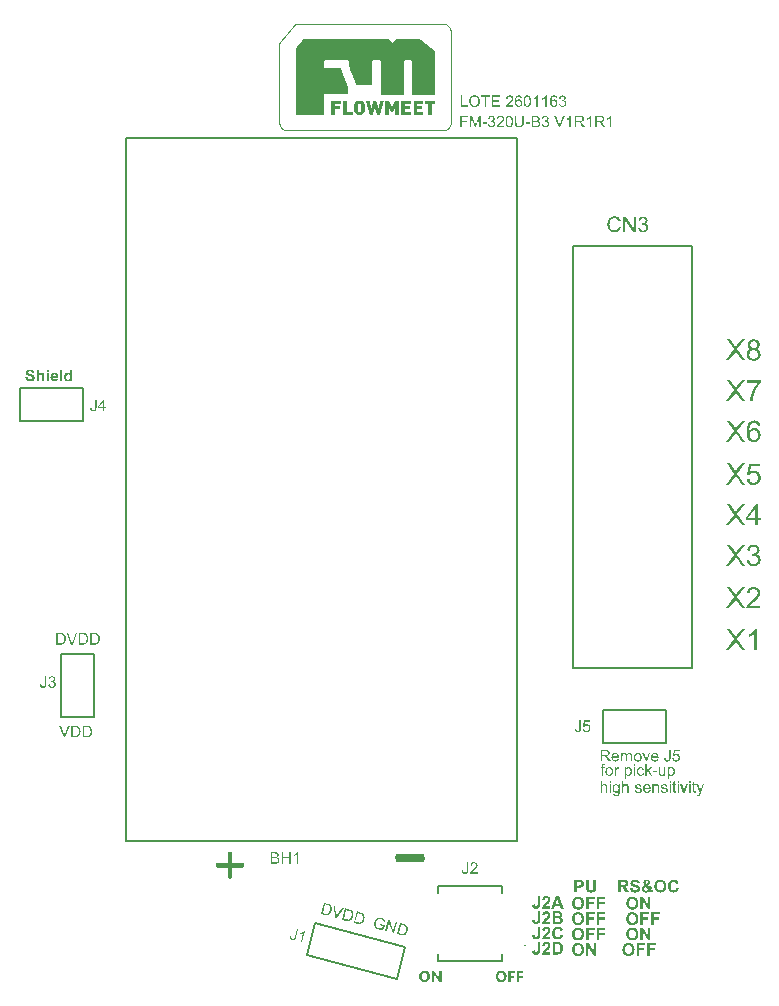
<source format=gto>
G04*
G04 #@! TF.GenerationSoftware,Altium Limited,Altium Designer,21.4.1 (30)*
G04*
G04 Layer_Color=65535*
%FSLAX25Y25*%
%MOIN*%
G70*
G04*
G04 #@! TF.SameCoordinates,7249496F-D708-40B6-935A-EC4B0A0C4DBB*
G04*
G04*
G04 #@! TF.FilePolarity,Positive*
G04*
G01*
G75*
%ADD10C,0.00394*%
%ADD11C,0.00787*%
G36*
X-13741Y155120D02*
X-13449D01*
Y155078D01*
X-13240D01*
Y155036D01*
X-13115D01*
Y154995D01*
X-12990D01*
Y154953D01*
X-12948D01*
Y154911D01*
X-12823D01*
Y154869D01*
X-12781D01*
Y154828D01*
X-12698D01*
Y154786D01*
X-12615D01*
Y154744D01*
X-12573D01*
Y154702D01*
X-12531D01*
Y154661D01*
X-12489D01*
Y154619D01*
X-12448D01*
Y154577D01*
X-12364D01*
Y154536D01*
X-12322D01*
Y154494D01*
X-12281D01*
Y154452D01*
X-12239D01*
Y154410D01*
X-12197D01*
Y154327D01*
X-12156D01*
Y154285D01*
X-12114D01*
Y154244D01*
X-12072D01*
Y154202D01*
X-12030D01*
Y154160D01*
X-11988D01*
Y154077D01*
X-11947D01*
Y154035D01*
X-11905D01*
Y153951D01*
X-11863D01*
Y153910D01*
X-11822D01*
Y153826D01*
X-11780D01*
Y153743D01*
X-11738D01*
Y153701D01*
X-11696D01*
Y153576D01*
X-11655D01*
Y153492D01*
X-11613D01*
Y153409D01*
X-11571D01*
Y153325D01*
X-11530D01*
Y153200D01*
X-11488D01*
Y153075D01*
X-11446D01*
Y152908D01*
X-11404D01*
Y152783D01*
X-11362D01*
Y152574D01*
X-11321D01*
Y152366D01*
X-11279D01*
Y151990D01*
X-11237D01*
Y151948D01*
X-11279D01*
Y151906D01*
X-11237D01*
Y151865D01*
X-11279D01*
Y151823D01*
X-11237D01*
Y151781D01*
X-11279D01*
Y151740D01*
X-11237D01*
Y151698D01*
X-11279D01*
Y151656D01*
X-11237D01*
Y151614D01*
X-11279D01*
Y151573D01*
X-11237D01*
Y151531D01*
X-11279D01*
Y151489D01*
X-11237D01*
Y151447D01*
X-11279D01*
Y151406D01*
X-11237D01*
Y151364D01*
X-11279D01*
Y151322D01*
X-11237D01*
Y151280D01*
X-11279D01*
Y151239D01*
X-11237D01*
Y151197D01*
X-11279D01*
Y151155D01*
X-11237D01*
Y151113D01*
X-11279D01*
Y151072D01*
X-11237D01*
Y151030D01*
X-11279D01*
Y150988D01*
X-11237D01*
Y150947D01*
X-11279D01*
Y150905D01*
X-11237D01*
Y150863D01*
X-11279D01*
Y150821D01*
X-11237D01*
Y150780D01*
X-11279D01*
Y150738D01*
X-11237D01*
Y150696D01*
X-11279D01*
Y150654D01*
X-11237D01*
Y150613D01*
X-11279D01*
Y150571D01*
X-11237D01*
Y150529D01*
X-11279D01*
Y150487D01*
X-11237D01*
Y150446D01*
X-11279D01*
Y150404D01*
X-11237D01*
Y150362D01*
X-11279D01*
Y150321D01*
X-11237D01*
Y150279D01*
X-11279D01*
Y150237D01*
X-11237D01*
Y150195D01*
X-11279D01*
Y150154D01*
X-11237D01*
Y150112D01*
X-11279D01*
Y150070D01*
X-11237D01*
Y150028D01*
X-11279D01*
Y149987D01*
X-11237D01*
Y149945D01*
X-11279D01*
Y149903D01*
X-11237D01*
Y149862D01*
X-11279D01*
Y149820D01*
X-11237D01*
Y149778D01*
X-11279D01*
Y149736D01*
X-11237D01*
Y149695D01*
X-11279D01*
Y149653D01*
X-11237D01*
Y149611D01*
X-11279D01*
Y149569D01*
X-11237D01*
Y149528D01*
X-11279D01*
Y149486D01*
X-11237D01*
Y149444D01*
X-11279D01*
Y149402D01*
X-11237D01*
Y149361D01*
X-11279D01*
Y149319D01*
X-11237D01*
Y149277D01*
X-11279D01*
Y149235D01*
X-11237D01*
Y149194D01*
X-11279D01*
Y149152D01*
X-11237D01*
Y149110D01*
X-11279D01*
Y149069D01*
X-11237D01*
Y149027D01*
X-11279D01*
Y148985D01*
X-11237D01*
Y148943D01*
X-11279D01*
Y148902D01*
X-11237D01*
Y148860D01*
X-11279D01*
Y148818D01*
X-11237D01*
Y148776D01*
X-11279D01*
Y148735D01*
X-11237D01*
Y148693D01*
X-11279D01*
Y148651D01*
X-11237D01*
Y148609D01*
X-11279D01*
Y148568D01*
X-11237D01*
Y148526D01*
X-11279D01*
Y148484D01*
X-11237D01*
Y148443D01*
X-11279D01*
Y148401D01*
X-11237D01*
Y148359D01*
X-11279D01*
Y148317D01*
X-11237D01*
Y148276D01*
X-11279D01*
Y148234D01*
X-11237D01*
Y148192D01*
X-11279D01*
Y148151D01*
X-11237D01*
Y148109D01*
X-11279D01*
Y148067D01*
X-11237D01*
Y148025D01*
X-11279D01*
Y147984D01*
X-11237D01*
Y147942D01*
X-11279D01*
Y147900D01*
X-11237D01*
Y147858D01*
X-11279D01*
Y147817D01*
X-11237D01*
Y147775D01*
X-11279D01*
Y147733D01*
X-11237D01*
Y147691D01*
X-11279D01*
Y147650D01*
X-11237D01*
Y147608D01*
X-11279D01*
Y147566D01*
X-11237D01*
Y147524D01*
X-11279D01*
Y147483D01*
X-11237D01*
Y147441D01*
X-11279D01*
Y147399D01*
X-11237D01*
Y147357D01*
X-11279D01*
Y147316D01*
X-11237D01*
Y147274D01*
X-11279D01*
Y147232D01*
X-11237D01*
Y147191D01*
X-11279D01*
Y147149D01*
X-11237D01*
Y147107D01*
X-11279D01*
Y147065D01*
X-11237D01*
Y147024D01*
X-11279D01*
Y146982D01*
X-11237D01*
Y146940D01*
X-11279D01*
Y146898D01*
X-11237D01*
Y146857D01*
X-11279D01*
Y146815D01*
X-11237D01*
Y146773D01*
X-11279D01*
Y146731D01*
X-11237D01*
Y146690D01*
X-11279D01*
Y146648D01*
X-11237D01*
Y146606D01*
X-11279D01*
Y146565D01*
X-11237D01*
Y146523D01*
X-11279D01*
Y146481D01*
X-11237D01*
Y146439D01*
X-11279D01*
Y146398D01*
X-11237D01*
Y146356D01*
X-11279D01*
Y146314D01*
X-11237D01*
Y146273D01*
X-11279D01*
Y146231D01*
X-11237D01*
Y146189D01*
X-11279D01*
Y146147D01*
X-11237D01*
Y146106D01*
X-11279D01*
Y146064D01*
X-11237D01*
Y146022D01*
X-11279D01*
Y145980D01*
X-11237D01*
Y145939D01*
X-11279D01*
Y145897D01*
X-11237D01*
Y145855D01*
X-11279D01*
Y145813D01*
X-11237D01*
Y145772D01*
X-11279D01*
Y145730D01*
X-11237D01*
Y145688D01*
X-11279D01*
Y145647D01*
X-11237D01*
Y145605D01*
X-11279D01*
Y145563D01*
X-11237D01*
Y145521D01*
X-11279D01*
Y145480D01*
X-11237D01*
Y145438D01*
X-11279D01*
Y145396D01*
X-11237D01*
Y145354D01*
X-11279D01*
Y145313D01*
X-11237D01*
Y145271D01*
X-11279D01*
Y145229D01*
X-11237D01*
Y145187D01*
X-11279D01*
Y145146D01*
X-11237D01*
Y145104D01*
X-11279D01*
Y145062D01*
X-11237D01*
Y145020D01*
X-11279D01*
Y144979D01*
X-11237D01*
Y144937D01*
X-11279D01*
Y144895D01*
X-11237D01*
Y144854D01*
X-11279D01*
Y144812D01*
X-11237D01*
Y144770D01*
X-11279D01*
Y144728D01*
X-11237D01*
Y144687D01*
X-11279D01*
Y144645D01*
X-11237D01*
Y144603D01*
X-11279D01*
Y144561D01*
X-11237D01*
Y144520D01*
X-11279D01*
Y144478D01*
X-11237D01*
Y144436D01*
X-11279D01*
Y144395D01*
X-11237D01*
Y144353D01*
X-11279D01*
Y144311D01*
X-11237D01*
Y144269D01*
X-11279D01*
Y144228D01*
X-11237D01*
Y144186D01*
X-11279D01*
Y144144D01*
X-11237D01*
Y144102D01*
X-11279D01*
Y144061D01*
X-11237D01*
Y144019D01*
X-11279D01*
Y143977D01*
X-11237D01*
Y143935D01*
X-11279D01*
Y143894D01*
X-11237D01*
Y143852D01*
X-11279D01*
Y143810D01*
X-11237D01*
Y143769D01*
X-11279D01*
Y143727D01*
X-11237D01*
Y143685D01*
X-11279D01*
Y143643D01*
X-11237D01*
Y143602D01*
X-11279D01*
Y143560D01*
X-11237D01*
Y143518D01*
X-11279D01*
Y143476D01*
X-11237D01*
Y143435D01*
X-11279D01*
Y143393D01*
X-11237D01*
Y143351D01*
X-11279D01*
Y143309D01*
X-11237D01*
Y143268D01*
X-11279D01*
Y143226D01*
X-11237D01*
Y143184D01*
X-11279D01*
Y143142D01*
X-11237D01*
Y143101D01*
X-11279D01*
Y143059D01*
X-11237D01*
Y143017D01*
X-11279D01*
Y142976D01*
X-11237D01*
Y142934D01*
X-11279D01*
Y142892D01*
X-11237D01*
Y142850D01*
X-11279D01*
Y142809D01*
X-11237D01*
Y142767D01*
X-11279D01*
Y142725D01*
X-11237D01*
Y142683D01*
X-11279D01*
Y142642D01*
X-11237D01*
Y142600D01*
X-11279D01*
Y142558D01*
X-11237D01*
Y142517D01*
X-11279D01*
Y142475D01*
X-11237D01*
Y142433D01*
X-11279D01*
Y142391D01*
X-11237D01*
Y142350D01*
X-11279D01*
Y142308D01*
X-11237D01*
Y142266D01*
X-11279D01*
Y142224D01*
X-11237D01*
Y142183D01*
X-11279D01*
Y142141D01*
X-11237D01*
Y142099D01*
X-11279D01*
Y142058D01*
X-11237D01*
Y142016D01*
X-11279D01*
Y141974D01*
X-11237D01*
Y141932D01*
X-11279D01*
Y141891D01*
X-11237D01*
Y141849D01*
X-11279D01*
Y141807D01*
X-11237D01*
Y141765D01*
X-11279D01*
Y141724D01*
X-11237D01*
Y141682D01*
X-11279D01*
Y141640D01*
X-11237D01*
Y141598D01*
X-11279D01*
Y141557D01*
X-11237D01*
Y141515D01*
X-11279D01*
Y141473D01*
X-11237D01*
Y141431D01*
X-11279D01*
Y141390D01*
X-11237D01*
Y141348D01*
X-11279D01*
Y141306D01*
X-11237D01*
Y141265D01*
X-11279D01*
Y141223D01*
X-11237D01*
Y141181D01*
X-11279D01*
Y141139D01*
X-11237D01*
Y141098D01*
X-11279D01*
Y141056D01*
X-11237D01*
Y141014D01*
X-11279D01*
Y140972D01*
X-11237D01*
Y140931D01*
X-11279D01*
Y140889D01*
X-11237D01*
Y140847D01*
X-11279D01*
Y140805D01*
X-11237D01*
Y140764D01*
X-11279D01*
Y140722D01*
X-11237D01*
Y140680D01*
X-11279D01*
Y140639D01*
X-11237D01*
Y140597D01*
X-11279D01*
Y140555D01*
X-11237D01*
Y140513D01*
X-11279D01*
Y140472D01*
X-11237D01*
Y140430D01*
X-11279D01*
Y140388D01*
X-11237D01*
Y140346D01*
X-11279D01*
Y140305D01*
X-11237D01*
Y140263D01*
X-11279D01*
Y140221D01*
X-11237D01*
Y140180D01*
X-11279D01*
Y140138D01*
X-11237D01*
Y140096D01*
X-11279D01*
Y140054D01*
X-11237D01*
Y140013D01*
X-11279D01*
Y139971D01*
X-11237D01*
Y139929D01*
X-11279D01*
Y139887D01*
X-11237D01*
Y139846D01*
X-11279D01*
Y139804D01*
X-11237D01*
Y139762D01*
X-11279D01*
Y139720D01*
X-11237D01*
Y139679D01*
X-11279D01*
Y139637D01*
X-11237D01*
Y139595D01*
X-11279D01*
Y139553D01*
X-11237D01*
Y139512D01*
X-11279D01*
Y139470D01*
X-11237D01*
Y139428D01*
X-11279D01*
Y139387D01*
X-11237D01*
Y139345D01*
X-11279D01*
Y139303D01*
X-11237D01*
Y139261D01*
X-11279D01*
Y139220D01*
X-11237D01*
Y139178D01*
X-11279D01*
Y139136D01*
X-11237D01*
Y139094D01*
X-11279D01*
Y139053D01*
X-11237D01*
Y139011D01*
X-11279D01*
Y138969D01*
X-11237D01*
Y138927D01*
X-11279D01*
Y138886D01*
X-11237D01*
Y138844D01*
X-11279D01*
Y138802D01*
X-11237D01*
Y138761D01*
X-11279D01*
Y138719D01*
X-11237D01*
Y138677D01*
X-11279D01*
Y138635D01*
X-11237D01*
Y138594D01*
X-11279D01*
Y138552D01*
X-11237D01*
Y138510D01*
X-11279D01*
Y138469D01*
X-11237D01*
Y138427D01*
X-11279D01*
Y138385D01*
X-11237D01*
Y138343D01*
X-11279D01*
Y138302D01*
X-11237D01*
Y138260D01*
X-11279D01*
Y138218D01*
X-11237D01*
Y138176D01*
X-11279D01*
Y138135D01*
X-11237D01*
Y138093D01*
X-11279D01*
Y138051D01*
X-11237D01*
Y138009D01*
X-11279D01*
Y137968D01*
X-11237D01*
Y137926D01*
X-11279D01*
Y137884D01*
X-11237D01*
Y137843D01*
X-11279D01*
Y137801D01*
X-11237D01*
Y137759D01*
X-11279D01*
Y137717D01*
X-11237D01*
Y137675D01*
X-11279D01*
Y137634D01*
X-11237D01*
Y137592D01*
X-11279D01*
Y137550D01*
X-11237D01*
Y137509D01*
X-11279D01*
Y137467D01*
X-11237D01*
Y137425D01*
X-11279D01*
Y137383D01*
X-11237D01*
Y137342D01*
X-11279D01*
Y137300D01*
X-11237D01*
Y137258D01*
X-11279D01*
Y137216D01*
X-11237D01*
Y137175D01*
X-11279D01*
Y137133D01*
X-11237D01*
Y137091D01*
X-11279D01*
Y137049D01*
X-11237D01*
Y137008D01*
X-11279D01*
Y136966D01*
X-11237D01*
Y136924D01*
X-11279D01*
Y136883D01*
X-11237D01*
Y136841D01*
X-11279D01*
Y136799D01*
X-11237D01*
Y136757D01*
X-11279D01*
Y136716D01*
X-11237D01*
Y136674D01*
X-11279D01*
Y136632D01*
X-11237D01*
Y136591D01*
X-11279D01*
Y136549D01*
X-11237D01*
Y136507D01*
X-11279D01*
Y136465D01*
X-11237D01*
Y136424D01*
X-11279D01*
Y136382D01*
X-11237D01*
Y136340D01*
X-11279D01*
Y136298D01*
X-11237D01*
Y136257D01*
X-11279D01*
Y136215D01*
X-11237D01*
Y136173D01*
X-11279D01*
Y136131D01*
X-11237D01*
Y136090D01*
X-11279D01*
Y136048D01*
X-11237D01*
Y136006D01*
X-11279D01*
Y135965D01*
X-11237D01*
Y135923D01*
X-11279D01*
Y135881D01*
X-11237D01*
Y135839D01*
X-11279D01*
Y135798D01*
X-11237D01*
Y135756D01*
X-11279D01*
Y135714D01*
X-11237D01*
Y135672D01*
X-11279D01*
Y135631D01*
X-11237D01*
Y135589D01*
X-11279D01*
Y135547D01*
X-11237D01*
Y135505D01*
X-11279D01*
Y135464D01*
X-11237D01*
Y135422D01*
X-11279D01*
Y135380D01*
X-11237D01*
Y135338D01*
X-11279D01*
Y135297D01*
X-11237D01*
Y135255D01*
X-11279D01*
Y135213D01*
X-11237D01*
Y135172D01*
X-11279D01*
Y135130D01*
X-11237D01*
Y135088D01*
X-11279D01*
Y135046D01*
X-11237D01*
Y135005D01*
X-11279D01*
Y134963D01*
X-11237D01*
Y134921D01*
X-11279D01*
Y134879D01*
X-11237D01*
Y134838D01*
X-11279D01*
Y134796D01*
X-11237D01*
Y134754D01*
X-11279D01*
Y134713D01*
X-11237D01*
Y134671D01*
X-11279D01*
Y134629D01*
X-11237D01*
Y134587D01*
X-11279D01*
Y134546D01*
X-11237D01*
Y134504D01*
X-11279D01*
Y134462D01*
X-11237D01*
Y134420D01*
X-11279D01*
Y134379D01*
X-11237D01*
Y134337D01*
X-11279D01*
Y134295D01*
X-11237D01*
Y134253D01*
X-11279D01*
Y134212D01*
X-11237D01*
Y134170D01*
X-11279D01*
Y134128D01*
X-11237D01*
Y134087D01*
X-11279D01*
Y134045D01*
X-11237D01*
Y134003D01*
X-11279D01*
Y133961D01*
X-11237D01*
Y133920D01*
X-11279D01*
Y133878D01*
X-11237D01*
Y133836D01*
X-11279D01*
Y133794D01*
X-11237D01*
Y133753D01*
X-11279D01*
Y133711D01*
X-11237D01*
Y133669D01*
X-11279D01*
Y133627D01*
X-11237D01*
Y133586D01*
X-11279D01*
Y133544D01*
X-11237D01*
Y133502D01*
X-11279D01*
Y133460D01*
X-11237D01*
Y133419D01*
X-11279D01*
Y133377D01*
X-11237D01*
Y133335D01*
X-11279D01*
Y133294D01*
X-11237D01*
Y133252D01*
X-11279D01*
Y133210D01*
X-11237D01*
Y133168D01*
X-11279D01*
Y133127D01*
X-11237D01*
Y133085D01*
X-11279D01*
Y133043D01*
X-11237D01*
Y133001D01*
X-11279D01*
Y132960D01*
X-11237D01*
Y132918D01*
X-11279D01*
Y132876D01*
X-11237D01*
Y132834D01*
X-11279D01*
Y132793D01*
X-11237D01*
Y132751D01*
X-11279D01*
Y132709D01*
X-11237D01*
Y132668D01*
X-11279D01*
Y132626D01*
X-11237D01*
Y132584D01*
X-11279D01*
Y132542D01*
X-11237D01*
Y132501D01*
X-11279D01*
Y132459D01*
X-11237D01*
Y132417D01*
X-11279D01*
Y132376D01*
X-11237D01*
Y132334D01*
X-11279D01*
Y132292D01*
X-11237D01*
Y132250D01*
X-11279D01*
Y132209D01*
X-11237D01*
Y132167D01*
X-11279D01*
Y132125D01*
X-11237D01*
Y132083D01*
X-11279D01*
Y132042D01*
X-11237D01*
Y132000D01*
X-11279D01*
Y131958D01*
X-11237D01*
Y131916D01*
X-11279D01*
Y131875D01*
X-11237D01*
Y131833D01*
X-11279D01*
Y131791D01*
X-11237D01*
Y131749D01*
X-11279D01*
Y131708D01*
X-11237D01*
Y131666D01*
X-11279D01*
Y131624D01*
X-11237D01*
Y131582D01*
X-11279D01*
Y131541D01*
X-11237D01*
Y131499D01*
X-11279D01*
Y131457D01*
X-11237D01*
Y131416D01*
X-11279D01*
Y131374D01*
X-11237D01*
Y131332D01*
X-11279D01*
Y131290D01*
X-11237D01*
Y131249D01*
X-11279D01*
Y131207D01*
X-11237D01*
Y131165D01*
X-11279D01*
Y131123D01*
X-11237D01*
Y131082D01*
X-11279D01*
Y131040D01*
X-11237D01*
Y130998D01*
X-11279D01*
Y130956D01*
X-11237D01*
Y130915D01*
X-11279D01*
Y130873D01*
X-11237D01*
Y130831D01*
X-11279D01*
Y130790D01*
X-11237D01*
Y130748D01*
X-11279D01*
Y130706D01*
X-11237D01*
Y130664D01*
X-11279D01*
Y130623D01*
X-11237D01*
Y130581D01*
X-11279D01*
Y130539D01*
X-11237D01*
Y130498D01*
X-11279D01*
Y130456D01*
X-11237D01*
Y130414D01*
X-11279D01*
Y130372D01*
X-11237D01*
Y130331D01*
X-11279D01*
Y130289D01*
X-11237D01*
Y130247D01*
X-11279D01*
Y130205D01*
X-11237D01*
Y130164D01*
X-11279D01*
Y130122D01*
X-11237D01*
Y130080D01*
X-11279D01*
Y130038D01*
X-11237D01*
Y129997D01*
X-11279D01*
Y129955D01*
X-11237D01*
Y129913D01*
X-11279D01*
Y129871D01*
X-11237D01*
Y129830D01*
X-11279D01*
Y129788D01*
X-11237D01*
Y129746D01*
X-11279D01*
Y129704D01*
X-11237D01*
Y129663D01*
X-11279D01*
Y129621D01*
X-11237D01*
Y129579D01*
X-11279D01*
Y129538D01*
X-11237D01*
Y129496D01*
X-11279D01*
Y129454D01*
X-11237D01*
Y129412D01*
X-11279D01*
Y129371D01*
X-11237D01*
Y129329D01*
X-11279D01*
Y129287D01*
X-11237D01*
Y129245D01*
X-11279D01*
Y129204D01*
X-11237D01*
Y129162D01*
X-11279D01*
Y129120D01*
X-11237D01*
Y129078D01*
X-11279D01*
Y129037D01*
X-11237D01*
Y128995D01*
X-11279D01*
Y128953D01*
X-11237D01*
Y128912D01*
X-11279D01*
Y128870D01*
X-11237D01*
Y128828D01*
X-11279D01*
Y128786D01*
X-11237D01*
Y128745D01*
X-11279D01*
Y128703D01*
X-11237D01*
Y128661D01*
X-11279D01*
Y128620D01*
X-11237D01*
Y128578D01*
X-11279D01*
Y128536D01*
X-11237D01*
Y128494D01*
X-11279D01*
Y128453D01*
X-11237D01*
Y128411D01*
X-11279D01*
Y128369D01*
X-11237D01*
Y128327D01*
X-11279D01*
Y128286D01*
X-11237D01*
Y128244D01*
X-11279D01*
Y128202D01*
X-11237D01*
Y128160D01*
X-11279D01*
Y128119D01*
X-11237D01*
Y128077D01*
X-11279D01*
Y128035D01*
X-11237D01*
Y127994D01*
X-11279D01*
Y127952D01*
X-11237D01*
Y127910D01*
X-11279D01*
Y127868D01*
X-11237D01*
Y127827D01*
X-11279D01*
Y127785D01*
X-11237D01*
Y127743D01*
X-11279D01*
Y127701D01*
X-11237D01*
Y127660D01*
X-11279D01*
Y127618D01*
X-11237D01*
Y127576D01*
X-11279D01*
Y127534D01*
X-11237D01*
Y127493D01*
X-11279D01*
Y127451D01*
X-11237D01*
Y127409D01*
X-11279D01*
Y127367D01*
X-11237D01*
Y127326D01*
X-11279D01*
Y127284D01*
X-11237D01*
Y127242D01*
X-11279D01*
Y127201D01*
X-11237D01*
Y127159D01*
X-11279D01*
Y127117D01*
X-11237D01*
Y127075D01*
X-11279D01*
Y127034D01*
X-11237D01*
Y126992D01*
X-11279D01*
Y126950D01*
X-11237D01*
Y126908D01*
X-11279D01*
Y126867D01*
X-11237D01*
Y126825D01*
X-11279D01*
Y126783D01*
X-11237D01*
Y126742D01*
X-11279D01*
Y126700D01*
X-11237D01*
Y126658D01*
X-11279D01*
Y126616D01*
X-11237D01*
Y126575D01*
X-11279D01*
Y126533D01*
X-11237D01*
Y126491D01*
X-11279D01*
Y126449D01*
X-11237D01*
Y126408D01*
X-11279D01*
Y126366D01*
X-11237D01*
Y126324D01*
X-11279D01*
Y126282D01*
X-11237D01*
Y126241D01*
X-11279D01*
Y126199D01*
X-11237D01*
Y126157D01*
X-11279D01*
Y126116D01*
X-11237D01*
Y126074D01*
X-11279D01*
Y126032D01*
X-11237D01*
Y125990D01*
X-11279D01*
Y125949D01*
X-11237D01*
Y125907D01*
X-11279D01*
Y125865D01*
X-11237D01*
Y125823D01*
X-11279D01*
Y125782D01*
X-11237D01*
Y125740D01*
X-11279D01*
Y125698D01*
X-11237D01*
Y125656D01*
X-11279D01*
Y125615D01*
X-11237D01*
Y125573D01*
X-11279D01*
Y125531D01*
X-11237D01*
Y125489D01*
X-11279D01*
Y125448D01*
X-11237D01*
Y125406D01*
X-11279D01*
Y125364D01*
X-11237D01*
Y125323D01*
X-11279D01*
Y125281D01*
X-11237D01*
Y125239D01*
X-11279D01*
Y125197D01*
X-11237D01*
Y125156D01*
X-11279D01*
Y125114D01*
X-11237D01*
Y125072D01*
X-11279D01*
Y125031D01*
X-11237D01*
Y124989D01*
X-11279D01*
Y124947D01*
X-11237D01*
Y124905D01*
X-11279D01*
Y124864D01*
X-11237D01*
Y124822D01*
X-11279D01*
Y124780D01*
X-11237D01*
Y124738D01*
X-11279D01*
Y124697D01*
X-11237D01*
Y124655D01*
X-11279D01*
Y124613D01*
X-11237D01*
Y124571D01*
X-11279D01*
Y124530D01*
X-11237D01*
Y124488D01*
X-11279D01*
Y124446D01*
X-11237D01*
Y124405D01*
X-11279D01*
Y124363D01*
X-11237D01*
Y124321D01*
X-11279D01*
Y124279D01*
X-11237D01*
Y124238D01*
X-11279D01*
Y124196D01*
X-11237D01*
Y124154D01*
X-11279D01*
Y124112D01*
X-11237D01*
Y124071D01*
X-11279D01*
Y124029D01*
X-11237D01*
Y123987D01*
X-11279D01*
Y123945D01*
X-11237D01*
Y123904D01*
X-11279D01*
Y123862D01*
X-11237D01*
Y123820D01*
X-11279D01*
Y123778D01*
X-11237D01*
Y123737D01*
X-11279D01*
Y123695D01*
X-11237D01*
Y123653D01*
X-11279D01*
Y123612D01*
X-11237D01*
Y123570D01*
X-11279D01*
Y123528D01*
X-11237D01*
Y123486D01*
X-11279D01*
Y123445D01*
X-11237D01*
Y123403D01*
X-11279D01*
Y123361D01*
X-11237D01*
Y123319D01*
X-11279D01*
Y123278D01*
X-11237D01*
Y123236D01*
X-11279D01*
Y123194D01*
X-11237D01*
Y123152D01*
X-11279D01*
Y123111D01*
X-11237D01*
Y123069D01*
X-11279D01*
Y123027D01*
X-11237D01*
Y122986D01*
X-11279D01*
Y122944D01*
X-11237D01*
Y122902D01*
X-11279D01*
Y122860D01*
X-11237D01*
Y122819D01*
X-11279D01*
Y122777D01*
X-11237D01*
Y122735D01*
X-11279D01*
Y122693D01*
X-11237D01*
Y122652D01*
X-11279D01*
Y122610D01*
X-11237D01*
Y122568D01*
X-11279D01*
Y122109D01*
X-11321D01*
Y121900D01*
X-11362D01*
Y121734D01*
X-11404D01*
Y121567D01*
X-11446D01*
Y121441D01*
X-11488D01*
Y121316D01*
X-11530D01*
Y121191D01*
X-11571D01*
Y121066D01*
X-11613D01*
Y121024D01*
X-11655D01*
Y120899D01*
X-11696D01*
Y120857D01*
X-11738D01*
Y120732D01*
X-11780D01*
Y120690D01*
X-11822D01*
Y120607D01*
X-11863D01*
Y120523D01*
X-11905D01*
Y120482D01*
X-11947D01*
Y120440D01*
X-11988D01*
Y120356D01*
X-12030D01*
Y120315D01*
X-12072D01*
Y120231D01*
X-12114D01*
Y120189D01*
X-12156D01*
Y120148D01*
X-12197D01*
Y120106D01*
X-12239D01*
Y120064D01*
X-12281D01*
Y120022D01*
X-12322D01*
Y119981D01*
X-12364D01*
Y119939D01*
X-12406D01*
Y119897D01*
X-12448D01*
Y119856D01*
X-12489D01*
Y119814D01*
X-12573D01*
Y119772D01*
X-12615D01*
Y119730D01*
X-12698D01*
Y119689D01*
X-12740D01*
Y119647D01*
X-12823D01*
Y119605D01*
X-12907D01*
Y119563D01*
X-12990D01*
Y119522D01*
X-13074D01*
Y119480D01*
X-13199D01*
Y119438D01*
X-13407D01*
Y119396D01*
X-13783D01*
Y119355D01*
X-13825D01*
Y119396D01*
X-13950D01*
Y119355D01*
X-13992D01*
Y119396D01*
X-14033D01*
Y119355D01*
X-14075D01*
Y119396D01*
X-14117D01*
Y119355D01*
X-14159D01*
Y119396D01*
X-14284D01*
Y119355D01*
X-14326D01*
Y119396D01*
X-14367D01*
Y119355D01*
X-14409D01*
Y119396D01*
X-14451D01*
Y119355D01*
X-14492D01*
Y119396D01*
X-14618D01*
Y119355D01*
X-14659D01*
Y119396D01*
X-14701D01*
Y119355D01*
X-14743D01*
Y119396D01*
X-14785D01*
Y119355D01*
X-14826D01*
Y119396D01*
X-14952D01*
Y119355D01*
X-14993D01*
Y119396D01*
X-15035D01*
Y119355D01*
X-15077D01*
Y119396D01*
X-15119D01*
Y119355D01*
X-15160D01*
Y119396D01*
X-15285D01*
Y119355D01*
X-15327D01*
Y119396D01*
X-15369D01*
Y119355D01*
X-15411D01*
Y119396D01*
X-15452D01*
Y119355D01*
X-15494D01*
Y119396D01*
X-15619D01*
Y119355D01*
X-15661D01*
Y119396D01*
X-15703D01*
Y119355D01*
X-15744D01*
Y119396D01*
X-15786D01*
Y119355D01*
X-15828D01*
Y119396D01*
X-15953D01*
Y119355D01*
X-15995D01*
Y119396D01*
X-16037D01*
Y119355D01*
X-16078D01*
Y119396D01*
X-16120D01*
Y119355D01*
X-16162D01*
Y119396D01*
X-16287D01*
Y119355D01*
X-16329D01*
Y119396D01*
X-16371D01*
Y119355D01*
X-16412D01*
Y119396D01*
X-16454D01*
Y119355D01*
X-16496D01*
Y119396D01*
X-16621D01*
Y119355D01*
X-16663D01*
Y119396D01*
X-16704D01*
Y119355D01*
X-16746D01*
Y119396D01*
X-16788D01*
Y119355D01*
X-16829D01*
Y119396D01*
X-16955D01*
Y119355D01*
X-16996D01*
Y119396D01*
X-17038D01*
Y119355D01*
X-17080D01*
Y119396D01*
X-17122D01*
Y119355D01*
X-17163D01*
Y119396D01*
X-17289D01*
Y119355D01*
X-17330D01*
Y119396D01*
X-17372D01*
Y119355D01*
X-17414D01*
Y119396D01*
X-17456D01*
Y119355D01*
X-17497D01*
Y119396D01*
X-17623D01*
Y119355D01*
X-17664D01*
Y119396D01*
X-17706D01*
Y119355D01*
X-17748D01*
Y119396D01*
X-17789D01*
Y119355D01*
X-17831D01*
Y119396D01*
X-17956D01*
Y119355D01*
X-17998D01*
Y119396D01*
X-18040D01*
Y119355D01*
X-18081D01*
Y119396D01*
X-18123D01*
Y119355D01*
X-18165D01*
Y119396D01*
X-18290D01*
Y119355D01*
X-18332D01*
Y119396D01*
X-18374D01*
Y119355D01*
X-18415D01*
Y119396D01*
X-18457D01*
Y119355D01*
X-18499D01*
Y119396D01*
X-18624D01*
Y119355D01*
X-18666D01*
Y119396D01*
X-18708D01*
Y119355D01*
X-18749D01*
Y119396D01*
X-18791D01*
Y119355D01*
X-18833D01*
Y119396D01*
X-18958D01*
Y119355D01*
X-19000D01*
Y119396D01*
X-19041D01*
Y119355D01*
X-19083D01*
Y119396D01*
X-19125D01*
Y119355D01*
X-19167D01*
Y119396D01*
X-19292D01*
Y119355D01*
X-19333D01*
Y119396D01*
X-19375D01*
Y119355D01*
X-19417D01*
Y119396D01*
X-19459D01*
Y119355D01*
X-19500D01*
Y119396D01*
X-19626D01*
Y119355D01*
X-19667D01*
Y119396D01*
X-19709D01*
Y119355D01*
X-19751D01*
Y119396D01*
X-19793D01*
Y119355D01*
X-19834D01*
Y119396D01*
X-19960D01*
Y119355D01*
X-20001D01*
Y119396D01*
X-20043D01*
Y119355D01*
X-20085D01*
Y119396D01*
X-20126D01*
Y119355D01*
X-20168D01*
Y119396D01*
X-20293D01*
Y119355D01*
X-20335D01*
Y119396D01*
X-20377D01*
Y119355D01*
X-20419D01*
Y119396D01*
X-20460D01*
Y119355D01*
X-20502D01*
Y119396D01*
X-20627D01*
Y119355D01*
X-20669D01*
Y119396D01*
X-20711D01*
Y119355D01*
X-20752D01*
Y119396D01*
X-20794D01*
Y119355D01*
X-20836D01*
Y119396D01*
X-20961D01*
Y119355D01*
X-21003D01*
Y119396D01*
X-21045D01*
Y119355D01*
X-21086D01*
Y119396D01*
X-21128D01*
Y119355D01*
X-21170D01*
Y119396D01*
X-21295D01*
Y119355D01*
X-21337D01*
Y119396D01*
X-21378D01*
Y119355D01*
X-21420D01*
Y119396D01*
X-21462D01*
Y119355D01*
X-21504D01*
Y119396D01*
X-21629D01*
Y119355D01*
X-21670D01*
Y119396D01*
X-21712D01*
Y119355D01*
X-21754D01*
Y119396D01*
X-21796D01*
Y119355D01*
X-21837D01*
Y119396D01*
X-21963D01*
Y119355D01*
X-22004D01*
Y119396D01*
X-22046D01*
Y119355D01*
X-22088D01*
Y119396D01*
X-22130D01*
Y119355D01*
X-22171D01*
Y119396D01*
X-22297D01*
Y119355D01*
X-22338D01*
Y119396D01*
X-22380D01*
Y119355D01*
X-22422D01*
Y119396D01*
X-22464D01*
Y119355D01*
X-22505D01*
Y119396D01*
X-22630D01*
Y119355D01*
X-22672D01*
Y119396D01*
X-22714D01*
Y119355D01*
X-22756D01*
Y119396D01*
X-22797D01*
Y119355D01*
X-22839D01*
Y119396D01*
X-22964D01*
Y119355D01*
X-23006D01*
Y119396D01*
X-23048D01*
Y119355D01*
X-23089D01*
Y119396D01*
X-23131D01*
Y119355D01*
X-23173D01*
Y119396D01*
X-23298D01*
Y119355D01*
X-23340D01*
Y119396D01*
X-23382D01*
Y119355D01*
X-23423D01*
Y119396D01*
X-23465D01*
Y119355D01*
X-23507D01*
Y119396D01*
X-23632D01*
Y119355D01*
X-23674D01*
Y119396D01*
X-23716D01*
Y119355D01*
X-23757D01*
Y119396D01*
X-23799D01*
Y119355D01*
X-23841D01*
Y119396D01*
X-23966D01*
Y119355D01*
X-24008D01*
Y119396D01*
X-24049D01*
Y119355D01*
X-24091D01*
Y119396D01*
X-24133D01*
Y119355D01*
X-24174D01*
Y119396D01*
X-24300D01*
Y119355D01*
X-24341D01*
Y119396D01*
X-24383D01*
Y119355D01*
X-24425D01*
Y119396D01*
X-24467D01*
Y119355D01*
X-24508D01*
Y119396D01*
X-24634D01*
Y119355D01*
X-24675D01*
Y119396D01*
X-24717D01*
Y119355D01*
X-24759D01*
Y119396D01*
X-24801D01*
Y119355D01*
X-24842D01*
Y119396D01*
X-24967D01*
Y119355D01*
X-25009D01*
Y119396D01*
X-25051D01*
Y119355D01*
X-25093D01*
Y119396D01*
X-25134D01*
Y119355D01*
X-25176D01*
Y119396D01*
X-25301D01*
Y119355D01*
X-25343D01*
Y119396D01*
X-25385D01*
Y119355D01*
X-25427D01*
Y119396D01*
X-25468D01*
Y119355D01*
X-25510D01*
Y119396D01*
X-25635D01*
Y119355D01*
X-25677D01*
Y119396D01*
X-25719D01*
Y119355D01*
X-25760D01*
Y119396D01*
X-25802D01*
Y119355D01*
X-25844D01*
Y119396D01*
X-25969D01*
Y119355D01*
X-26011D01*
Y119396D01*
X-26052D01*
Y119355D01*
X-26094D01*
Y119396D01*
X-26136D01*
Y119355D01*
X-26178D01*
Y119396D01*
X-26303D01*
Y119355D01*
X-26345D01*
Y119396D01*
X-26386D01*
Y119355D01*
X-26428D01*
Y119396D01*
X-26470D01*
Y119355D01*
X-26511D01*
Y119396D01*
X-26637D01*
Y119355D01*
X-26678D01*
Y119396D01*
X-26720D01*
Y119355D01*
X-26762D01*
Y119396D01*
X-26804D01*
Y119355D01*
X-26845D01*
Y119396D01*
X-26971D01*
Y119355D01*
X-27012D01*
Y119396D01*
X-27054D01*
Y119355D01*
X-27096D01*
Y119396D01*
X-27138D01*
Y119355D01*
X-27179D01*
Y119396D01*
X-27305D01*
Y119355D01*
X-27346D01*
Y119396D01*
X-27388D01*
Y119355D01*
X-27430D01*
Y119396D01*
X-27471D01*
Y119355D01*
X-27513D01*
Y119396D01*
X-27638D01*
Y119355D01*
X-27680D01*
Y119396D01*
X-27722D01*
Y119355D01*
X-27764D01*
Y119396D01*
X-27805D01*
Y119355D01*
X-27847D01*
Y119396D01*
X-27972D01*
Y119355D01*
X-28014D01*
Y119396D01*
X-28056D01*
Y119355D01*
X-28097D01*
Y119396D01*
X-28139D01*
Y119355D01*
X-28181D01*
Y119396D01*
X-28306D01*
Y119355D01*
X-28348D01*
Y119396D01*
X-28389D01*
Y119355D01*
X-28431D01*
Y119396D01*
X-28473D01*
Y119355D01*
X-28515D01*
Y119396D01*
X-28640D01*
Y119355D01*
X-28682D01*
Y119396D01*
X-28723D01*
Y119355D01*
X-28765D01*
Y119396D01*
X-28807D01*
Y119355D01*
X-28849D01*
Y119396D01*
X-28974D01*
Y119355D01*
X-29015D01*
Y119396D01*
X-29057D01*
Y119355D01*
X-29099D01*
Y119396D01*
X-29141D01*
Y119355D01*
X-29182D01*
Y119396D01*
X-29308D01*
Y119355D01*
X-29349D01*
Y119396D01*
X-29391D01*
Y119355D01*
X-29433D01*
Y119396D01*
X-29475D01*
Y119355D01*
X-29516D01*
Y119396D01*
X-29642D01*
Y119355D01*
X-29683D01*
Y119396D01*
X-29725D01*
Y119355D01*
X-29767D01*
Y119396D01*
X-29808D01*
Y119355D01*
X-29850D01*
Y119396D01*
X-29975D01*
Y119355D01*
X-30017D01*
Y119396D01*
X-30059D01*
Y119355D01*
X-30101D01*
Y119396D01*
X-30142D01*
Y119355D01*
X-30184D01*
Y119396D01*
X-30309D01*
Y119355D01*
X-30351D01*
Y119396D01*
X-30393D01*
Y119355D01*
X-30434D01*
Y119396D01*
X-30476D01*
Y119355D01*
X-30518D01*
Y119396D01*
X-30643D01*
Y119355D01*
X-30685D01*
Y119396D01*
X-30727D01*
Y119355D01*
X-30768D01*
Y119396D01*
X-30810D01*
Y119355D01*
X-30852D01*
Y119396D01*
X-30977D01*
Y119355D01*
X-31019D01*
Y119396D01*
X-31060D01*
Y119355D01*
X-31102D01*
Y119396D01*
X-31144D01*
Y119355D01*
X-31186D01*
Y119396D01*
X-31311D01*
Y119355D01*
X-31353D01*
Y119396D01*
X-31394D01*
Y119355D01*
X-31436D01*
Y119396D01*
X-31478D01*
Y119355D01*
X-31519D01*
Y119396D01*
X-31645D01*
Y119355D01*
X-31686D01*
Y119396D01*
X-31728D01*
Y119355D01*
X-31770D01*
Y119396D01*
X-31812D01*
Y119355D01*
X-31853D01*
Y119396D01*
X-31979D01*
Y119355D01*
X-32020D01*
Y119396D01*
X-32062D01*
Y119355D01*
X-32104D01*
Y119396D01*
X-32146D01*
Y119355D01*
X-32187D01*
Y119396D01*
X-32312D01*
Y119355D01*
X-32354D01*
Y119396D01*
X-32396D01*
Y119355D01*
X-32438D01*
Y119396D01*
X-32479D01*
Y119355D01*
X-32521D01*
Y119396D01*
X-32646D01*
Y119355D01*
X-32688D01*
Y119396D01*
X-32730D01*
Y119355D01*
X-32772D01*
Y119396D01*
X-32813D01*
Y119355D01*
X-32855D01*
Y119396D01*
X-32980D01*
Y119355D01*
X-33022D01*
Y119396D01*
X-33064D01*
Y119355D01*
X-33105D01*
Y119396D01*
X-33147D01*
Y119355D01*
X-33189D01*
Y119396D01*
X-33314D01*
Y119355D01*
X-33356D01*
Y119396D01*
X-33397D01*
Y119355D01*
X-33439D01*
Y119396D01*
X-33481D01*
Y119355D01*
X-33523D01*
Y119396D01*
X-33648D01*
Y119355D01*
X-33690D01*
Y119396D01*
X-33731D01*
Y119355D01*
X-33773D01*
Y119396D01*
X-33815D01*
Y119355D01*
X-33856D01*
Y119396D01*
X-33982D01*
Y119355D01*
X-34023D01*
Y119396D01*
X-34065D01*
Y119355D01*
X-34107D01*
Y119396D01*
X-34149D01*
Y119355D01*
X-34190D01*
Y119396D01*
X-34316D01*
Y119355D01*
X-34357D01*
Y119396D01*
X-34399D01*
Y119355D01*
X-34441D01*
Y119396D01*
X-34482D01*
Y119355D01*
X-34524D01*
Y119396D01*
X-34650D01*
Y119355D01*
X-34691D01*
Y119396D01*
X-34733D01*
Y119355D01*
X-34775D01*
Y119396D01*
X-34816D01*
Y119355D01*
X-34858D01*
Y119396D01*
X-34983D01*
Y119355D01*
X-35025D01*
Y119396D01*
X-35067D01*
Y119355D01*
X-35109D01*
Y119396D01*
X-35150D01*
Y119355D01*
X-35192D01*
Y119396D01*
X-35317D01*
Y119355D01*
X-35359D01*
Y119396D01*
X-35401D01*
Y119355D01*
X-35442D01*
Y119396D01*
X-35484D01*
Y119355D01*
X-35526D01*
Y119396D01*
X-35651D01*
Y119355D01*
X-35693D01*
Y119396D01*
X-35735D01*
Y119355D01*
X-35776D01*
Y119396D01*
X-35818D01*
Y119355D01*
X-35860D01*
Y119396D01*
X-35985D01*
Y119355D01*
X-36027D01*
Y119396D01*
X-36068D01*
Y119355D01*
X-36110D01*
Y119396D01*
X-36152D01*
Y119355D01*
X-36194D01*
Y119396D01*
X-36319D01*
Y119355D01*
X-36360D01*
Y119396D01*
X-36402D01*
Y119355D01*
X-36444D01*
Y119396D01*
X-36486D01*
Y119355D01*
X-36527D01*
Y119396D01*
X-36653D01*
Y119355D01*
X-36694D01*
Y119396D01*
X-36736D01*
Y119355D01*
X-36778D01*
Y119396D01*
X-36820D01*
Y119355D01*
X-36861D01*
Y119396D01*
X-36987D01*
Y119355D01*
X-37028D01*
Y119396D01*
X-37070D01*
Y119355D01*
X-37112D01*
Y119396D01*
X-37153D01*
Y119355D01*
X-37195D01*
Y119396D01*
X-37320D01*
Y119355D01*
X-37362D01*
Y119396D01*
X-37404D01*
Y119355D01*
X-37446D01*
Y119396D01*
X-37487D01*
Y119355D01*
X-37529D01*
Y119396D01*
X-37654D01*
Y119355D01*
X-37696D01*
Y119396D01*
X-37738D01*
Y119355D01*
X-37779D01*
Y119396D01*
X-37821D01*
Y119355D01*
X-37863D01*
Y119396D01*
X-37988D01*
Y119355D01*
X-38030D01*
Y119396D01*
X-38072D01*
Y119355D01*
X-38113D01*
Y119396D01*
X-38155D01*
Y119355D01*
X-38197D01*
Y119396D01*
X-38322D01*
Y119355D01*
X-38364D01*
Y119396D01*
X-38405D01*
Y119355D01*
X-38447D01*
Y119396D01*
X-38489D01*
Y119355D01*
X-38531D01*
Y119396D01*
X-38656D01*
Y119355D01*
X-38698D01*
Y119396D01*
X-38739D01*
Y119355D01*
X-38781D01*
Y119396D01*
X-38823D01*
Y119355D01*
X-38864D01*
Y119396D01*
X-38990D01*
Y119355D01*
X-39031D01*
Y119396D01*
X-39073D01*
Y119355D01*
X-39115D01*
Y119396D01*
X-39157D01*
Y119355D01*
X-39198D01*
Y119396D01*
X-39323D01*
Y119355D01*
X-39365D01*
Y119396D01*
X-39407D01*
Y119355D01*
X-39449D01*
Y119396D01*
X-39491D01*
Y119355D01*
X-39532D01*
Y119396D01*
X-39657D01*
Y119355D01*
X-39699D01*
Y119396D01*
X-39741D01*
Y119355D01*
X-39783D01*
Y119396D01*
X-39824D01*
Y119355D01*
X-39866D01*
Y119396D01*
X-39991D01*
Y119355D01*
X-40033D01*
Y119396D01*
X-40075D01*
Y119355D01*
X-40117D01*
Y119396D01*
X-40158D01*
Y119355D01*
X-40200D01*
Y119396D01*
X-40325D01*
Y119355D01*
X-40367D01*
Y119396D01*
X-40409D01*
Y119355D01*
X-40450D01*
Y119396D01*
X-40492D01*
Y119355D01*
X-40534D01*
Y119396D01*
X-40659D01*
Y119355D01*
X-40701D01*
Y119396D01*
X-40742D01*
Y119355D01*
X-40784D01*
Y119396D01*
X-40826D01*
Y119355D01*
X-40868D01*
Y119396D01*
X-40993D01*
Y119355D01*
X-41035D01*
Y119396D01*
X-41076D01*
Y119355D01*
X-41118D01*
Y119396D01*
X-41160D01*
Y119355D01*
X-41201D01*
Y119396D01*
X-41327D01*
Y119355D01*
X-41368D01*
Y119396D01*
X-41410D01*
Y119355D01*
X-41452D01*
Y119396D01*
X-41494D01*
Y119355D01*
X-41535D01*
Y119396D01*
X-41661D01*
Y119355D01*
X-41702D01*
Y119396D01*
X-41744D01*
Y119355D01*
X-41786D01*
Y119396D01*
X-41827D01*
Y119355D01*
X-41869D01*
Y119396D01*
X-41994D01*
Y119355D01*
X-42036D01*
Y119396D01*
X-42078D01*
Y119355D01*
X-42120D01*
Y119396D01*
X-42161D01*
Y119355D01*
X-42203D01*
Y119396D01*
X-42328D01*
Y119355D01*
X-42370D01*
Y119396D01*
X-42412D01*
Y119355D01*
X-42454D01*
Y119396D01*
X-42495D01*
Y119355D01*
X-42537D01*
Y119396D01*
X-42662D01*
Y119355D01*
X-42704D01*
Y119396D01*
X-42746D01*
Y119355D01*
X-42787D01*
Y119396D01*
X-42829D01*
Y119355D01*
X-42871D01*
Y119396D01*
X-42996D01*
Y119355D01*
X-43038D01*
Y119396D01*
X-43080D01*
Y119355D01*
X-43121D01*
Y119396D01*
X-43163D01*
Y119355D01*
X-43205D01*
Y119396D01*
X-43330D01*
Y119355D01*
X-43372D01*
Y119396D01*
X-43413D01*
Y119355D01*
X-43455D01*
Y119396D01*
X-43497D01*
Y119355D01*
X-43539D01*
Y119396D01*
X-43664D01*
Y119355D01*
X-43705D01*
Y119396D01*
X-43747D01*
Y119355D01*
X-43789D01*
Y119396D01*
X-43831D01*
Y119355D01*
X-43872D01*
Y119396D01*
X-43998D01*
Y119355D01*
X-44039D01*
Y119396D01*
X-44081D01*
Y119355D01*
X-44123D01*
Y119396D01*
X-44165D01*
Y119355D01*
X-44206D01*
Y119396D01*
X-44331D01*
Y119355D01*
X-44373D01*
Y119396D01*
X-44415D01*
Y119355D01*
X-44457D01*
Y119396D01*
X-44498D01*
Y119355D01*
X-44540D01*
Y119396D01*
X-44665D01*
Y119355D01*
X-44707D01*
Y119396D01*
X-44749D01*
Y119355D01*
X-44791D01*
Y119396D01*
X-44832D01*
Y119355D01*
X-44874D01*
Y119396D01*
X-44999D01*
Y119355D01*
X-45041D01*
Y119396D01*
X-45083D01*
Y119355D01*
X-45124D01*
Y119396D01*
X-45166D01*
Y119355D01*
X-45208D01*
Y119396D01*
X-45333D01*
Y119355D01*
X-45375D01*
Y119396D01*
X-45417D01*
Y119355D01*
X-45458D01*
Y119396D01*
X-45500D01*
Y119355D01*
X-45542D01*
Y119396D01*
X-45667D01*
Y119355D01*
X-45709D01*
Y119396D01*
X-45750D01*
Y119355D01*
X-45792D01*
Y119396D01*
X-45834D01*
Y119355D01*
X-45876D01*
Y119396D01*
X-46001D01*
Y119355D01*
X-46042D01*
Y119396D01*
X-46084D01*
Y119355D01*
X-46126D01*
Y119396D01*
X-46168D01*
Y119355D01*
X-46209D01*
Y119396D01*
X-46335D01*
Y119355D01*
X-46376D01*
Y119396D01*
X-46418D01*
Y119355D01*
X-46460D01*
Y119396D01*
X-46502D01*
Y119355D01*
X-46543D01*
Y119396D01*
X-46668D01*
Y119355D01*
X-46710D01*
Y119396D01*
X-46752D01*
Y119355D01*
X-46794D01*
Y119396D01*
X-46835D01*
Y119355D01*
X-46877D01*
Y119396D01*
X-47002D01*
Y119355D01*
X-47044D01*
Y119396D01*
X-47086D01*
Y119355D01*
X-47128D01*
Y119396D01*
X-47169D01*
Y119355D01*
X-47211D01*
Y119396D01*
X-47336D01*
Y119355D01*
X-47378D01*
Y119396D01*
X-47420D01*
Y119355D01*
X-47462D01*
Y119396D01*
X-47503D01*
Y119355D01*
X-47545D01*
Y119396D01*
X-47670D01*
Y119355D01*
X-47712D01*
Y119396D01*
X-47754D01*
Y119355D01*
X-47795D01*
Y119396D01*
X-47837D01*
Y119355D01*
X-47879D01*
Y119396D01*
X-48004D01*
Y119355D01*
X-48046D01*
Y119396D01*
X-48087D01*
Y119355D01*
X-48129D01*
Y119396D01*
X-48171D01*
Y119355D01*
X-48213D01*
Y119396D01*
X-48338D01*
Y119355D01*
X-48380D01*
Y119396D01*
X-48421D01*
Y119355D01*
X-48463D01*
Y119396D01*
X-48505D01*
Y119355D01*
X-48546D01*
Y119396D01*
X-48672D01*
Y119355D01*
X-48713D01*
Y119396D01*
X-48755D01*
Y119355D01*
X-48797D01*
Y119396D01*
X-48839D01*
Y119355D01*
X-48880D01*
Y119396D01*
X-49006D01*
Y119355D01*
X-49047D01*
Y119396D01*
X-49089D01*
Y119355D01*
X-49131D01*
Y119396D01*
X-49172D01*
Y119355D01*
X-49214D01*
Y119396D01*
X-49339D01*
Y119355D01*
X-49381D01*
Y119396D01*
X-49423D01*
Y119355D01*
X-49465D01*
Y119396D01*
X-49506D01*
Y119355D01*
X-49548D01*
Y119396D01*
X-49673D01*
Y119355D01*
X-49715D01*
Y119396D01*
X-49757D01*
Y119355D01*
X-49799D01*
Y119396D01*
X-49840D01*
Y119355D01*
X-49882D01*
Y119396D01*
X-50007D01*
Y119355D01*
X-50049D01*
Y119396D01*
X-50091D01*
Y119355D01*
X-50132D01*
Y119396D01*
X-50174D01*
Y119355D01*
X-50216D01*
Y119396D01*
X-50341D01*
Y119355D01*
X-50383D01*
Y119396D01*
X-50424D01*
Y119355D01*
X-50466D01*
Y119396D01*
X-50508D01*
Y119355D01*
X-50550D01*
Y119396D01*
X-50675D01*
Y119355D01*
X-50717D01*
Y119396D01*
X-50758D01*
Y119355D01*
X-50800D01*
Y119396D01*
X-50842D01*
Y119355D01*
X-50884D01*
Y119396D01*
X-51009D01*
Y119355D01*
X-51051D01*
Y119396D01*
X-51092D01*
Y119355D01*
X-51134D01*
Y119396D01*
X-51176D01*
Y119355D01*
X-51217D01*
Y119396D01*
X-51343D01*
Y119355D01*
X-51384D01*
Y119396D01*
X-51426D01*
Y119355D01*
X-51468D01*
Y119396D01*
X-51509D01*
Y119355D01*
X-51551D01*
Y119396D01*
X-51676D01*
Y119355D01*
X-51718D01*
Y119396D01*
X-51760D01*
Y119355D01*
X-51802D01*
Y119396D01*
X-51843D01*
Y119355D01*
X-51885D01*
Y119396D01*
X-52010D01*
Y119355D01*
X-52052D01*
Y119396D01*
X-52094D01*
Y119355D01*
X-52135D01*
Y119396D01*
X-52177D01*
Y119355D01*
X-52219D01*
Y119396D01*
X-52344D01*
Y119355D01*
X-52386D01*
Y119396D01*
X-52428D01*
Y119355D01*
X-52469D01*
Y119396D01*
X-52511D01*
Y119355D01*
X-52553D01*
Y119396D01*
X-52678D01*
Y119355D01*
X-52720D01*
Y119396D01*
X-52762D01*
Y119355D01*
X-52803D01*
Y119396D01*
X-52845D01*
Y119355D01*
X-52887D01*
Y119396D01*
X-53012D01*
Y119355D01*
X-53054D01*
Y119396D01*
X-53095D01*
Y119355D01*
X-53137D01*
Y119396D01*
X-53179D01*
Y119355D01*
X-53221D01*
Y119396D01*
X-53346D01*
Y119355D01*
X-53387D01*
Y119396D01*
X-53429D01*
Y119355D01*
X-53471D01*
Y119396D01*
X-53513D01*
Y119355D01*
X-53554D01*
Y119396D01*
X-53680D01*
Y119355D01*
X-53721D01*
Y119396D01*
X-53763D01*
Y119355D01*
X-53805D01*
Y119396D01*
X-53847D01*
Y119355D01*
X-53888D01*
Y119396D01*
X-54014D01*
Y119355D01*
X-54055D01*
Y119396D01*
X-54097D01*
Y119355D01*
X-54139D01*
Y119396D01*
X-54180D01*
Y119355D01*
X-54222D01*
Y119396D01*
X-54347D01*
Y119355D01*
X-54389D01*
Y119396D01*
X-54431D01*
Y119355D01*
X-54473D01*
Y119396D01*
X-54514D01*
Y119355D01*
X-54556D01*
Y119396D01*
X-54681D01*
Y119355D01*
X-54723D01*
Y119396D01*
X-54765D01*
Y119355D01*
X-54806D01*
Y119396D01*
X-54848D01*
Y119355D01*
X-54890D01*
Y119396D01*
X-55015D01*
Y119355D01*
X-55057D01*
Y119396D01*
X-55099D01*
Y119355D01*
X-55140D01*
Y119396D01*
X-55182D01*
Y119355D01*
X-55224D01*
Y119396D01*
X-55349D01*
Y119355D01*
X-55391D01*
Y119396D01*
X-55432D01*
Y119355D01*
X-55474D01*
Y119396D01*
X-55516D01*
Y119355D01*
X-55558D01*
Y119396D01*
X-55683D01*
Y119355D01*
X-55725D01*
Y119396D01*
X-55766D01*
Y119355D01*
X-55808D01*
Y119396D01*
X-55850D01*
Y119355D01*
X-55892D01*
Y119396D01*
X-56017D01*
Y119355D01*
X-56058D01*
Y119396D01*
X-56100D01*
Y119355D01*
X-56142D01*
Y119396D01*
X-56184D01*
Y119355D01*
X-56225D01*
Y119396D01*
X-56350D01*
Y119355D01*
X-56392D01*
Y119396D01*
X-56434D01*
Y119355D01*
X-56476D01*
Y119396D01*
X-56517D01*
Y119355D01*
X-56559D01*
Y119396D01*
X-56684D01*
Y119355D01*
X-56726D01*
Y119396D01*
X-56768D01*
Y119355D01*
X-56810D01*
Y119396D01*
X-56851D01*
Y119355D01*
X-56893D01*
Y119396D01*
X-57018D01*
Y119355D01*
X-57060D01*
Y119396D01*
X-57102D01*
Y119355D01*
X-57143D01*
Y119396D01*
X-57185D01*
Y119355D01*
X-57227D01*
Y119396D01*
X-57352D01*
Y119355D01*
X-57394D01*
Y119396D01*
X-57436D01*
Y119355D01*
X-57477D01*
Y119396D01*
X-57519D01*
Y119355D01*
X-57561D01*
Y119396D01*
X-57686D01*
Y119355D01*
X-57728D01*
Y119396D01*
X-57770D01*
Y119355D01*
X-57811D01*
Y119396D01*
X-57853D01*
Y119355D01*
X-57895D01*
Y119396D01*
X-58020D01*
Y119355D01*
X-58062D01*
Y119396D01*
X-58103D01*
Y119355D01*
X-58145D01*
Y119396D01*
X-58187D01*
Y119355D01*
X-58228D01*
Y119396D01*
X-58354D01*
Y119355D01*
X-58395D01*
Y119396D01*
X-58437D01*
Y119355D01*
X-58479D01*
Y119396D01*
X-58521D01*
Y119355D01*
X-58562D01*
Y119396D01*
X-58688D01*
Y119355D01*
X-58729D01*
Y119396D01*
X-58771D01*
Y119355D01*
X-58813D01*
Y119396D01*
X-58855D01*
Y119355D01*
X-58896D01*
Y119396D01*
X-59022D01*
Y119355D01*
X-59063D01*
Y119396D01*
X-59105D01*
Y119355D01*
X-59147D01*
Y119396D01*
X-59188D01*
Y119355D01*
X-59230D01*
Y119396D01*
X-59355D01*
Y119355D01*
X-59397D01*
Y119396D01*
X-59439D01*
Y119355D01*
X-59481D01*
Y119396D01*
X-59522D01*
Y119355D01*
X-59564D01*
Y119396D01*
X-59689D01*
Y119355D01*
X-59731D01*
Y119396D01*
X-59773D01*
Y119355D01*
X-59814D01*
Y119396D01*
X-59856D01*
Y119355D01*
X-59898D01*
Y119396D01*
X-60023D01*
Y119355D01*
X-60065D01*
Y119396D01*
X-60106D01*
Y119355D01*
X-60148D01*
Y119396D01*
X-60190D01*
Y119355D01*
X-60232D01*
Y119396D01*
X-60357D01*
Y119355D01*
X-60399D01*
Y119396D01*
X-60440D01*
Y119355D01*
X-60482D01*
Y119396D01*
X-60524D01*
Y119355D01*
X-60566D01*
Y119396D01*
X-60691D01*
Y119355D01*
X-60733D01*
Y119396D01*
X-60774D01*
Y119355D01*
X-60816D01*
Y119396D01*
X-60858D01*
Y119355D01*
X-60899D01*
Y119396D01*
X-61025D01*
Y119355D01*
X-61066D01*
Y119396D01*
X-61108D01*
Y119355D01*
X-61150D01*
Y119396D01*
X-61191D01*
Y119355D01*
X-61233D01*
Y119396D01*
X-61358D01*
Y119355D01*
X-61400D01*
Y119396D01*
X-61442D01*
Y119355D01*
X-61484D01*
Y119396D01*
X-61525D01*
Y119355D01*
X-61567D01*
Y119396D01*
X-61692D01*
Y119355D01*
X-61734D01*
Y119396D01*
X-61776D01*
Y119355D01*
X-61818D01*
Y119396D01*
X-61859D01*
Y119355D01*
X-61901D01*
Y119396D01*
X-62026D01*
Y119355D01*
X-62068D01*
Y119396D01*
X-62110D01*
Y119355D01*
X-62151D01*
Y119396D01*
X-62193D01*
Y119355D01*
X-62235D01*
Y119396D01*
X-62360D01*
Y119355D01*
X-62402D01*
Y119396D01*
X-62444D01*
Y119355D01*
X-62485D01*
Y119396D01*
X-62527D01*
Y119355D01*
X-62569D01*
Y119396D01*
X-62694D01*
Y119355D01*
X-62736D01*
Y119396D01*
X-62777D01*
Y119355D01*
X-62819D01*
Y119396D01*
X-62861D01*
Y119355D01*
X-62903D01*
Y119396D01*
X-63028D01*
Y119355D01*
X-63069D01*
Y119396D01*
X-63111D01*
Y119355D01*
X-63153D01*
Y119396D01*
X-63195D01*
Y119355D01*
X-63236D01*
Y119396D01*
X-63362D01*
Y119355D01*
X-63403D01*
Y119396D01*
X-63445D01*
Y119355D01*
X-63487D01*
Y119396D01*
X-63529D01*
Y119355D01*
X-63570D01*
Y119396D01*
X-63696D01*
Y119355D01*
X-63737D01*
Y119396D01*
X-63779D01*
Y119355D01*
X-63821D01*
Y119396D01*
X-63863D01*
Y119355D01*
X-63904D01*
Y119396D01*
X-64029D01*
Y119355D01*
X-64071D01*
Y119396D01*
X-64113D01*
Y119355D01*
X-64155D01*
Y119396D01*
X-64196D01*
Y119355D01*
X-64238D01*
Y119396D01*
X-64363D01*
Y119355D01*
X-64405D01*
Y119396D01*
X-64447D01*
Y119355D01*
X-64489D01*
Y119396D01*
X-64530D01*
Y119355D01*
X-64572D01*
Y119396D01*
X-64697D01*
Y119355D01*
X-64739D01*
Y119396D01*
X-64781D01*
Y119355D01*
X-64822D01*
Y119396D01*
X-64864D01*
Y119355D01*
X-64906D01*
Y119396D01*
X-65031D01*
Y119355D01*
X-65073D01*
Y119396D01*
X-65114D01*
Y119355D01*
X-65156D01*
Y119396D01*
X-65198D01*
Y119355D01*
X-65240D01*
Y119396D01*
X-65365D01*
Y119355D01*
X-65407D01*
Y119396D01*
X-65448D01*
Y119355D01*
X-65490D01*
Y119396D01*
X-65532D01*
Y119355D01*
X-65574D01*
Y119396D01*
X-65699D01*
Y119355D01*
X-65740D01*
Y119396D01*
X-65782D01*
Y119355D01*
X-65824D01*
Y119396D01*
X-65866D01*
Y119355D01*
X-65907D01*
Y119396D01*
X-66033D01*
Y119355D01*
X-66074D01*
Y119396D01*
X-66116D01*
Y119355D01*
X-66158D01*
Y119396D01*
X-66199D01*
Y119355D01*
X-66241D01*
Y119396D01*
X-66366D01*
Y119355D01*
X-66408D01*
Y119396D01*
X-66450D01*
Y119355D01*
X-66492D01*
Y119396D01*
X-66867D01*
Y119438D01*
X-67034D01*
Y119480D01*
X-67159D01*
Y119522D01*
X-67243D01*
Y119563D01*
X-67368D01*
Y119605D01*
X-67410D01*
Y119647D01*
X-67493D01*
Y119689D01*
X-67577D01*
Y119730D01*
X-67618D01*
Y119772D01*
X-67660D01*
Y119814D01*
X-67744D01*
Y119856D01*
X-67785D01*
Y119897D01*
X-67869D01*
Y119981D01*
X-67952D01*
Y120064D01*
X-68036D01*
Y120148D01*
X-68077D01*
Y120189D01*
X-68119D01*
Y120231D01*
X-68161D01*
Y120273D01*
X-68203D01*
Y120356D01*
X-68244D01*
Y120398D01*
X-68286D01*
Y120440D01*
X-68328D01*
Y120523D01*
X-68370D01*
Y120565D01*
X-68411D01*
Y120649D01*
X-68453D01*
Y120732D01*
X-68495D01*
Y120816D01*
X-68537D01*
Y120857D01*
X-68578D01*
Y120982D01*
X-68620D01*
Y121066D01*
X-68662D01*
Y121149D01*
X-68704D01*
Y121274D01*
X-68745D01*
Y121400D01*
X-68787D01*
Y121525D01*
X-68829D01*
Y121650D01*
X-68870D01*
Y121817D01*
X-68912D01*
Y121984D01*
X-68954D01*
Y122026D01*
X-68912D01*
Y122067D01*
X-68954D01*
Y122276D01*
X-68996D01*
Y122735D01*
X-69037D01*
Y122777D01*
X-68996D01*
Y122902D01*
X-69037D01*
Y122944D01*
X-68996D01*
Y122986D01*
X-69037D01*
Y123027D01*
X-68996D01*
Y123069D01*
X-69037D01*
Y123111D01*
X-68996D01*
Y123152D01*
X-69037D01*
Y123194D01*
X-68996D01*
Y123236D01*
X-69037D01*
Y123278D01*
X-68996D01*
Y123319D01*
X-69037D01*
Y123361D01*
X-68996D01*
Y123403D01*
X-69037D01*
Y123445D01*
X-68996D01*
Y123486D01*
X-69037D01*
Y123528D01*
X-68996D01*
Y123570D01*
X-69037D01*
Y123612D01*
X-68996D01*
Y123653D01*
X-69037D01*
Y123695D01*
X-68996D01*
Y123737D01*
X-69037D01*
Y123778D01*
X-68996D01*
Y123820D01*
X-69037D01*
Y123862D01*
X-68996D01*
Y123904D01*
X-69037D01*
Y123945D01*
X-68996D01*
Y123987D01*
X-69037D01*
Y124029D01*
X-68996D01*
Y124071D01*
X-69037D01*
Y124112D01*
X-68996D01*
Y124154D01*
X-69037D01*
Y124196D01*
X-68996D01*
Y124238D01*
X-69037D01*
Y124279D01*
X-68996D01*
Y124321D01*
X-69037D01*
Y124363D01*
X-68996D01*
Y124405D01*
X-69037D01*
Y124446D01*
X-68996D01*
Y124488D01*
X-69037D01*
Y124530D01*
X-68996D01*
Y124571D01*
X-69037D01*
Y124613D01*
X-68996D01*
Y124655D01*
X-69037D01*
Y124697D01*
X-68996D01*
Y124738D01*
X-69037D01*
Y124780D01*
X-68996D01*
Y124822D01*
X-69037D01*
Y124864D01*
X-68996D01*
Y124905D01*
X-69037D01*
Y124947D01*
X-68996D01*
Y124989D01*
X-69037D01*
Y125031D01*
X-68996D01*
Y125072D01*
X-69037D01*
Y125114D01*
X-68996D01*
Y125156D01*
X-69037D01*
Y125197D01*
X-68996D01*
Y125239D01*
X-69037D01*
Y125281D01*
X-68996D01*
Y125323D01*
X-69037D01*
Y125364D01*
X-68996D01*
Y125406D01*
X-69037D01*
Y125448D01*
X-68996D01*
Y125489D01*
X-69037D01*
Y125531D01*
X-68996D01*
Y125573D01*
X-69037D01*
Y125615D01*
X-68996D01*
Y125656D01*
X-69037D01*
Y125698D01*
X-68996D01*
Y125740D01*
X-69037D01*
Y125782D01*
X-68996D01*
Y125823D01*
X-69037D01*
Y125865D01*
X-68996D01*
Y125907D01*
X-69037D01*
Y125949D01*
X-68996D01*
Y125990D01*
X-69037D01*
Y126032D01*
X-68996D01*
Y126074D01*
X-69037D01*
Y126116D01*
X-68996D01*
Y126157D01*
X-69037D01*
Y126199D01*
X-68996D01*
Y126241D01*
X-69037D01*
Y126282D01*
X-68996D01*
Y126324D01*
X-69037D01*
Y126366D01*
X-68996D01*
Y126408D01*
X-69037D01*
Y126449D01*
X-68996D01*
Y126491D01*
X-69037D01*
Y126533D01*
X-68996D01*
Y126575D01*
X-69037D01*
Y126616D01*
X-68996D01*
Y126658D01*
X-69037D01*
Y126700D01*
X-68996D01*
Y126742D01*
X-69037D01*
Y126783D01*
X-68996D01*
Y126825D01*
X-69037D01*
Y126867D01*
X-68996D01*
Y126908D01*
X-69037D01*
Y126950D01*
X-68996D01*
Y126992D01*
X-69037D01*
Y127034D01*
X-68996D01*
Y127075D01*
X-69037D01*
Y127117D01*
X-68996D01*
Y127159D01*
X-69037D01*
Y127201D01*
X-68996D01*
Y127242D01*
X-69037D01*
Y127284D01*
X-68996D01*
Y127326D01*
X-69037D01*
Y127367D01*
X-68996D01*
Y127409D01*
X-69037D01*
Y127451D01*
X-68996D01*
Y127493D01*
X-69037D01*
Y127534D01*
X-68996D01*
Y127576D01*
X-69037D01*
Y127618D01*
X-68996D01*
Y127660D01*
X-69037D01*
Y127701D01*
X-68996D01*
Y127743D01*
X-69037D01*
Y127785D01*
X-68996D01*
Y127827D01*
X-69037D01*
Y127868D01*
X-68996D01*
Y127910D01*
X-69037D01*
Y127952D01*
X-68996D01*
Y127994D01*
X-69037D01*
Y128035D01*
X-68996D01*
Y128077D01*
X-69037D01*
Y128119D01*
X-68996D01*
Y128160D01*
X-69037D01*
Y128202D01*
X-68996D01*
Y128244D01*
X-69037D01*
Y128286D01*
X-68996D01*
Y128327D01*
X-69037D01*
Y128369D01*
X-68996D01*
Y128411D01*
X-69037D01*
Y128453D01*
X-68996D01*
Y128494D01*
X-69037D01*
Y128536D01*
X-68996D01*
Y128578D01*
X-69037D01*
Y128620D01*
X-68996D01*
Y128661D01*
X-69037D01*
Y128703D01*
X-68996D01*
Y128745D01*
X-69037D01*
Y128786D01*
X-68996D01*
Y128828D01*
X-69037D01*
Y128870D01*
X-68996D01*
Y128912D01*
X-69037D01*
Y128953D01*
X-68996D01*
Y128995D01*
X-69037D01*
Y129037D01*
X-68996D01*
Y129078D01*
X-69037D01*
Y129120D01*
X-68996D01*
Y129162D01*
X-69037D01*
Y129204D01*
X-68996D01*
Y129245D01*
X-69037D01*
Y129287D01*
X-68996D01*
Y129329D01*
X-69037D01*
Y129371D01*
X-68996D01*
Y129412D01*
X-69037D01*
Y129454D01*
X-68996D01*
Y129496D01*
X-69037D01*
Y129538D01*
X-68996D01*
Y129579D01*
X-69037D01*
Y129621D01*
X-68996D01*
Y129663D01*
X-69037D01*
Y129704D01*
X-68996D01*
Y129746D01*
X-69037D01*
Y129788D01*
X-68996D01*
Y129830D01*
X-69037D01*
Y129871D01*
X-68996D01*
Y129913D01*
X-69037D01*
Y129955D01*
X-68996D01*
Y129997D01*
X-69037D01*
Y130038D01*
X-68996D01*
Y130080D01*
X-69037D01*
Y130122D01*
X-68996D01*
Y130164D01*
X-69037D01*
Y130205D01*
X-68996D01*
Y130247D01*
X-69037D01*
Y130289D01*
X-68996D01*
Y130331D01*
X-69037D01*
Y130372D01*
X-68996D01*
Y130414D01*
X-69037D01*
Y130456D01*
X-68996D01*
Y130498D01*
X-69037D01*
Y130539D01*
X-68996D01*
Y130581D01*
X-69037D01*
Y130623D01*
X-68996D01*
Y130664D01*
X-69037D01*
Y130706D01*
X-68996D01*
Y130748D01*
X-69037D01*
Y130790D01*
X-68996D01*
Y130831D01*
X-69037D01*
Y130873D01*
X-68996D01*
Y130915D01*
X-69037D01*
Y130956D01*
X-68996D01*
Y130998D01*
X-69037D01*
Y131040D01*
X-68996D01*
Y131082D01*
X-69037D01*
Y131123D01*
X-68996D01*
Y131165D01*
X-69037D01*
Y131207D01*
X-68996D01*
Y131249D01*
X-69037D01*
Y131290D01*
X-68996D01*
Y131332D01*
X-69037D01*
Y131374D01*
X-68996D01*
Y131416D01*
X-69037D01*
Y131457D01*
X-68996D01*
Y131499D01*
X-69037D01*
Y131541D01*
X-68996D01*
Y131582D01*
X-69037D01*
Y131624D01*
X-68996D01*
Y131666D01*
X-69037D01*
Y131708D01*
X-68996D01*
Y131749D01*
X-69037D01*
Y131791D01*
X-68996D01*
Y131833D01*
X-69037D01*
Y131875D01*
X-68996D01*
Y131916D01*
X-69037D01*
Y131958D01*
X-68996D01*
Y132000D01*
X-69037D01*
Y132042D01*
X-68996D01*
Y132083D01*
X-69037D01*
Y132125D01*
X-68996D01*
Y132167D01*
X-69037D01*
Y132209D01*
X-68996D01*
Y132250D01*
X-69037D01*
Y132292D01*
X-68996D01*
Y132334D01*
X-69037D01*
Y132376D01*
X-68996D01*
Y132417D01*
X-69037D01*
Y132459D01*
X-68996D01*
Y132501D01*
X-69037D01*
Y132542D01*
X-68996D01*
Y132584D01*
X-69037D01*
Y132626D01*
X-68996D01*
Y132668D01*
X-69037D01*
Y132709D01*
X-68996D01*
Y132751D01*
X-69037D01*
Y132793D01*
X-68996D01*
Y132834D01*
X-69037D01*
Y132876D01*
X-68996D01*
Y132918D01*
X-69037D01*
Y132960D01*
X-68996D01*
Y133001D01*
X-69037D01*
Y133043D01*
X-68996D01*
Y133085D01*
X-69037D01*
Y133127D01*
X-68996D01*
Y133168D01*
X-69037D01*
Y133210D01*
X-68996D01*
Y133252D01*
X-69037D01*
Y133294D01*
X-68996D01*
Y133335D01*
X-69037D01*
Y133377D01*
X-68996D01*
Y133419D01*
X-69037D01*
Y133460D01*
X-68996D01*
Y133502D01*
X-69037D01*
Y133544D01*
X-68996D01*
Y133586D01*
X-69037D01*
Y133627D01*
X-68996D01*
Y133669D01*
X-69037D01*
Y133711D01*
X-68996D01*
Y133753D01*
X-69037D01*
Y133794D01*
X-68996D01*
Y133836D01*
X-69037D01*
Y133878D01*
X-68996D01*
Y133920D01*
X-69037D01*
Y133961D01*
X-68996D01*
Y134003D01*
X-69037D01*
Y134045D01*
X-68996D01*
Y134087D01*
X-69037D01*
Y134128D01*
X-68996D01*
Y134170D01*
X-69037D01*
Y134212D01*
X-68996D01*
Y134253D01*
X-69037D01*
Y134295D01*
X-68996D01*
Y134337D01*
X-69037D01*
Y134379D01*
X-68996D01*
Y134420D01*
X-69037D01*
Y134462D01*
X-68996D01*
Y134504D01*
X-69037D01*
Y134546D01*
X-68996D01*
Y134587D01*
X-69037D01*
Y134629D01*
X-68996D01*
Y134671D01*
X-69037D01*
Y134713D01*
X-68996D01*
Y134754D01*
X-69037D01*
Y134796D01*
X-68996D01*
Y134838D01*
X-69037D01*
Y134879D01*
X-68996D01*
Y134921D01*
X-69037D01*
Y134963D01*
X-68996D01*
Y135005D01*
X-69037D01*
Y135046D01*
X-68996D01*
Y135088D01*
X-69037D01*
Y135130D01*
X-68996D01*
Y135172D01*
X-69037D01*
Y135213D01*
X-68996D01*
Y135255D01*
X-69037D01*
Y135297D01*
X-68996D01*
Y135338D01*
X-69037D01*
Y135380D01*
X-68996D01*
Y135422D01*
X-69037D01*
Y135464D01*
X-68996D01*
Y135505D01*
X-69037D01*
Y135547D01*
X-68996D01*
Y135589D01*
X-69037D01*
Y135631D01*
X-68996D01*
Y135672D01*
X-69037D01*
Y135714D01*
X-68996D01*
Y135756D01*
X-69037D01*
Y135798D01*
X-68996D01*
Y135839D01*
X-69037D01*
Y135881D01*
X-68996D01*
Y135923D01*
X-69037D01*
Y135965D01*
X-68996D01*
Y136006D01*
X-69037D01*
Y136048D01*
X-68996D01*
Y136090D01*
X-69037D01*
Y136131D01*
X-68996D01*
Y136173D01*
X-69037D01*
Y136215D01*
X-68996D01*
Y136257D01*
X-69037D01*
Y136298D01*
X-68996D01*
Y136340D01*
X-69037D01*
Y136382D01*
X-68996D01*
Y136424D01*
X-69037D01*
Y136465D01*
X-68996D01*
Y136507D01*
X-69037D01*
Y136549D01*
X-68996D01*
Y136591D01*
X-69037D01*
Y136632D01*
X-68996D01*
Y136674D01*
X-69037D01*
Y136716D01*
X-68996D01*
Y136757D01*
X-69037D01*
Y136799D01*
X-68996D01*
Y136841D01*
X-69037D01*
Y136883D01*
X-68996D01*
Y136924D01*
X-69037D01*
Y136966D01*
X-68996D01*
Y137008D01*
X-69037D01*
Y137049D01*
X-68996D01*
Y137091D01*
X-69037D01*
Y137133D01*
X-68996D01*
Y137175D01*
X-69037D01*
Y137216D01*
X-68996D01*
Y137258D01*
X-69037D01*
Y137300D01*
X-68996D01*
Y137342D01*
X-69037D01*
Y137383D01*
X-68996D01*
Y137425D01*
X-69037D01*
Y137467D01*
X-68996D01*
Y137509D01*
X-69037D01*
Y137550D01*
X-68996D01*
Y137592D01*
X-69037D01*
Y137634D01*
X-68996D01*
Y137675D01*
X-69037D01*
Y137717D01*
X-68996D01*
Y137759D01*
X-69037D01*
Y137801D01*
X-68996D01*
Y137843D01*
X-69037D01*
Y137884D01*
X-68996D01*
Y137926D01*
X-69037D01*
Y137968D01*
X-68996D01*
Y138009D01*
X-69037D01*
Y138051D01*
X-68996D01*
Y138093D01*
X-69037D01*
Y138135D01*
X-68996D01*
Y138176D01*
X-69037D01*
Y138218D01*
X-68996D01*
Y138260D01*
X-69037D01*
Y138302D01*
X-68996D01*
Y138343D01*
X-69037D01*
Y138385D01*
X-68996D01*
Y138427D01*
X-69037D01*
Y138469D01*
X-68996D01*
Y138510D01*
X-69037D01*
Y138552D01*
X-68996D01*
Y138594D01*
X-69037D01*
Y138635D01*
X-68996D01*
Y138677D01*
X-69037D01*
Y138719D01*
X-68996D01*
Y138761D01*
X-69037D01*
Y138802D01*
X-68996D01*
Y138844D01*
X-69037D01*
Y138886D01*
X-68996D01*
Y138927D01*
X-69037D01*
Y138969D01*
X-68996D01*
Y139011D01*
X-69037D01*
Y139053D01*
X-68996D01*
Y139094D01*
X-69037D01*
Y139136D01*
X-68996D01*
Y139178D01*
X-69037D01*
Y139220D01*
X-68996D01*
Y139261D01*
X-69037D01*
Y139303D01*
X-68996D01*
Y139345D01*
X-69037D01*
Y139387D01*
X-68996D01*
Y139428D01*
X-69037D01*
Y139470D01*
X-68996D01*
Y139512D01*
X-69037D01*
Y139553D01*
X-68996D01*
Y139595D01*
X-69037D01*
Y139637D01*
X-68996D01*
Y139679D01*
X-69037D01*
Y139720D01*
X-68996D01*
Y139762D01*
X-69037D01*
Y139804D01*
X-68996D01*
Y139846D01*
X-69037D01*
Y139887D01*
X-68996D01*
Y139929D01*
X-69037D01*
Y139971D01*
X-68996D01*
Y140013D01*
X-69037D01*
Y140054D01*
X-68996D01*
Y140096D01*
X-69037D01*
Y140138D01*
X-68996D01*
Y140180D01*
X-69037D01*
Y140221D01*
X-68996D01*
Y140263D01*
X-69037D01*
Y140305D01*
X-68996D01*
Y140346D01*
X-69037D01*
Y140388D01*
X-68996D01*
Y140430D01*
X-69037D01*
Y140472D01*
X-68996D01*
Y140513D01*
X-69037D01*
Y140555D01*
X-68996D01*
Y140597D01*
X-69037D01*
Y140639D01*
X-68996D01*
Y140680D01*
X-69037D01*
Y140722D01*
X-68996D01*
Y140764D01*
X-69037D01*
Y140805D01*
X-68996D01*
Y140847D01*
X-69037D01*
Y140889D01*
X-68996D01*
Y140931D01*
X-69037D01*
Y140972D01*
X-68996D01*
Y141014D01*
X-69037D01*
Y141056D01*
X-68996D01*
Y141098D01*
X-69037D01*
Y141139D01*
X-68996D01*
Y141181D01*
X-69037D01*
Y141223D01*
X-68996D01*
Y141265D01*
X-69037D01*
Y141306D01*
X-68996D01*
Y141348D01*
X-69037D01*
Y141390D01*
X-68996D01*
Y141431D01*
X-69037D01*
Y141473D01*
X-68996D01*
Y141515D01*
X-69037D01*
Y141557D01*
X-68996D01*
Y141598D01*
X-69037D01*
Y141640D01*
X-68996D01*
Y141682D01*
X-69037D01*
Y141724D01*
X-68996D01*
Y141765D01*
X-69037D01*
Y141807D01*
X-68996D01*
Y141849D01*
X-69037D01*
Y141891D01*
X-68996D01*
Y141932D01*
X-69037D01*
Y141974D01*
X-68996D01*
Y142016D01*
X-69037D01*
Y142058D01*
X-68996D01*
Y142099D01*
X-69037D01*
Y142141D01*
X-68996D01*
Y142183D01*
X-69037D01*
Y142224D01*
X-68996D01*
Y142266D01*
X-69037D01*
Y142308D01*
X-68996D01*
Y142350D01*
X-69037D01*
Y142391D01*
X-68996D01*
Y142433D01*
X-69037D01*
Y142475D01*
X-68996D01*
Y142517D01*
X-69037D01*
Y142558D01*
X-68996D01*
Y142600D01*
X-69037D01*
Y142642D01*
X-68996D01*
Y142683D01*
X-69037D01*
Y142725D01*
X-68996D01*
Y142767D01*
X-69037D01*
Y142809D01*
X-68996D01*
Y142850D01*
X-69037D01*
Y142892D01*
X-68996D01*
Y142934D01*
X-69037D01*
Y142976D01*
X-68996D01*
Y143017D01*
X-69037D01*
Y143059D01*
X-68996D01*
Y143101D01*
X-69037D01*
Y143142D01*
X-68996D01*
Y143184D01*
X-69037D01*
Y143226D01*
X-68996D01*
Y143268D01*
X-69037D01*
Y143309D01*
X-68996D01*
Y143351D01*
X-69037D01*
Y143393D01*
X-68996D01*
Y143435D01*
X-69037D01*
Y143476D01*
X-68996D01*
Y143518D01*
X-69037D01*
Y143560D01*
X-68996D01*
Y143602D01*
X-69037D01*
Y143643D01*
X-68996D01*
Y143685D01*
X-69037D01*
Y143727D01*
X-68996D01*
Y143769D01*
X-69037D01*
Y143810D01*
X-68996D01*
Y143852D01*
X-69037D01*
Y143894D01*
X-68996D01*
Y143935D01*
X-69037D01*
Y143977D01*
X-68996D01*
Y144019D01*
X-69037D01*
Y144061D01*
X-68996D01*
Y144102D01*
X-69037D01*
Y144144D01*
X-68996D01*
Y144186D01*
X-69037D01*
Y144228D01*
X-68996D01*
Y144269D01*
X-69037D01*
Y144311D01*
X-68996D01*
Y144353D01*
X-69037D01*
Y144395D01*
X-68996D01*
Y144436D01*
X-69037D01*
Y144478D01*
X-68996D01*
Y144520D01*
X-69037D01*
Y144561D01*
X-68996D01*
Y144603D01*
X-69037D01*
Y144645D01*
X-68996D01*
Y144687D01*
X-69037D01*
Y144728D01*
X-68996D01*
Y144770D01*
X-69037D01*
Y144812D01*
X-68996D01*
Y144854D01*
X-69037D01*
Y144895D01*
X-68996D01*
Y144937D01*
X-69037D01*
Y144979D01*
X-68996D01*
Y145020D01*
X-69037D01*
Y145062D01*
X-68996D01*
Y145104D01*
X-69037D01*
Y145146D01*
X-68996D01*
Y145187D01*
X-69037D01*
Y145229D01*
X-68996D01*
Y145271D01*
X-69037D01*
Y145313D01*
X-68996D01*
Y145354D01*
X-69037D01*
Y145396D01*
X-68996D01*
Y145438D01*
X-69037D01*
Y145480D01*
X-68996D01*
Y145521D01*
X-69037D01*
Y145563D01*
X-68996D01*
Y145605D01*
X-69037D01*
Y145647D01*
X-68996D01*
Y145688D01*
X-69037D01*
Y145730D01*
X-68996D01*
Y145772D01*
X-69037D01*
Y145813D01*
X-68996D01*
Y145855D01*
X-69037D01*
Y145897D01*
X-68996D01*
Y145939D01*
X-69037D01*
Y145980D01*
X-68996D01*
Y146022D01*
X-69037D01*
Y146064D01*
X-68996D01*
Y146106D01*
X-69037D01*
Y146147D01*
X-68996D01*
Y146189D01*
X-69037D01*
Y146231D01*
X-68996D01*
Y146273D01*
X-69037D01*
Y146314D01*
X-68996D01*
Y146356D01*
X-69037D01*
Y146398D01*
X-68996D01*
Y146439D01*
X-69037D01*
Y146481D01*
X-68996D01*
Y146523D01*
X-69037D01*
Y146565D01*
X-68996D01*
Y146606D01*
X-69037D01*
Y146648D01*
X-68996D01*
Y146690D01*
X-69037D01*
Y146731D01*
X-68996D01*
Y146773D01*
X-69037D01*
Y146815D01*
X-68996D01*
Y146857D01*
X-69037D01*
Y146898D01*
X-68996D01*
Y146940D01*
X-69037D01*
Y146982D01*
X-68996D01*
Y147024D01*
X-69037D01*
Y147065D01*
X-68996D01*
Y147107D01*
X-69037D01*
Y147149D01*
X-68996D01*
Y147191D01*
X-69037D01*
Y147232D01*
X-68996D01*
Y147274D01*
X-69037D01*
Y147316D01*
X-68996D01*
Y147357D01*
X-69037D01*
Y147399D01*
X-68996D01*
Y147441D01*
X-69037D01*
Y147483D01*
X-68996D01*
Y147524D01*
X-69037D01*
Y147566D01*
X-68996D01*
Y147608D01*
X-69037D01*
Y147650D01*
X-68996D01*
Y147691D01*
X-69037D01*
Y147733D01*
X-68996D01*
Y147775D01*
X-69037D01*
Y147817D01*
X-68996D01*
Y147858D01*
X-69037D01*
Y147900D01*
X-68996D01*
Y147942D01*
X-69037D01*
Y147984D01*
X-68996D01*
Y148025D01*
X-69037D01*
Y148067D01*
X-68996D01*
Y148109D01*
X-69037D01*
Y148151D01*
X-68996D01*
Y148192D01*
X-69037D01*
Y148234D01*
X-68996D01*
Y148276D01*
X-69037D01*
Y148317D01*
X-68996D01*
Y148359D01*
X-69037D01*
Y148401D01*
X-68996D01*
Y148443D01*
X-69037D01*
Y148484D01*
X-68996D01*
Y148609D01*
X-68954D01*
Y148651D01*
X-68912D01*
Y148693D01*
X-68870D01*
Y148735D01*
X-68829D01*
Y148776D01*
X-68787D01*
Y148818D01*
X-68745D01*
Y148902D01*
X-68704D01*
Y148943D01*
X-68662D01*
Y148985D01*
X-68620D01*
Y149027D01*
X-68578D01*
Y149069D01*
X-68537D01*
Y149152D01*
X-68495D01*
Y149194D01*
X-68453D01*
Y149235D01*
X-68411D01*
Y149277D01*
X-68370D01*
Y149319D01*
X-68328D01*
Y149361D01*
X-68286D01*
Y149402D01*
X-68244D01*
Y149486D01*
X-68203D01*
Y149528D01*
X-68161D01*
Y149569D01*
X-68119D01*
Y149653D01*
X-68077D01*
Y149695D01*
X-68036D01*
Y149736D01*
X-67994D01*
Y149778D01*
X-67952D01*
Y149820D01*
X-67910D01*
Y149862D01*
X-67869D01*
Y149903D01*
X-67827D01*
Y149987D01*
X-67785D01*
Y150028D01*
X-67744D01*
Y150070D01*
X-67702D01*
Y150154D01*
X-67660D01*
Y150195D01*
X-67618D01*
Y150237D01*
X-67577D01*
Y150279D01*
X-67535D01*
Y150321D01*
X-67493D01*
Y150362D01*
X-67452D01*
Y150404D01*
X-67410D01*
Y150446D01*
X-67368D01*
Y150529D01*
X-67326D01*
Y150571D01*
X-67285D01*
Y150613D01*
X-67243D01*
Y150654D01*
X-67201D01*
Y150738D01*
X-67159D01*
Y150780D01*
X-67118D01*
Y150821D01*
X-67076D01*
Y150863D01*
X-67034D01*
Y150905D01*
X-66992D01*
Y150947D01*
X-66951D01*
Y150988D01*
X-66909D01*
Y151072D01*
X-66867D01*
Y151113D01*
X-66825D01*
Y151155D01*
X-66784D01*
Y151197D01*
X-66742D01*
Y151280D01*
X-66700D01*
Y151322D01*
X-66659D01*
Y151364D01*
X-66617D01*
Y151406D01*
X-66575D01*
Y151447D01*
X-66533D01*
Y151489D01*
X-66492D01*
Y151531D01*
X-66450D01*
Y151614D01*
X-66408D01*
Y151656D01*
X-66366D01*
Y151698D01*
X-66325D01*
Y151740D01*
X-66283D01*
Y151823D01*
X-66241D01*
Y151865D01*
X-66199D01*
Y151906D01*
X-66158D01*
Y151948D01*
X-66116D01*
Y151990D01*
X-66074D01*
Y152032D01*
X-66033D01*
Y152073D01*
X-65991D01*
Y152157D01*
X-65949D01*
Y152199D01*
X-65907D01*
Y152240D01*
X-65866D01*
Y152324D01*
X-65824D01*
Y152366D01*
X-65782D01*
Y152407D01*
X-65740D01*
Y152449D01*
X-65699D01*
Y152491D01*
X-65657D01*
Y152532D01*
X-65615D01*
Y152574D01*
X-65574D01*
Y152658D01*
X-65532D01*
Y152699D01*
X-65490D01*
Y152741D01*
X-65448D01*
Y152783D01*
X-65407D01*
Y152824D01*
X-65365D01*
Y152908D01*
X-65323D01*
Y152950D01*
X-65281D01*
Y152991D01*
X-65240D01*
Y153033D01*
X-65198D01*
Y153075D01*
X-65156D01*
Y153117D01*
X-65114D01*
Y153158D01*
X-65073D01*
Y153242D01*
X-65031D01*
Y153284D01*
X-64989D01*
Y153325D01*
X-64947D01*
Y153409D01*
X-64906D01*
Y153451D01*
X-64864D01*
Y153492D01*
X-64822D01*
Y153534D01*
X-64781D01*
Y153576D01*
X-64739D01*
Y153618D01*
X-64697D01*
Y153659D01*
X-64655D01*
Y153743D01*
X-64614D01*
Y153784D01*
X-64572D01*
Y153826D01*
X-64530D01*
Y153868D01*
X-64489D01*
Y153910D01*
X-64447D01*
Y153993D01*
X-64405D01*
Y154035D01*
X-64363D01*
Y154077D01*
X-64322D01*
Y154118D01*
X-64280D01*
Y154160D01*
X-64238D01*
Y154202D01*
X-64196D01*
Y154244D01*
X-64155D01*
Y154327D01*
X-64113D01*
Y154369D01*
X-64071D01*
Y154410D01*
X-64029D01*
Y154494D01*
X-63988D01*
Y154536D01*
X-63946D01*
Y154577D01*
X-63904D01*
Y154619D01*
X-63863D01*
Y154661D01*
X-63821D01*
Y154702D01*
X-63779D01*
Y154744D01*
X-63737D01*
Y154828D01*
X-63696D01*
Y154869D01*
X-63654D01*
Y154911D01*
X-63612D01*
Y154953D01*
X-63570D01*
Y155036D01*
X-63529D01*
Y155078D01*
X-63487D01*
Y155120D01*
X-63362D01*
Y155162D01*
X-63320D01*
Y155120D01*
X-63195D01*
Y155162D01*
X-63153D01*
Y155120D01*
X-63028D01*
Y155162D01*
X-62986D01*
Y155120D01*
X-62861D01*
Y155162D01*
X-62819D01*
Y155120D01*
X-62694D01*
Y155162D01*
X-62652D01*
Y155120D01*
X-62527D01*
Y155162D01*
X-62485D01*
Y155120D01*
X-62360D01*
Y155162D01*
X-62318D01*
Y155120D01*
X-62193D01*
Y155162D01*
X-62151D01*
Y155120D01*
X-62026D01*
Y155162D01*
X-61984D01*
Y155120D01*
X-61859D01*
Y155162D01*
X-61818D01*
Y155120D01*
X-61692D01*
Y155162D01*
X-61651D01*
Y155120D01*
X-61525D01*
Y155162D01*
X-61484D01*
Y155120D01*
X-61358D01*
Y155162D01*
X-61317D01*
Y155120D01*
X-61191D01*
Y155162D01*
X-61150D01*
Y155120D01*
X-61025D01*
Y155162D01*
X-60983D01*
Y155120D01*
X-60858D01*
Y155162D01*
X-60816D01*
Y155120D01*
X-60691D01*
Y155162D01*
X-60649D01*
Y155120D01*
X-60524D01*
Y155162D01*
X-60482D01*
Y155120D01*
X-60357D01*
Y155162D01*
X-60315D01*
Y155120D01*
X-60190D01*
Y155162D01*
X-60148D01*
Y155120D01*
X-60023D01*
Y155162D01*
X-59981D01*
Y155120D01*
X-59856D01*
Y155162D01*
X-59814D01*
Y155120D01*
X-59689D01*
Y155162D01*
X-59647D01*
Y155120D01*
X-59522D01*
Y155162D01*
X-59481D01*
Y155120D01*
X-59355D01*
Y155162D01*
X-59314D01*
Y155120D01*
X-59188D01*
Y155162D01*
X-59147D01*
Y155120D01*
X-59022D01*
Y155162D01*
X-58980D01*
Y155120D01*
X-58855D01*
Y155162D01*
X-58813D01*
Y155120D01*
X-58688D01*
Y155162D01*
X-58646D01*
Y155120D01*
X-58521D01*
Y155162D01*
X-58479D01*
Y155120D01*
X-58354D01*
Y155162D01*
X-58312D01*
Y155120D01*
X-58187D01*
Y155162D01*
X-58145D01*
Y155120D01*
X-58020D01*
Y155162D01*
X-57978D01*
Y155120D01*
X-57853D01*
Y155162D01*
X-57811D01*
Y155120D01*
X-57686D01*
Y155162D01*
X-57644D01*
Y155120D01*
X-57519D01*
Y155162D01*
X-57477D01*
Y155120D01*
X-57352D01*
Y155162D01*
X-57310D01*
Y155120D01*
X-57185D01*
Y155162D01*
X-57143D01*
Y155120D01*
X-57018D01*
Y155162D01*
X-56976D01*
Y155120D01*
X-56851D01*
Y155162D01*
X-56810D01*
Y155120D01*
X-56684D01*
Y155162D01*
X-56643D01*
Y155120D01*
X-56517D01*
Y155162D01*
X-56476D01*
Y155120D01*
X-56350D01*
Y155162D01*
X-56309D01*
Y155120D01*
X-56184D01*
Y155162D01*
X-56142D01*
Y155120D01*
X-56017D01*
Y155162D01*
X-55975D01*
Y155120D01*
X-55850D01*
Y155162D01*
X-55808D01*
Y155120D01*
X-55683D01*
Y155162D01*
X-55641D01*
Y155120D01*
X-55516D01*
Y155162D01*
X-55474D01*
Y155120D01*
X-55349D01*
Y155162D01*
X-55307D01*
Y155120D01*
X-55182D01*
Y155162D01*
X-55140D01*
Y155120D01*
X-55015D01*
Y155162D01*
X-54973D01*
Y155120D01*
X-54848D01*
Y155162D01*
X-54806D01*
Y155120D01*
X-54681D01*
Y155162D01*
X-54640D01*
Y155120D01*
X-54514D01*
Y155162D01*
X-54473D01*
Y155120D01*
X-54347D01*
Y155162D01*
X-54306D01*
Y155120D01*
X-54180D01*
Y155162D01*
X-54139D01*
Y155120D01*
X-54014D01*
Y155162D01*
X-53972D01*
Y155120D01*
X-53847D01*
Y155162D01*
X-53805D01*
Y155120D01*
X-53680D01*
Y155162D01*
X-53638D01*
Y155120D01*
X-53513D01*
Y155162D01*
X-53471D01*
Y155120D01*
X-53346D01*
Y155162D01*
X-53304D01*
Y155120D01*
X-53179D01*
Y155162D01*
X-53137D01*
Y155120D01*
X-53012D01*
Y155162D01*
X-52970D01*
Y155120D01*
X-52845D01*
Y155162D01*
X-52803D01*
Y155120D01*
X-52678D01*
Y155162D01*
X-52636D01*
Y155120D01*
X-52511D01*
Y155162D01*
X-52469D01*
Y155120D01*
X-52344D01*
Y155162D01*
X-52302D01*
Y155120D01*
X-52177D01*
Y155162D01*
X-52135D01*
Y155120D01*
X-52010D01*
Y155162D01*
X-51969D01*
Y155120D01*
X-51843D01*
Y155162D01*
X-51802D01*
Y155120D01*
X-51676D01*
Y155162D01*
X-51635D01*
Y155120D01*
X-51509D01*
Y155162D01*
X-51468D01*
Y155120D01*
X-51343D01*
Y155162D01*
X-51301D01*
Y155120D01*
X-51176D01*
Y155162D01*
X-51134D01*
Y155120D01*
X-51009D01*
Y155162D01*
X-50967D01*
Y155120D01*
X-50842D01*
Y155162D01*
X-50800D01*
Y155120D01*
X-50675D01*
Y155162D01*
X-50633D01*
Y155120D01*
X-50508D01*
Y155162D01*
X-50466D01*
Y155120D01*
X-50341D01*
Y155162D01*
X-50299D01*
Y155120D01*
X-50174D01*
Y155162D01*
X-50132D01*
Y155120D01*
X-50007D01*
Y155162D01*
X-49965D01*
Y155120D01*
X-49840D01*
Y155162D01*
X-49799D01*
Y155120D01*
X-49673D01*
Y155162D01*
X-49632D01*
Y155120D01*
X-49506D01*
Y155162D01*
X-49465D01*
Y155120D01*
X-49339D01*
Y155162D01*
X-49298D01*
Y155120D01*
X-49172D01*
Y155162D01*
X-49131D01*
Y155120D01*
X-49006D01*
Y155162D01*
X-48964D01*
Y155120D01*
X-48839D01*
Y155162D01*
X-48797D01*
Y155120D01*
X-48672D01*
Y155162D01*
X-48630D01*
Y155120D01*
X-48505D01*
Y155162D01*
X-48463D01*
Y155120D01*
X-48338D01*
Y155162D01*
X-48296D01*
Y155120D01*
X-48171D01*
Y155162D01*
X-48129D01*
Y155120D01*
X-48004D01*
Y155162D01*
X-47962D01*
Y155120D01*
X-47837D01*
Y155162D01*
X-47795D01*
Y155120D01*
X-47670D01*
Y155162D01*
X-47628D01*
Y155120D01*
X-47503D01*
Y155162D01*
X-47462D01*
Y155120D01*
X-47336D01*
Y155162D01*
X-47295D01*
Y155120D01*
X-47169D01*
Y155162D01*
X-47128D01*
Y155120D01*
X-47002D01*
Y155162D01*
X-46961D01*
Y155120D01*
X-46835D01*
Y155162D01*
X-46794D01*
Y155120D01*
X-46668D01*
Y155162D01*
X-46627D01*
Y155120D01*
X-46502D01*
Y155162D01*
X-46460D01*
Y155120D01*
X-46335D01*
Y155162D01*
X-46293D01*
Y155120D01*
X-46168D01*
Y155162D01*
X-46126D01*
Y155120D01*
X-46001D01*
Y155162D01*
X-45959D01*
Y155120D01*
X-45834D01*
Y155162D01*
X-45792D01*
Y155120D01*
X-45667D01*
Y155162D01*
X-45625D01*
Y155120D01*
X-45500D01*
Y155162D01*
X-45458D01*
Y155120D01*
X-45333D01*
Y155162D01*
X-45291D01*
Y155120D01*
X-45166D01*
Y155162D01*
X-45124D01*
Y155120D01*
X-44999D01*
Y155162D01*
X-44958D01*
Y155120D01*
X-44832D01*
Y155162D01*
X-44791D01*
Y155120D01*
X-44665D01*
Y155162D01*
X-44624D01*
Y155120D01*
X-44498D01*
Y155162D01*
X-44457D01*
Y155120D01*
X-44331D01*
Y155162D01*
X-44290D01*
Y155120D01*
X-44165D01*
Y155162D01*
X-44123D01*
Y155120D01*
X-43998D01*
Y155162D01*
X-43956D01*
Y155120D01*
X-43831D01*
Y155162D01*
X-43789D01*
Y155120D01*
X-43664D01*
Y155162D01*
X-43622D01*
Y155120D01*
X-43497D01*
Y155162D01*
X-43455D01*
Y155120D01*
X-43330D01*
Y155162D01*
X-43288D01*
Y155120D01*
X-43163D01*
Y155162D01*
X-43121D01*
Y155120D01*
X-42996D01*
Y155162D01*
X-42954D01*
Y155120D01*
X-42829D01*
Y155162D01*
X-42787D01*
Y155120D01*
X-42662D01*
Y155162D01*
X-42620D01*
Y155120D01*
X-42495D01*
Y155162D01*
X-42454D01*
Y155120D01*
X-42328D01*
Y155162D01*
X-42287D01*
Y155120D01*
X-42161D01*
Y155162D01*
X-42120D01*
Y155120D01*
X-41994D01*
Y155162D01*
X-41953D01*
Y155120D01*
X-41827D01*
Y155162D01*
X-41786D01*
Y155120D01*
X-41661D01*
Y155162D01*
X-41619D01*
Y155120D01*
X-41494D01*
Y155162D01*
X-41452D01*
Y155120D01*
X-41327D01*
Y155162D01*
X-41285D01*
Y155120D01*
X-41160D01*
Y155162D01*
X-41118D01*
Y155120D01*
X-40993D01*
Y155162D01*
X-40951D01*
Y155120D01*
X-40826D01*
Y155162D01*
X-40784D01*
Y155120D01*
X-40659D01*
Y155162D01*
X-40617D01*
Y155120D01*
X-40492D01*
Y155162D01*
X-40450D01*
Y155120D01*
X-40325D01*
Y155162D01*
X-40283D01*
Y155120D01*
X-40158D01*
Y155162D01*
X-40117D01*
Y155120D01*
X-39991D01*
Y155162D01*
X-39950D01*
Y155120D01*
X-39824D01*
Y155162D01*
X-39783D01*
Y155120D01*
X-39657D01*
Y155162D01*
X-39616D01*
Y155120D01*
X-39491D01*
Y155162D01*
X-39449D01*
Y155120D01*
X-39323D01*
Y155162D01*
X-39282D01*
Y155120D01*
X-39157D01*
Y155162D01*
X-39115D01*
Y155120D01*
X-38990D01*
Y155162D01*
X-38948D01*
Y155120D01*
X-38823D01*
Y155162D01*
X-38781D01*
Y155120D01*
X-38656D01*
Y155162D01*
X-38614D01*
Y155120D01*
X-38489D01*
Y155162D01*
X-38447D01*
Y155120D01*
X-38322D01*
Y155162D01*
X-38280D01*
Y155120D01*
X-38155D01*
Y155162D01*
X-38113D01*
Y155120D01*
X-37988D01*
Y155162D01*
X-37946D01*
Y155120D01*
X-37821D01*
Y155162D01*
X-37779D01*
Y155120D01*
X-37654D01*
Y155162D01*
X-37613D01*
Y155120D01*
X-37487D01*
Y155162D01*
X-37446D01*
Y155120D01*
X-37320D01*
Y155162D01*
X-37279D01*
Y155120D01*
X-37153D01*
Y155162D01*
X-37112D01*
Y155120D01*
X-36987D01*
Y155162D01*
X-36945D01*
Y155120D01*
X-36820D01*
Y155162D01*
X-36778D01*
Y155120D01*
X-36653D01*
Y155162D01*
X-36611D01*
Y155120D01*
X-36486D01*
Y155162D01*
X-36444D01*
Y155120D01*
X-36319D01*
Y155162D01*
X-36277D01*
Y155120D01*
X-36152D01*
Y155162D01*
X-36110D01*
Y155120D01*
X-35985D01*
Y155162D01*
X-35943D01*
Y155120D01*
X-35818D01*
Y155162D01*
X-35776D01*
Y155120D01*
X-35651D01*
Y155162D01*
X-35609D01*
Y155120D01*
X-35484D01*
Y155162D01*
X-35442D01*
Y155120D01*
X-35317D01*
Y155162D01*
X-35276D01*
Y155120D01*
X-35150D01*
Y155162D01*
X-35109D01*
Y155120D01*
X-34983D01*
Y155162D01*
X-34942D01*
Y155120D01*
X-34816D01*
Y155162D01*
X-34775D01*
Y155120D01*
X-34650D01*
Y155162D01*
X-34608D01*
Y155120D01*
X-34482D01*
Y155162D01*
X-34441D01*
Y155120D01*
X-34316D01*
Y155162D01*
X-34274D01*
Y155120D01*
X-34149D01*
Y155162D01*
X-34107D01*
Y155120D01*
X-33982D01*
Y155162D01*
X-33940D01*
Y155120D01*
X-33815D01*
Y155162D01*
X-33773D01*
Y155120D01*
X-33648D01*
Y155162D01*
X-33606D01*
Y155120D01*
X-33481D01*
Y155162D01*
X-33439D01*
Y155120D01*
X-33314D01*
Y155162D01*
X-33272D01*
Y155120D01*
X-33147D01*
Y155162D01*
X-33105D01*
Y155120D01*
X-32980D01*
Y155162D01*
X-32938D01*
Y155120D01*
X-32813D01*
Y155162D01*
X-32772D01*
Y155120D01*
X-32646D01*
Y155162D01*
X-32605D01*
Y155120D01*
X-32479D01*
Y155162D01*
X-32438D01*
Y155120D01*
X-32312D01*
Y155162D01*
X-32271D01*
Y155120D01*
X-32146D01*
Y155162D01*
X-32104D01*
Y155120D01*
X-31979D01*
Y155162D01*
X-31937D01*
Y155120D01*
X-31812D01*
Y155162D01*
X-31770D01*
Y155120D01*
X-31645D01*
Y155162D01*
X-31603D01*
Y155120D01*
X-31478D01*
Y155162D01*
X-31436D01*
Y155120D01*
X-31311D01*
Y155162D01*
X-31269D01*
Y155120D01*
X-31144D01*
Y155162D01*
X-31102D01*
Y155120D01*
X-30977D01*
Y155162D01*
X-30935D01*
Y155120D01*
X-30810D01*
Y155162D01*
X-30768D01*
Y155120D01*
X-30643D01*
Y155162D01*
X-30601D01*
Y155120D01*
X-30476D01*
Y155162D01*
X-30434D01*
Y155120D01*
X-30309D01*
Y155162D01*
X-30268D01*
Y155120D01*
X-30142D01*
Y155162D01*
X-30101D01*
Y155120D01*
X-29975D01*
Y155162D01*
X-29934D01*
Y155120D01*
X-29808D01*
Y155162D01*
X-29767D01*
Y155120D01*
X-29642D01*
Y155162D01*
X-29600D01*
Y155120D01*
X-29475D01*
Y155162D01*
X-29433D01*
Y155120D01*
X-29308D01*
Y155162D01*
X-29266D01*
Y155120D01*
X-29141D01*
Y155162D01*
X-29099D01*
Y155120D01*
X-28974D01*
Y155162D01*
X-28932D01*
Y155120D01*
X-28807D01*
Y155162D01*
X-28765D01*
Y155120D01*
X-28640D01*
Y155162D01*
X-28598D01*
Y155120D01*
X-28473D01*
Y155162D01*
X-28431D01*
Y155120D01*
X-28306D01*
Y155162D01*
X-28264D01*
Y155120D01*
X-28139D01*
Y155162D01*
X-28097D01*
Y155120D01*
X-27972D01*
Y155162D01*
X-27931D01*
Y155120D01*
X-27805D01*
Y155162D01*
X-27764D01*
Y155120D01*
X-27638D01*
Y155162D01*
X-27597D01*
Y155120D01*
X-27471D01*
Y155162D01*
X-27430D01*
Y155120D01*
X-27305D01*
Y155162D01*
X-27263D01*
Y155120D01*
X-27138D01*
Y155162D01*
X-27096D01*
Y155120D01*
X-26971D01*
Y155162D01*
X-26929D01*
Y155120D01*
X-26804D01*
Y155162D01*
X-26762D01*
Y155120D01*
X-26637D01*
Y155162D01*
X-26595D01*
Y155120D01*
X-26470D01*
Y155162D01*
X-26428D01*
Y155120D01*
X-26303D01*
Y155162D01*
X-26261D01*
Y155120D01*
X-26136D01*
Y155162D01*
X-26094D01*
Y155120D01*
X-25969D01*
Y155162D01*
X-25927D01*
Y155120D01*
X-25802D01*
Y155162D01*
X-25760D01*
Y155120D01*
X-25635D01*
Y155162D01*
X-25593D01*
Y155120D01*
X-25468D01*
Y155162D01*
X-25427D01*
Y155120D01*
X-25301D01*
Y155162D01*
X-25260D01*
Y155120D01*
X-25134D01*
Y155162D01*
X-25093D01*
Y155120D01*
X-24967D01*
Y155162D01*
X-24926D01*
Y155120D01*
X-24801D01*
Y155162D01*
X-24759D01*
Y155120D01*
X-24634D01*
Y155162D01*
X-24592D01*
Y155120D01*
X-24467D01*
Y155162D01*
X-24425D01*
Y155120D01*
X-24300D01*
Y155162D01*
X-24258D01*
Y155120D01*
X-24133D01*
Y155162D01*
X-24091D01*
Y155120D01*
X-23966D01*
Y155162D01*
X-23924D01*
Y155120D01*
X-23799D01*
Y155162D01*
X-23757D01*
Y155120D01*
X-23632D01*
Y155162D01*
X-23590D01*
Y155120D01*
X-23465D01*
Y155162D01*
X-23423D01*
Y155120D01*
X-23298D01*
Y155162D01*
X-23256D01*
Y155120D01*
X-23131D01*
Y155162D01*
X-23089D01*
Y155120D01*
X-22964D01*
Y155162D01*
X-22922D01*
Y155120D01*
X-22797D01*
Y155162D01*
X-22756D01*
Y155120D01*
X-22630D01*
Y155162D01*
X-22589D01*
Y155120D01*
X-22464D01*
Y155162D01*
X-22422D01*
Y155120D01*
X-22297D01*
Y155162D01*
X-22255D01*
Y155120D01*
X-22130D01*
Y155162D01*
X-22088D01*
Y155120D01*
X-21963D01*
Y155162D01*
X-21921D01*
Y155120D01*
X-21796D01*
Y155162D01*
X-21754D01*
Y155120D01*
X-21629D01*
Y155162D01*
X-21587D01*
Y155120D01*
X-21462D01*
Y155162D01*
X-21420D01*
Y155120D01*
X-21295D01*
Y155162D01*
X-21253D01*
Y155120D01*
X-21128D01*
Y155162D01*
X-21086D01*
Y155120D01*
X-20961D01*
Y155162D01*
X-20919D01*
Y155120D01*
X-20794D01*
Y155162D01*
X-20752D01*
Y155120D01*
X-20627D01*
Y155162D01*
X-20585D01*
Y155120D01*
X-20460D01*
Y155162D01*
X-20419D01*
Y155120D01*
X-20293D01*
Y155162D01*
X-20252D01*
Y155120D01*
X-20126D01*
Y155162D01*
X-20085D01*
Y155120D01*
X-19960D01*
Y155162D01*
X-19918D01*
Y155120D01*
X-19793D01*
Y155162D01*
X-19751D01*
Y155120D01*
X-19626D01*
Y155162D01*
X-19584D01*
Y155120D01*
X-19459D01*
Y155162D01*
X-19417D01*
Y155120D01*
X-19292D01*
Y155162D01*
X-19250D01*
Y155120D01*
X-19125D01*
Y155162D01*
X-19083D01*
Y155120D01*
X-18958D01*
Y155162D01*
X-18916D01*
Y155120D01*
X-18791D01*
Y155162D01*
X-18749D01*
Y155120D01*
X-18624D01*
Y155162D01*
X-18582D01*
Y155120D01*
X-18457D01*
Y155162D01*
X-18415D01*
Y155120D01*
X-18290D01*
Y155162D01*
X-18248D01*
Y155120D01*
X-18123D01*
Y155162D01*
X-18081D01*
Y155120D01*
X-17956D01*
Y155162D01*
X-17915D01*
Y155120D01*
X-17789D01*
Y155162D01*
X-17748D01*
Y155120D01*
X-17623D01*
Y155162D01*
X-17581D01*
Y155120D01*
X-17456D01*
Y155162D01*
X-17414D01*
Y155120D01*
X-17289D01*
Y155162D01*
X-17247D01*
Y155120D01*
X-17122D01*
Y155162D01*
X-17080D01*
Y155120D01*
X-16955D01*
Y155162D01*
X-16913D01*
Y155120D01*
X-16788D01*
Y155162D01*
X-16746D01*
Y155120D01*
X-16621D01*
Y155162D01*
X-16579D01*
Y155120D01*
X-16454D01*
Y155162D01*
X-16412D01*
Y155120D01*
X-16287D01*
Y155162D01*
X-16245D01*
Y155120D01*
X-16120D01*
Y155162D01*
X-16078D01*
Y155120D01*
X-15953D01*
Y155162D01*
X-15911D01*
Y155120D01*
X-15786D01*
Y155162D01*
X-15744D01*
Y155120D01*
X-15619D01*
Y155162D01*
X-15577D01*
Y155120D01*
X-15452D01*
Y155162D01*
X-15411D01*
Y155120D01*
X-15285D01*
Y155162D01*
X-15244D01*
Y155120D01*
X-15119D01*
Y155162D01*
X-15077D01*
Y155120D01*
X-14952D01*
Y155162D01*
X-14910D01*
Y155120D01*
X-14785D01*
Y155162D01*
X-14743D01*
Y155120D01*
X-14618D01*
Y155162D01*
X-14576D01*
Y155120D01*
X-14451D01*
Y155162D01*
X-14409D01*
Y155120D01*
X-14284D01*
Y155162D01*
X-14242D01*
Y155120D01*
X-14117D01*
Y155162D01*
X-14075D01*
Y155120D01*
X-13950D01*
Y155162D01*
X-13908D01*
Y155120D01*
X-13783D01*
Y155162D01*
X-13741D01*
Y155120D01*
D02*
G37*
G36*
X47974Y-87815D02*
X48012D01*
X48051Y-87821D01*
X48146Y-87838D01*
X48245Y-87866D01*
X48351Y-87910D01*
X48456Y-87965D01*
X48545Y-88043D01*
X48556Y-88054D01*
X48579Y-88087D01*
X48617Y-88137D01*
X48634Y-88176D01*
X48656Y-88215D01*
X48678Y-88265D01*
X48695Y-88315D01*
X48717Y-88371D01*
X48734Y-88437D01*
X48745Y-88504D01*
X48756Y-88581D01*
X48767Y-88659D01*
Y-88748D01*
Y-90657D01*
X48295D01*
Y-88909D01*
Y-88903D01*
Y-88898D01*
Y-88864D01*
Y-88815D01*
X48290Y-88753D01*
X48284Y-88687D01*
X48279Y-88620D01*
X48268Y-88554D01*
X48251Y-88504D01*
Y-88498D01*
X48240Y-88481D01*
X48229Y-88459D01*
X48212Y-88432D01*
X48190Y-88398D01*
X48162Y-88365D01*
X48129Y-88332D01*
X48085Y-88298D01*
X48079Y-88293D01*
X48062Y-88287D01*
X48040Y-88276D01*
X48001Y-88260D01*
X47962Y-88243D01*
X47912Y-88232D01*
X47862Y-88226D01*
X47802Y-88221D01*
X47774D01*
X47752Y-88226D01*
X47696Y-88232D01*
X47629Y-88243D01*
X47552Y-88271D01*
X47469Y-88304D01*
X47385Y-88354D01*
X47308Y-88420D01*
X47302Y-88432D01*
X47280Y-88459D01*
X47247Y-88504D01*
X47213Y-88570D01*
X47174Y-88659D01*
X47147Y-88765D01*
X47124Y-88892D01*
X47113Y-89042D01*
Y-90657D01*
X46642D01*
Y-88853D01*
Y-88848D01*
Y-88837D01*
Y-88826D01*
Y-88803D01*
X46636Y-88742D01*
X46625Y-88676D01*
X46614Y-88598D01*
X46592Y-88520D01*
X46564Y-88448D01*
X46525Y-88382D01*
X46520Y-88376D01*
X46503Y-88354D01*
X46475Y-88332D01*
X46436Y-88298D01*
X46386Y-88271D01*
X46320Y-88243D01*
X46242Y-88226D01*
X46148Y-88221D01*
X46114D01*
X46075Y-88226D01*
X46031Y-88232D01*
X45976Y-88248D01*
X45909Y-88265D01*
X45848Y-88293D01*
X45781Y-88326D01*
X45776Y-88332D01*
X45754Y-88348D01*
X45726Y-88371D01*
X45687Y-88404D01*
X45648Y-88448D01*
X45609Y-88504D01*
X45570Y-88565D01*
X45537Y-88637D01*
X45531Y-88648D01*
X45526Y-88676D01*
X45515Y-88720D01*
X45498Y-88781D01*
X45482Y-88864D01*
X45470Y-88964D01*
X45465Y-89081D01*
X45459Y-89214D01*
Y-90657D01*
X44988D01*
Y-87871D01*
X45409D01*
Y-88271D01*
X45415Y-88260D01*
X45432Y-88237D01*
X45465Y-88199D01*
X45504Y-88154D01*
X45554Y-88099D01*
X45615Y-88043D01*
X45681Y-87988D01*
X45759Y-87938D01*
X45770Y-87932D01*
X45798Y-87915D01*
X45842Y-87899D01*
X45903Y-87871D01*
X45976Y-87849D01*
X46059Y-87832D01*
X46153Y-87815D01*
X46253Y-87810D01*
X46303D01*
X46364Y-87815D01*
X46431Y-87827D01*
X46514Y-87843D01*
X46597Y-87866D01*
X46680Y-87899D01*
X46758Y-87943D01*
X46769Y-87949D01*
X46791Y-87965D01*
X46825Y-87993D01*
X46869Y-88038D01*
X46913Y-88087D01*
X46964Y-88148D01*
X47008Y-88221D01*
X47041Y-88304D01*
X47047Y-88298D01*
X47058Y-88282D01*
X47074Y-88260D01*
X47102Y-88226D01*
X47135Y-88187D01*
X47174Y-88148D01*
X47219Y-88104D01*
X47274Y-88054D01*
X47335Y-88010D01*
X47396Y-87965D01*
X47469Y-87927D01*
X47546Y-87888D01*
X47629Y-87854D01*
X47718Y-87832D01*
X47807Y-87815D01*
X47907Y-87810D01*
X47946D01*
X47974Y-87815D01*
D02*
G37*
G36*
X53657Y-90657D02*
X53207D01*
X52158Y-87871D01*
X52658D01*
X53257Y-89542D01*
Y-89547D01*
X53263Y-89553D01*
X53268Y-89569D01*
X53274Y-89586D01*
X53290Y-89641D01*
X53313Y-89714D01*
X53340Y-89797D01*
X53374Y-89891D01*
X53401Y-89997D01*
X53435Y-90102D01*
X53440Y-90091D01*
X53446Y-90063D01*
X53462Y-90019D01*
X53479Y-89952D01*
X53507Y-89880D01*
X53535Y-89786D01*
X53574Y-89686D01*
X53612Y-89575D01*
X54228Y-87871D01*
X54717D01*
X53657Y-90657D01*
D02*
G37*
G36*
X61532Y-89436D02*
Y-89442D01*
Y-89458D01*
Y-89481D01*
Y-89514D01*
X61527Y-89558D01*
Y-89603D01*
X61515Y-89708D01*
X61504Y-89830D01*
X61482Y-89958D01*
X61449Y-90074D01*
X61410Y-90185D01*
Y-90191D01*
X61405Y-90197D01*
X61388Y-90230D01*
X61360Y-90274D01*
X61321Y-90335D01*
X61266Y-90396D01*
X61205Y-90463D01*
X61127Y-90530D01*
X61038Y-90585D01*
X61027Y-90591D01*
X60994Y-90607D01*
X60944Y-90629D01*
X60872Y-90652D01*
X60783Y-90679D01*
X60683Y-90702D01*
X60572Y-90718D01*
X60450Y-90724D01*
X60400D01*
X60367Y-90718D01*
X60322Y-90713D01*
X60278Y-90707D01*
X60161Y-90685D01*
X60039Y-90652D01*
X59912Y-90602D01*
X59845Y-90568D01*
X59784Y-90530D01*
X59728Y-90485D01*
X59673Y-90435D01*
X59667Y-90430D01*
X59662Y-90424D01*
X59651Y-90402D01*
X59634Y-90380D01*
X59612Y-90352D01*
X59590Y-90313D01*
X59567Y-90269D01*
X59540Y-90219D01*
X59518Y-90163D01*
X59495Y-90097D01*
X59473Y-90030D01*
X59451Y-89952D01*
X59440Y-89869D01*
X59423Y-89775D01*
X59418Y-89680D01*
Y-89575D01*
X59878Y-89508D01*
Y-89514D01*
Y-89525D01*
Y-89547D01*
X59884Y-89580D01*
X59889Y-89614D01*
Y-89653D01*
X59906Y-89747D01*
X59923Y-89847D01*
X59956Y-89947D01*
X59989Y-90035D01*
X60012Y-90074D01*
X60039Y-90108D01*
X60045Y-90113D01*
X60067Y-90130D01*
X60100Y-90158D01*
X60145Y-90185D01*
X60206Y-90219D01*
X60272Y-90241D01*
X60356Y-90263D01*
X60444Y-90269D01*
X60478D01*
X60511Y-90263D01*
X60561Y-90258D01*
X60611Y-90246D01*
X60666Y-90235D01*
X60722Y-90213D01*
X60777Y-90185D01*
X60783Y-90180D01*
X60800Y-90169D01*
X60822Y-90146D01*
X60855Y-90124D01*
X60883Y-90086D01*
X60916Y-90047D01*
X60944Y-90002D01*
X60966Y-89947D01*
Y-89941D01*
X60977Y-89919D01*
X60983Y-89880D01*
X60994Y-89830D01*
X61005Y-89764D01*
X61010Y-89680D01*
X61022Y-89580D01*
Y-89464D01*
Y-86817D01*
X61532D01*
Y-89436D01*
D02*
G37*
G36*
X64535Y-87316D02*
X62997D01*
X62792Y-88354D01*
X62798Y-88348D01*
X62809Y-88343D01*
X62825Y-88332D01*
X62853Y-88315D01*
X62886Y-88298D01*
X62925Y-88276D01*
X63014Y-88232D01*
X63125Y-88187D01*
X63247Y-88148D01*
X63380Y-88121D01*
X63447Y-88110D01*
X63569D01*
X63602Y-88115D01*
X63647Y-88121D01*
X63697Y-88126D01*
X63752Y-88137D01*
X63813Y-88154D01*
X63946Y-88193D01*
X64019Y-88221D01*
X64091Y-88260D01*
X64163Y-88298D01*
X64235Y-88343D01*
X64302Y-88398D01*
X64368Y-88459D01*
X64374Y-88465D01*
X64385Y-88476D01*
X64402Y-88493D01*
X64424Y-88520D01*
X64451Y-88559D01*
X64479Y-88598D01*
X64512Y-88648D01*
X64546Y-88704D01*
X64574Y-88765D01*
X64607Y-88831D01*
X64635Y-88909D01*
X64662Y-88987D01*
X64685Y-89070D01*
X64701Y-89164D01*
X64712Y-89258D01*
X64718Y-89358D01*
Y-89364D01*
Y-89381D01*
Y-89408D01*
X64712Y-89447D01*
X64707Y-89492D01*
X64701Y-89542D01*
X64690Y-89603D01*
X64679Y-89664D01*
X64646Y-89808D01*
X64590Y-89958D01*
X64557Y-90035D01*
X64512Y-90108D01*
X64468Y-90185D01*
X64413Y-90258D01*
X64407Y-90263D01*
X64396Y-90280D01*
X64374Y-90302D01*
X64346Y-90330D01*
X64307Y-90363D01*
X64263Y-90407D01*
X64207Y-90446D01*
X64146Y-90491D01*
X64080Y-90535D01*
X64002Y-90574D01*
X63919Y-90613D01*
X63830Y-90652D01*
X63736Y-90679D01*
X63630Y-90702D01*
X63519Y-90718D01*
X63402Y-90724D01*
X63353D01*
X63314Y-90718D01*
X63269Y-90713D01*
X63219Y-90707D01*
X63158Y-90702D01*
X63097Y-90685D01*
X62959Y-90652D01*
X62820Y-90602D01*
X62748Y-90568D01*
X62675Y-90530D01*
X62609Y-90485D01*
X62542Y-90435D01*
X62537Y-90430D01*
X62526Y-90424D01*
X62515Y-90402D01*
X62492Y-90380D01*
X62465Y-90352D01*
X62437Y-90319D01*
X62404Y-90274D01*
X62376Y-90224D01*
X62343Y-90174D01*
X62309Y-90113D01*
X62248Y-89980D01*
X62198Y-89825D01*
X62182Y-89741D01*
X62170Y-89653D01*
X62664Y-89614D01*
Y-89619D01*
Y-89630D01*
X62670Y-89647D01*
X62675Y-89675D01*
X62692Y-89736D01*
X62714Y-89819D01*
X62748Y-89902D01*
X62792Y-89997D01*
X62848Y-90080D01*
X62914Y-90158D01*
X62925Y-90163D01*
X62947Y-90185D01*
X62992Y-90213D01*
X63053Y-90246D01*
X63120Y-90280D01*
X63203Y-90307D01*
X63297Y-90330D01*
X63402Y-90335D01*
X63436D01*
X63458Y-90330D01*
X63525Y-90324D01*
X63602Y-90302D01*
X63697Y-90274D01*
X63791Y-90230D01*
X63891Y-90163D01*
X63935Y-90124D01*
X63980Y-90080D01*
X63985Y-90074D01*
X63991Y-90069D01*
X64002Y-90052D01*
X64019Y-90035D01*
X64057Y-89974D01*
X64102Y-89897D01*
X64141Y-89802D01*
X64179Y-89686D01*
X64207Y-89547D01*
X64218Y-89475D01*
Y-89397D01*
Y-89392D01*
Y-89381D01*
Y-89358D01*
X64213Y-89331D01*
Y-89297D01*
X64207Y-89258D01*
X64191Y-89170D01*
X64163Y-89064D01*
X64124Y-88959D01*
X64069Y-88859D01*
X63991Y-88765D01*
Y-88759D01*
X63980Y-88753D01*
X63952Y-88726D01*
X63902Y-88687D01*
X63836Y-88643D01*
X63747Y-88604D01*
X63647Y-88565D01*
X63530Y-88537D01*
X63464Y-88526D01*
X63358D01*
X63314Y-88532D01*
X63258Y-88537D01*
X63192Y-88554D01*
X63125Y-88570D01*
X63053Y-88598D01*
X62981Y-88631D01*
X62975Y-88637D01*
X62953Y-88648D01*
X62920Y-88676D01*
X62875Y-88704D01*
X62831Y-88742D01*
X62787Y-88792D01*
X62736Y-88842D01*
X62698Y-88903D01*
X62254Y-88842D01*
X62625Y-86866D01*
X64535D01*
Y-87316D01*
D02*
G37*
G36*
X40026Y-86822D02*
X40076D01*
X40192Y-86828D01*
X40315Y-86844D01*
X40448Y-86861D01*
X40570Y-86889D01*
X40631Y-86905D01*
X40681Y-86922D01*
X40686D01*
X40692Y-86927D01*
X40725Y-86944D01*
X40775Y-86966D01*
X40836Y-87005D01*
X40903Y-87055D01*
X40975Y-87122D01*
X41042Y-87199D01*
X41108Y-87288D01*
Y-87294D01*
X41114Y-87299D01*
X41136Y-87333D01*
X41158Y-87388D01*
X41191Y-87460D01*
X41219Y-87544D01*
X41247Y-87643D01*
X41264Y-87749D01*
X41269Y-87866D01*
Y-87871D01*
Y-87882D01*
Y-87904D01*
X41264Y-87932D01*
Y-87971D01*
X41258Y-88010D01*
X41236Y-88104D01*
X41203Y-88215D01*
X41158Y-88332D01*
X41092Y-88448D01*
X41047Y-88504D01*
X41003Y-88559D01*
X40997Y-88565D01*
X40992Y-88570D01*
X40975Y-88587D01*
X40953Y-88604D01*
X40925Y-88626D01*
X40892Y-88648D01*
X40847Y-88676D01*
X40803Y-88709D01*
X40747Y-88737D01*
X40686Y-88765D01*
X40620Y-88798D01*
X40548Y-88826D01*
X40464Y-88848D01*
X40381Y-88876D01*
X40287Y-88892D01*
X40187Y-88909D01*
X40198Y-88914D01*
X40220Y-88925D01*
X40253Y-88948D01*
X40298Y-88970D01*
X40398Y-89031D01*
X40448Y-89070D01*
X40492Y-89103D01*
X40503Y-89114D01*
X40531Y-89142D01*
X40575Y-89186D01*
X40631Y-89242D01*
X40692Y-89320D01*
X40764Y-89403D01*
X40836Y-89503D01*
X40914Y-89614D01*
X41574Y-90657D01*
X40942D01*
X40437Y-89858D01*
Y-89852D01*
X40426Y-89841D01*
X40414Y-89825D01*
X40398Y-89802D01*
X40359Y-89741D01*
X40309Y-89664D01*
X40248Y-89580D01*
X40187Y-89492D01*
X40126Y-89408D01*
X40070Y-89331D01*
X40065Y-89325D01*
X40048Y-89303D01*
X40020Y-89270D01*
X39981Y-89231D01*
X39898Y-89148D01*
X39854Y-89109D01*
X39810Y-89075D01*
X39804Y-89070D01*
X39793Y-89064D01*
X39771Y-89053D01*
X39737Y-89037D01*
X39704Y-89020D01*
X39665Y-89003D01*
X39576Y-88976D01*
X39571D01*
X39560Y-88970D01*
X39538D01*
X39510Y-88964D01*
X39471Y-88959D01*
X39426D01*
X39366Y-88953D01*
X38711D01*
Y-90657D01*
X38200D01*
Y-86817D01*
X39981D01*
X40026Y-86822D01*
D02*
G37*
G36*
X56371Y-87815D02*
X56415Y-87821D01*
X56471Y-87832D01*
X56532Y-87843D01*
X56604Y-87860D01*
X56670Y-87877D01*
X56748Y-87904D01*
X56820Y-87932D01*
X56898Y-87971D01*
X56976Y-88015D01*
X57053Y-88065D01*
X57126Y-88126D01*
X57192Y-88193D01*
X57198Y-88199D01*
X57209Y-88210D01*
X57225Y-88232D01*
X57248Y-88265D01*
X57275Y-88304D01*
X57303Y-88348D01*
X57336Y-88404D01*
X57370Y-88470D01*
X57403Y-88543D01*
X57436Y-88620D01*
X57464Y-88709D01*
X57492Y-88803D01*
X57514Y-88909D01*
X57531Y-89020D01*
X57542Y-89136D01*
X57547Y-89264D01*
Y-89270D01*
Y-89292D01*
Y-89331D01*
X57542Y-89386D01*
X55461D01*
Y-89392D01*
Y-89408D01*
X55466Y-89431D01*
Y-89464D01*
X55472Y-89503D01*
X55483Y-89547D01*
X55499Y-89647D01*
X55533Y-89758D01*
X55577Y-89880D01*
X55638Y-89991D01*
X55716Y-90091D01*
X55721D01*
X55727Y-90102D01*
X55760Y-90130D01*
X55810Y-90169D01*
X55877Y-90208D01*
X55966Y-90252D01*
X56065Y-90291D01*
X56176Y-90319D01*
X56238Y-90324D01*
X56304Y-90330D01*
X56349D01*
X56398Y-90324D01*
X56459Y-90313D01*
X56526Y-90296D01*
X56604Y-90274D01*
X56676Y-90241D01*
X56748Y-90197D01*
X56754Y-90191D01*
X56781Y-90169D01*
X56815Y-90135D01*
X56853Y-90091D01*
X56898Y-90030D01*
X56948Y-89952D01*
X56998Y-89864D01*
X57042Y-89758D01*
X57531Y-89819D01*
Y-89825D01*
X57525Y-89836D01*
X57520Y-89858D01*
X57508Y-89891D01*
X57492Y-89925D01*
X57475Y-89969D01*
X57431Y-90063D01*
X57375Y-90169D01*
X57298Y-90280D01*
X57209Y-90385D01*
X57098Y-90485D01*
X57092D01*
X57081Y-90496D01*
X57064Y-90507D01*
X57042Y-90524D01*
X57009Y-90541D01*
X56976Y-90557D01*
X56931Y-90579D01*
X56881Y-90602D01*
X56826Y-90624D01*
X56770Y-90646D01*
X56632Y-90679D01*
X56476Y-90707D01*
X56304Y-90718D01*
X56243D01*
X56204Y-90713D01*
X56154Y-90707D01*
X56093Y-90696D01*
X56027Y-90685D01*
X55954Y-90674D01*
X55799Y-90629D01*
X55716Y-90596D01*
X55638Y-90563D01*
X55555Y-90518D01*
X55477Y-90468D01*
X55405Y-90413D01*
X55333Y-90346D01*
X55327Y-90341D01*
X55316Y-90330D01*
X55300Y-90307D01*
X55277Y-90274D01*
X55250Y-90235D01*
X55222Y-90191D01*
X55189Y-90135D01*
X55155Y-90074D01*
X55122Y-90002D01*
X55089Y-89925D01*
X55061Y-89836D01*
X55033Y-89741D01*
X55011Y-89641D01*
X54994Y-89530D01*
X54983Y-89414D01*
X54978Y-89292D01*
Y-89286D01*
Y-89258D01*
Y-89225D01*
X54983Y-89175D01*
X54989Y-89114D01*
X54994Y-89048D01*
X55005Y-88970D01*
X55022Y-88892D01*
X55066Y-88715D01*
X55094Y-88626D01*
X55128Y-88532D01*
X55172Y-88443D01*
X55222Y-88359D01*
X55277Y-88276D01*
X55338Y-88199D01*
X55344Y-88193D01*
X55355Y-88182D01*
X55377Y-88165D01*
X55405Y-88137D01*
X55438Y-88110D01*
X55483Y-88076D01*
X55533Y-88038D01*
X55594Y-88004D01*
X55655Y-87965D01*
X55727Y-87932D01*
X55805Y-87899D01*
X55888Y-87871D01*
X55977Y-87843D01*
X56071Y-87827D01*
X56171Y-87815D01*
X56276Y-87810D01*
X56332D01*
X56371Y-87815D01*
D02*
G37*
G36*
X50687D02*
X50738Y-87821D01*
X50793Y-87832D01*
X50854Y-87843D01*
X50926Y-87854D01*
X51076Y-87904D01*
X51154Y-87932D01*
X51231Y-87971D01*
X51309Y-88010D01*
X51387Y-88065D01*
X51459Y-88121D01*
X51531Y-88187D01*
X51537Y-88193D01*
X51548Y-88204D01*
X51564Y-88226D01*
X51587Y-88254D01*
X51614Y-88293D01*
X51648Y-88343D01*
X51681Y-88398D01*
X51714Y-88459D01*
X51748Y-88526D01*
X51781Y-88609D01*
X51814Y-88692D01*
X51842Y-88787D01*
X51864Y-88887D01*
X51881Y-88992D01*
X51892Y-89103D01*
X51897Y-89225D01*
Y-89231D01*
Y-89247D01*
Y-89275D01*
Y-89314D01*
X51892Y-89358D01*
X51886Y-89414D01*
Y-89469D01*
X51875Y-89530D01*
X51859Y-89669D01*
X51825Y-89808D01*
X51786Y-89947D01*
X51731Y-90074D01*
Y-90080D01*
X51725Y-90086D01*
X51714Y-90102D01*
X51703Y-90124D01*
X51664Y-90180D01*
X51614Y-90246D01*
X51548Y-90324D01*
X51464Y-90402D01*
X51370Y-90479D01*
X51259Y-90552D01*
X51254D01*
X51248Y-90557D01*
X51231Y-90568D01*
X51204Y-90579D01*
X51176Y-90591D01*
X51143Y-90602D01*
X51059Y-90635D01*
X50965Y-90663D01*
X50849Y-90690D01*
X50726Y-90713D01*
X50593Y-90718D01*
X50538D01*
X50493Y-90713D01*
X50443Y-90707D01*
X50388Y-90696D01*
X50321Y-90685D01*
X50255Y-90674D01*
X50105Y-90629D01*
X50021Y-90596D01*
X49944Y-90563D01*
X49866Y-90518D01*
X49788Y-90468D01*
X49716Y-90413D01*
X49644Y-90346D01*
X49639Y-90341D01*
X49627Y-90330D01*
X49611Y-90307D01*
X49589Y-90274D01*
X49561Y-90235D01*
X49533Y-90191D01*
X49500Y-90135D01*
X49466Y-90069D01*
X49433Y-89997D01*
X49400Y-89913D01*
X49372Y-89825D01*
X49344Y-89730D01*
X49322Y-89625D01*
X49305Y-89514D01*
X49294Y-89392D01*
X49289Y-89264D01*
Y-89253D01*
Y-89231D01*
X49294Y-89192D01*
Y-89136D01*
X49300Y-89075D01*
X49311Y-88998D01*
X49322Y-88920D01*
X49344Y-88831D01*
X49367Y-88742D01*
X49394Y-88648D01*
X49428Y-88548D01*
X49472Y-88454D01*
X49516Y-88365D01*
X49578Y-88276D01*
X49639Y-88193D01*
X49716Y-88121D01*
X49722Y-88115D01*
X49733Y-88110D01*
X49755Y-88093D01*
X49783Y-88071D01*
X49816Y-88049D01*
X49861Y-88021D01*
X49905Y-87993D01*
X49960Y-87965D01*
X50021Y-87938D01*
X50088Y-87910D01*
X50238Y-87860D01*
X50410Y-87821D01*
X50499Y-87815D01*
X50593Y-87810D01*
X50649D01*
X50687Y-87815D01*
D02*
G37*
G36*
X43239D02*
X43284Y-87821D01*
X43339Y-87832D01*
X43400Y-87843D01*
X43472Y-87860D01*
X43539Y-87877D01*
X43617Y-87904D01*
X43689Y-87932D01*
X43767Y-87971D01*
X43844Y-88015D01*
X43922Y-88065D01*
X43994Y-88126D01*
X44061Y-88193D01*
X44066Y-88199D01*
X44077Y-88210D01*
X44094Y-88232D01*
X44116Y-88265D01*
X44144Y-88304D01*
X44172Y-88348D01*
X44205Y-88404D01*
X44238Y-88470D01*
X44272Y-88543D01*
X44305Y-88620D01*
X44333Y-88709D01*
X44361Y-88803D01*
X44383Y-88909D01*
X44399Y-89020D01*
X44410Y-89136D01*
X44416Y-89264D01*
Y-89270D01*
Y-89292D01*
Y-89331D01*
X44410Y-89386D01*
X42329D01*
Y-89392D01*
Y-89408D01*
X42335Y-89431D01*
Y-89464D01*
X42340Y-89503D01*
X42351Y-89547D01*
X42368Y-89647D01*
X42401Y-89758D01*
X42446Y-89880D01*
X42507Y-89991D01*
X42584Y-90091D01*
X42590D01*
X42596Y-90102D01*
X42629Y-90130D01*
X42679Y-90169D01*
X42745Y-90208D01*
X42834Y-90252D01*
X42934Y-90291D01*
X43045Y-90319D01*
X43106Y-90324D01*
X43173Y-90330D01*
X43217D01*
X43267Y-90324D01*
X43328Y-90313D01*
X43395Y-90296D01*
X43472Y-90274D01*
X43545Y-90241D01*
X43617Y-90197D01*
X43622Y-90191D01*
X43650Y-90169D01*
X43683Y-90135D01*
X43722Y-90091D01*
X43767Y-90030D01*
X43817Y-89952D01*
X43867Y-89864D01*
X43911Y-89758D01*
X44399Y-89819D01*
Y-89825D01*
X44394Y-89836D01*
X44388Y-89858D01*
X44377Y-89891D01*
X44361Y-89925D01*
X44344Y-89969D01*
X44300Y-90063D01*
X44244Y-90169D01*
X44166Y-90280D01*
X44077Y-90385D01*
X43966Y-90485D01*
X43961D01*
X43950Y-90496D01*
X43933Y-90507D01*
X43911Y-90524D01*
X43878Y-90541D01*
X43844Y-90557D01*
X43800Y-90579D01*
X43750Y-90602D01*
X43694Y-90624D01*
X43639Y-90646D01*
X43500Y-90679D01*
X43345Y-90707D01*
X43173Y-90718D01*
X43112D01*
X43073Y-90713D01*
X43023Y-90707D01*
X42962Y-90696D01*
X42895Y-90685D01*
X42823Y-90674D01*
X42668Y-90629D01*
X42584Y-90596D01*
X42507Y-90563D01*
X42424Y-90518D01*
X42346Y-90468D01*
X42274Y-90413D01*
X42202Y-90346D01*
X42196Y-90341D01*
X42185Y-90330D01*
X42168Y-90307D01*
X42146Y-90274D01*
X42118Y-90235D01*
X42091Y-90191D01*
X42057Y-90135D01*
X42024Y-90074D01*
X41991Y-90002D01*
X41957Y-89925D01*
X41930Y-89836D01*
X41902Y-89741D01*
X41880Y-89641D01*
X41863Y-89530D01*
X41852Y-89414D01*
X41846Y-89292D01*
Y-89286D01*
Y-89258D01*
Y-89225D01*
X41852Y-89175D01*
X41857Y-89114D01*
X41863Y-89048D01*
X41874Y-88970D01*
X41891Y-88892D01*
X41935Y-88715D01*
X41963Y-88626D01*
X41996Y-88532D01*
X42041Y-88443D01*
X42091Y-88359D01*
X42146Y-88276D01*
X42207Y-88199D01*
X42213Y-88193D01*
X42224Y-88182D01*
X42246Y-88165D01*
X42274Y-88137D01*
X42307Y-88110D01*
X42351Y-88076D01*
X42401Y-88038D01*
X42462Y-88004D01*
X42524Y-87965D01*
X42596Y-87932D01*
X42673Y-87899D01*
X42757Y-87871D01*
X42845Y-87843D01*
X42940Y-87827D01*
X43040Y-87815D01*
X43145Y-87810D01*
X43200D01*
X43239Y-87815D01*
D02*
G37*
G36*
X39515Y-91497D02*
X39582Y-91503D01*
X39660Y-91514D01*
X39737Y-91525D01*
X39826Y-91542D01*
X39754Y-91953D01*
X39748D01*
X39732Y-91947D01*
X39704Y-91941D01*
X39665Y-91936D01*
X39621D01*
X39576Y-91930D01*
X39476Y-91925D01*
X39443D01*
X39404Y-91930D01*
X39360Y-91936D01*
X39310Y-91947D01*
X39260Y-91964D01*
X39216Y-91986D01*
X39177Y-92019D01*
X39171Y-92025D01*
X39166Y-92036D01*
X39149Y-92058D01*
X39132Y-92097D01*
X39116Y-92141D01*
X39105Y-92197D01*
X39094Y-92269D01*
X39088Y-92358D01*
Y-92613D01*
X39626D01*
Y-92979D01*
X39088D01*
Y-95399D01*
X38616D01*
Y-92979D01*
X38200D01*
Y-92613D01*
X38616D01*
Y-92319D01*
Y-92313D01*
Y-92308D01*
Y-92274D01*
X38622Y-92224D01*
Y-92163D01*
X38627Y-92097D01*
X38638Y-92025D01*
X38649Y-91958D01*
X38666Y-91903D01*
X38672Y-91897D01*
X38677Y-91869D01*
X38694Y-91836D01*
X38722Y-91797D01*
X38755Y-91753D01*
X38794Y-91703D01*
X38844Y-91653D01*
X38905Y-91608D01*
X38910Y-91603D01*
X38938Y-91592D01*
X38977Y-91570D01*
X39033Y-91547D01*
X39099Y-91531D01*
X39182Y-91509D01*
X39277Y-91497D01*
X39388Y-91492D01*
X39465D01*
X39515Y-91497D01*
D02*
G37*
G36*
X49722Y-92097D02*
X49250D01*
Y-91558D01*
X49722D01*
Y-92097D01*
D02*
G37*
G36*
X61910Y-92557D02*
X61949Y-92563D01*
X62032Y-92574D01*
X62132Y-92596D01*
X62237Y-92630D01*
X62343Y-92680D01*
X62448Y-92741D01*
X62454D01*
X62459Y-92752D01*
X62492Y-92774D01*
X62542Y-92818D01*
X62603Y-92874D01*
X62670Y-92946D01*
X62736Y-93035D01*
X62803Y-93140D01*
X62859Y-93257D01*
Y-93262D01*
X62864Y-93273D01*
X62870Y-93290D01*
X62881Y-93312D01*
X62892Y-93345D01*
X62903Y-93384D01*
X62931Y-93473D01*
X62959Y-93584D01*
X62981Y-93706D01*
X62997Y-93845D01*
X63003Y-93989D01*
Y-93995D01*
Y-94006D01*
Y-94028D01*
Y-94061D01*
X62997Y-94100D01*
Y-94145D01*
X62986Y-94245D01*
X62964Y-94367D01*
X62936Y-94494D01*
X62897Y-94628D01*
X62848Y-94761D01*
Y-94766D01*
X62842Y-94777D01*
X62831Y-94794D01*
X62820Y-94816D01*
X62781Y-94877D01*
X62731Y-94955D01*
X62670Y-95038D01*
X62592Y-95122D01*
X62503Y-95205D01*
X62398Y-95283D01*
X62392D01*
X62387Y-95288D01*
X62370Y-95299D01*
X62348Y-95310D01*
X62293Y-95338D01*
X62215Y-95371D01*
X62120Y-95405D01*
X62021Y-95432D01*
X61904Y-95455D01*
X61787Y-95460D01*
X61749D01*
X61704Y-95455D01*
X61649Y-95449D01*
X61582Y-95438D01*
X61510Y-95421D01*
X61438Y-95399D01*
X61366Y-95366D01*
X61360Y-95360D01*
X61332Y-95349D01*
X61299Y-95327D01*
X61255Y-95294D01*
X61210Y-95260D01*
X61155Y-95216D01*
X61105Y-95166D01*
X61061Y-95110D01*
Y-96465D01*
X60589D01*
Y-92613D01*
X61016D01*
Y-92979D01*
X61022Y-92968D01*
X61044Y-92946D01*
X61072Y-92907D01*
X61116Y-92863D01*
X61166Y-92807D01*
X61221Y-92757D01*
X61288Y-92707D01*
X61355Y-92663D01*
X61366Y-92657D01*
X61388Y-92646D01*
X61432Y-92630D01*
X61488Y-92607D01*
X61554Y-92585D01*
X61632Y-92568D01*
X61721Y-92557D01*
X61821Y-92552D01*
X61882D01*
X61910Y-92557D01*
D02*
G37*
G36*
X47585D02*
X47624Y-92563D01*
X47707Y-92574D01*
X47807Y-92596D01*
X47912Y-92630D01*
X48018Y-92680D01*
X48123Y-92741D01*
X48129D01*
X48134Y-92752D01*
X48168Y-92774D01*
X48218Y-92818D01*
X48279Y-92874D01*
X48345Y-92946D01*
X48412Y-93035D01*
X48479Y-93140D01*
X48534Y-93257D01*
Y-93262D01*
X48540Y-93273D01*
X48545Y-93290D01*
X48556Y-93312D01*
X48567Y-93345D01*
X48579Y-93384D01*
X48606Y-93473D01*
X48634Y-93584D01*
X48656Y-93706D01*
X48673Y-93845D01*
X48678Y-93989D01*
Y-93995D01*
Y-94006D01*
Y-94028D01*
Y-94061D01*
X48673Y-94100D01*
Y-94145D01*
X48662Y-94245D01*
X48640Y-94367D01*
X48612Y-94494D01*
X48573Y-94628D01*
X48523Y-94761D01*
Y-94766D01*
X48518Y-94777D01*
X48506Y-94794D01*
X48495Y-94816D01*
X48456Y-94877D01*
X48406Y-94955D01*
X48345Y-95038D01*
X48268Y-95122D01*
X48179Y-95205D01*
X48074Y-95283D01*
X48068D01*
X48062Y-95288D01*
X48046Y-95299D01*
X48024Y-95310D01*
X47968Y-95338D01*
X47890Y-95371D01*
X47796Y-95405D01*
X47696Y-95432D01*
X47580Y-95455D01*
X47463Y-95460D01*
X47424D01*
X47380Y-95455D01*
X47324Y-95449D01*
X47258Y-95438D01*
X47185Y-95421D01*
X47113Y-95399D01*
X47041Y-95366D01*
X47036Y-95360D01*
X47008Y-95349D01*
X46975Y-95327D01*
X46930Y-95294D01*
X46886Y-95260D01*
X46830Y-95216D01*
X46780Y-95166D01*
X46736Y-95110D01*
Y-96465D01*
X46264D01*
Y-92613D01*
X46692D01*
Y-92979D01*
X46697Y-92968D01*
X46719Y-92946D01*
X46747Y-92907D01*
X46791Y-92863D01*
X46841Y-92807D01*
X46897Y-92757D01*
X46964Y-92707D01*
X47030Y-92663D01*
X47041Y-92657D01*
X47063Y-92646D01*
X47108Y-92630D01*
X47163Y-92607D01*
X47230Y-92585D01*
X47308Y-92568D01*
X47396Y-92557D01*
X47496Y-92552D01*
X47557D01*
X47585Y-92557D01*
D02*
G37*
G36*
X44094D02*
X44155Y-92568D01*
X44227Y-92591D01*
X44305Y-92619D01*
X44394Y-92657D01*
X44488Y-92707D01*
X44316Y-93140D01*
X44311Y-93135D01*
X44288Y-93124D01*
X44255Y-93107D01*
X44211Y-93090D01*
X44161Y-93074D01*
X44100Y-93057D01*
X44039Y-93046D01*
X43978Y-93040D01*
X43950D01*
X43922Y-93046D01*
X43883Y-93051D01*
X43844Y-93063D01*
X43794Y-93079D01*
X43745Y-93101D01*
X43700Y-93135D01*
X43694Y-93140D01*
X43678Y-93151D01*
X43661Y-93173D01*
X43633Y-93201D01*
X43606Y-93240D01*
X43578Y-93284D01*
X43550Y-93334D01*
X43528Y-93396D01*
X43522Y-93407D01*
X43517Y-93440D01*
X43506Y-93490D01*
X43489Y-93556D01*
X43472Y-93640D01*
X43461Y-93734D01*
X43456Y-93834D01*
X43450Y-93945D01*
Y-95399D01*
X42979D01*
Y-92613D01*
X43406D01*
Y-93035D01*
X43411Y-93029D01*
X43434Y-92990D01*
X43461Y-92940D01*
X43506Y-92879D01*
X43550Y-92818D01*
X43600Y-92752D01*
X43650Y-92696D01*
X43700Y-92652D01*
X43706Y-92646D01*
X43722Y-92635D01*
X43755Y-92619D01*
X43789Y-92602D01*
X43833Y-92585D01*
X43889Y-92568D01*
X43944Y-92557D01*
X44005Y-92552D01*
X44044D01*
X44094Y-92557D01*
D02*
G37*
G36*
X51648D02*
X51681D01*
X51725Y-92563D01*
X51831Y-92580D01*
X51947Y-92607D01*
X52069Y-92652D01*
X52192Y-92707D01*
X52308Y-92785D01*
X52314D01*
X52319Y-92796D01*
X52352Y-92829D01*
X52402Y-92879D01*
X52464Y-92952D01*
X52525Y-93040D01*
X52586Y-93151D01*
X52641Y-93279D01*
X52680Y-93429D01*
X52219Y-93501D01*
Y-93495D01*
X52214Y-93490D01*
X52208Y-93457D01*
X52192Y-93407D01*
X52164Y-93345D01*
X52136Y-93279D01*
X52092Y-93207D01*
X52042Y-93140D01*
X51986Y-93085D01*
X51981Y-93079D01*
X51959Y-93063D01*
X51920Y-93040D01*
X51875Y-93012D01*
X51814Y-92985D01*
X51748Y-92963D01*
X51670Y-92946D01*
X51587Y-92940D01*
X51553D01*
X51525Y-92946D01*
X51464Y-92952D01*
X51381Y-92974D01*
X51292Y-93001D01*
X51192Y-93046D01*
X51098Y-93112D01*
X51054Y-93151D01*
X51009Y-93196D01*
Y-93201D01*
X50998Y-93207D01*
X50987Y-93223D01*
X50976Y-93246D01*
X50959Y-93273D01*
X50937Y-93307D01*
X50921Y-93345D01*
X50898Y-93390D01*
X50876Y-93445D01*
X50860Y-93506D01*
X50837Y-93573D01*
X50821Y-93645D01*
X50810Y-93723D01*
X50798Y-93812D01*
X50787Y-93906D01*
Y-94006D01*
Y-94011D01*
Y-94028D01*
Y-94061D01*
X50793Y-94095D01*
Y-94145D01*
X50798Y-94195D01*
X50815Y-94317D01*
X50837Y-94450D01*
X50876Y-94589D01*
X50926Y-94711D01*
X50959Y-94772D01*
X50998Y-94822D01*
X51009Y-94833D01*
X51037Y-94861D01*
X51087Y-94899D01*
X51148Y-94944D01*
X51231Y-94994D01*
X51326Y-95033D01*
X51437Y-95060D01*
X51498Y-95066D01*
X51559Y-95072D01*
X51570D01*
X51603Y-95066D01*
X51659Y-95060D01*
X51720Y-95049D01*
X51792Y-95033D01*
X51870Y-94999D01*
X51947Y-94961D01*
X52020Y-94905D01*
X52031Y-94899D01*
X52047Y-94872D01*
X52081Y-94833D01*
X52119Y-94772D01*
X52158Y-94700D01*
X52203Y-94611D01*
X52236Y-94500D01*
X52258Y-94378D01*
X52724Y-94439D01*
Y-94444D01*
X52719Y-94461D01*
X52713Y-94483D01*
X52708Y-94517D01*
X52697Y-94561D01*
X52685Y-94605D01*
X52647Y-94716D01*
X52597Y-94833D01*
X52525Y-94961D01*
X52436Y-95083D01*
X52386Y-95138D01*
X52330Y-95194D01*
X52325Y-95199D01*
X52314Y-95205D01*
X52297Y-95216D01*
X52275Y-95232D01*
X52247Y-95255D01*
X52208Y-95277D01*
X52164Y-95299D01*
X52119Y-95327D01*
X52008Y-95377D01*
X51875Y-95416D01*
X51731Y-95449D01*
X51648Y-95455D01*
X51564Y-95460D01*
X51509D01*
X51470Y-95455D01*
X51420Y-95449D01*
X51365Y-95438D01*
X51303Y-95427D01*
X51237Y-95416D01*
X51087Y-95371D01*
X51015Y-95338D01*
X50937Y-95305D01*
X50860Y-95260D01*
X50787Y-95210D01*
X50715Y-95155D01*
X50649Y-95088D01*
X50643Y-95083D01*
X50632Y-95072D01*
X50615Y-95049D01*
X50593Y-95022D01*
X50571Y-94983D01*
X50538Y-94933D01*
X50510Y-94877D01*
X50477Y-94816D01*
X50443Y-94744D01*
X50416Y-94661D01*
X50382Y-94578D01*
X50360Y-94478D01*
X50338Y-94378D01*
X50321Y-94261D01*
X50310Y-94145D01*
X50305Y-94017D01*
Y-94011D01*
Y-93995D01*
Y-93973D01*
Y-93939D01*
X50310Y-93901D01*
Y-93856D01*
X50316Y-93806D01*
X50321Y-93751D01*
X50338Y-93629D01*
X50366Y-93495D01*
X50399Y-93362D01*
X50449Y-93229D01*
Y-93223D01*
X50454Y-93212D01*
X50466Y-93196D01*
X50477Y-93173D01*
X50510Y-93112D01*
X50560Y-93040D01*
X50626Y-92957D01*
X50704Y-92874D01*
X50798Y-92791D01*
X50904Y-92724D01*
X50910D01*
X50921Y-92718D01*
X50937Y-92707D01*
X50959Y-92696D01*
X50987Y-92685D01*
X51020Y-92668D01*
X51104Y-92635D01*
X51198Y-92607D01*
X51315Y-92580D01*
X51437Y-92557D01*
X51570Y-92552D01*
X51614D01*
X51648Y-92557D01*
D02*
G37*
G36*
X57087Y-94245D02*
X55627D01*
Y-93773D01*
X57087D01*
Y-94245D01*
D02*
G37*
G36*
X59851Y-95399D02*
X59429D01*
Y-94994D01*
X59423Y-94999D01*
X59412Y-95016D01*
X59395Y-95038D01*
X59368Y-95066D01*
X59334Y-95099D01*
X59296Y-95144D01*
X59251Y-95183D01*
X59196Y-95227D01*
X59135Y-95271D01*
X59068Y-95310D01*
X58996Y-95349D01*
X58918Y-95388D01*
X58829Y-95416D01*
X58741Y-95438D01*
X58641Y-95455D01*
X58541Y-95460D01*
X58502D01*
X58452Y-95455D01*
X58391Y-95449D01*
X58319Y-95438D01*
X58241Y-95421D01*
X58163Y-95399D01*
X58080Y-95366D01*
X58069Y-95360D01*
X58047Y-95349D01*
X58008Y-95327D01*
X57964Y-95299D01*
X57908Y-95266D01*
X57858Y-95227D01*
X57808Y-95183D01*
X57764Y-95133D01*
X57758Y-95127D01*
X57747Y-95105D01*
X57730Y-95077D01*
X57708Y-95033D01*
X57680Y-94983D01*
X57658Y-94922D01*
X57636Y-94855D01*
X57619Y-94783D01*
Y-94777D01*
X57614Y-94755D01*
X57608Y-94722D01*
Y-94678D01*
X57603Y-94611D01*
X57597Y-94539D01*
X57592Y-94444D01*
Y-94339D01*
Y-92613D01*
X58064D01*
Y-94161D01*
Y-94167D01*
Y-94178D01*
Y-94195D01*
Y-94222D01*
Y-94283D01*
X58069Y-94361D01*
Y-94444D01*
X58074Y-94528D01*
X58080Y-94600D01*
X58091Y-94661D01*
Y-94666D01*
X58102Y-94689D01*
X58113Y-94722D01*
X58130Y-94766D01*
X58158Y-94811D01*
X58191Y-94861D01*
X58230Y-94905D01*
X58280Y-94950D01*
X58285Y-94955D01*
X58308Y-94966D01*
X58335Y-94983D01*
X58380Y-94999D01*
X58430Y-95022D01*
X58491Y-95038D01*
X58557Y-95049D01*
X58635Y-95055D01*
X58674D01*
X58713Y-95049D01*
X58763Y-95044D01*
X58824Y-95027D01*
X58890Y-95011D01*
X58963Y-94983D01*
X59035Y-94950D01*
X59046Y-94944D01*
X59068Y-94927D01*
X59101Y-94905D01*
X59140Y-94872D01*
X59185Y-94827D01*
X59229Y-94777D01*
X59268Y-94722D01*
X59301Y-94655D01*
X59307Y-94644D01*
X59312Y-94622D01*
X59323Y-94578D01*
X59340Y-94517D01*
X59357Y-94439D01*
X59368Y-94345D01*
X59373Y-94234D01*
X59379Y-94106D01*
Y-92613D01*
X59851D01*
Y-95399D01*
D02*
G37*
G36*
X53601Y-93751D02*
X54717Y-92613D01*
X55333D01*
X54262Y-93651D01*
X55438Y-95399D01*
X54856D01*
X53929Y-93978D01*
X53601Y-94295D01*
Y-95399D01*
X53130D01*
Y-91558D01*
X53601D01*
Y-93751D01*
D02*
G37*
G36*
X49722Y-95399D02*
X49250D01*
Y-92613D01*
X49722D01*
Y-95399D01*
D02*
G37*
G36*
X41219Y-92557D02*
X41269Y-92563D01*
X41325Y-92574D01*
X41386Y-92585D01*
X41458Y-92596D01*
X41608Y-92646D01*
X41685Y-92674D01*
X41763Y-92713D01*
X41841Y-92752D01*
X41919Y-92807D01*
X41991Y-92863D01*
X42063Y-92929D01*
X42068Y-92935D01*
X42079Y-92946D01*
X42096Y-92968D01*
X42118Y-92996D01*
X42146Y-93035D01*
X42179Y-93085D01*
X42213Y-93140D01*
X42246Y-93201D01*
X42279Y-93268D01*
X42312Y-93351D01*
X42346Y-93434D01*
X42374Y-93529D01*
X42396Y-93629D01*
X42412Y-93734D01*
X42424Y-93845D01*
X42429Y-93967D01*
Y-93973D01*
Y-93989D01*
Y-94017D01*
Y-94056D01*
X42424Y-94100D01*
X42418Y-94156D01*
Y-94211D01*
X42407Y-94272D01*
X42390Y-94411D01*
X42357Y-94550D01*
X42318Y-94689D01*
X42263Y-94816D01*
Y-94822D01*
X42257Y-94827D01*
X42246Y-94844D01*
X42235Y-94866D01*
X42196Y-94922D01*
X42146Y-94988D01*
X42079Y-95066D01*
X41996Y-95144D01*
X41902Y-95221D01*
X41791Y-95294D01*
X41785D01*
X41780Y-95299D01*
X41763Y-95310D01*
X41735Y-95321D01*
X41708Y-95332D01*
X41674Y-95344D01*
X41591Y-95377D01*
X41497Y-95405D01*
X41380Y-95432D01*
X41258Y-95455D01*
X41125Y-95460D01*
X41069D01*
X41025Y-95455D01*
X40975Y-95449D01*
X40920Y-95438D01*
X40853Y-95427D01*
X40786Y-95416D01*
X40637Y-95371D01*
X40553Y-95338D01*
X40475Y-95305D01*
X40398Y-95260D01*
X40320Y-95210D01*
X40248Y-95155D01*
X40176Y-95088D01*
X40170Y-95083D01*
X40159Y-95072D01*
X40143Y-95049D01*
X40120Y-95016D01*
X40093Y-94977D01*
X40065Y-94933D01*
X40031Y-94877D01*
X39998Y-94811D01*
X39965Y-94739D01*
X39932Y-94655D01*
X39904Y-94567D01*
X39876Y-94472D01*
X39854Y-94367D01*
X39837Y-94256D01*
X39826Y-94134D01*
X39821Y-94006D01*
Y-93995D01*
Y-93973D01*
X39826Y-93934D01*
Y-93878D01*
X39832Y-93817D01*
X39843Y-93740D01*
X39854Y-93662D01*
X39876Y-93573D01*
X39898Y-93484D01*
X39926Y-93390D01*
X39959Y-93290D01*
X40004Y-93196D01*
X40048Y-93107D01*
X40109Y-93018D01*
X40170Y-92935D01*
X40248Y-92863D01*
X40253Y-92857D01*
X40265Y-92852D01*
X40287Y-92835D01*
X40315Y-92813D01*
X40348Y-92791D01*
X40392Y-92763D01*
X40437Y-92735D01*
X40492Y-92707D01*
X40553Y-92680D01*
X40620Y-92652D01*
X40770Y-92602D01*
X40942Y-92563D01*
X41030Y-92557D01*
X41125Y-92552D01*
X41180D01*
X41219Y-92557D01*
D02*
G37*
G36*
X68226Y-97771D02*
X67754D01*
Y-97233D01*
X68226D01*
Y-97771D01*
D02*
G37*
G36*
X64346D02*
X63874D01*
Y-97233D01*
X64346D01*
Y-97771D01*
D02*
G37*
G36*
X61660D02*
X61188D01*
Y-97233D01*
X61660D01*
Y-97771D01*
D02*
G37*
G36*
X41658D02*
X41186D01*
Y-97233D01*
X41658D01*
Y-97771D01*
D02*
G37*
G36*
X56909Y-98232D02*
X56970Y-98237D01*
X57042Y-98248D01*
X57120Y-98265D01*
X57203Y-98287D01*
X57281Y-98321D01*
X57292Y-98326D01*
X57314Y-98337D01*
X57353Y-98354D01*
X57398Y-98382D01*
X57453Y-98415D01*
X57503Y-98459D01*
X57553Y-98504D01*
X57597Y-98559D01*
X57603Y-98565D01*
X57614Y-98587D01*
X57631Y-98615D01*
X57658Y-98654D01*
X57680Y-98709D01*
X57703Y-98764D01*
X57730Y-98831D01*
X57747Y-98903D01*
Y-98909D01*
X57753Y-98931D01*
X57758Y-98964D01*
X57764Y-99009D01*
Y-99075D01*
X57769Y-99153D01*
X57775Y-99247D01*
Y-99364D01*
Y-101073D01*
X57303D01*
Y-99386D01*
Y-99381D01*
Y-99375D01*
Y-99336D01*
Y-99286D01*
X57298Y-99225D01*
X57292Y-99153D01*
X57281Y-99081D01*
X57264Y-99014D01*
X57248Y-98953D01*
Y-98948D01*
X57236Y-98931D01*
X57220Y-98903D01*
X57203Y-98870D01*
X57175Y-98837D01*
X57142Y-98798D01*
X57098Y-98759D01*
X57048Y-98726D01*
X57042Y-98720D01*
X57026Y-98709D01*
X56992Y-98698D01*
X56953Y-98681D01*
X56909Y-98665D01*
X56853Y-98648D01*
X56787Y-98642D01*
X56720Y-98637D01*
X56693D01*
X56670Y-98642D01*
X56615Y-98648D01*
X56543Y-98659D01*
X56465Y-98687D01*
X56376Y-98720D01*
X56287Y-98764D01*
X56204Y-98831D01*
X56193Y-98842D01*
X56171Y-98870D01*
X56154Y-98892D01*
X56138Y-98920D01*
X56115Y-98953D01*
X56099Y-98992D01*
X56077Y-99037D01*
X56054Y-99092D01*
X56038Y-99153D01*
X56021Y-99220D01*
X56010Y-99292D01*
X55999Y-99370D01*
X55988Y-99464D01*
Y-99558D01*
Y-101073D01*
X55516D01*
Y-98287D01*
X55938D01*
Y-98687D01*
X55943Y-98681D01*
X55954Y-98665D01*
X55971Y-98642D01*
X55993Y-98615D01*
X56027Y-98581D01*
X56065Y-98543D01*
X56110Y-98498D01*
X56165Y-98454D01*
X56221Y-98415D01*
X56287Y-98370D01*
X56360Y-98332D01*
X56437Y-98298D01*
X56526Y-98271D01*
X56615Y-98248D01*
X56715Y-98232D01*
X56820Y-98226D01*
X56865D01*
X56909Y-98232D01*
D02*
G37*
G36*
X59529D02*
X59612Y-98237D01*
X59701Y-98248D01*
X59795Y-98271D01*
X59895Y-98293D01*
X59989Y-98326D01*
X59995D01*
X60000Y-98332D01*
X60028Y-98343D01*
X60073Y-98365D01*
X60128Y-98393D01*
X60189Y-98432D01*
X60250Y-98476D01*
X60306Y-98526D01*
X60356Y-98581D01*
X60361Y-98587D01*
X60372Y-98609D01*
X60394Y-98648D01*
X60422Y-98692D01*
X60450Y-98759D01*
X60478Y-98831D01*
X60500Y-98914D01*
X60522Y-99009D01*
X60062Y-99070D01*
Y-99059D01*
X60056Y-99037D01*
X60045Y-98998D01*
X60028Y-98948D01*
X60000Y-98898D01*
X59967Y-98842D01*
X59928Y-98787D01*
X59873Y-98737D01*
X59867Y-98731D01*
X59845Y-98720D01*
X59812Y-98698D01*
X59762Y-98676D01*
X59706Y-98654D01*
X59634Y-98631D01*
X59545Y-98620D01*
X59451Y-98615D01*
X59395D01*
X59340Y-98620D01*
X59268Y-98626D01*
X59196Y-98642D01*
X59118Y-98659D01*
X59046Y-98687D01*
X58985Y-98726D01*
X58979Y-98731D01*
X58963Y-98742D01*
X58940Y-98764D01*
X58918Y-98798D01*
X58890Y-98831D01*
X58868Y-98875D01*
X58851Y-98926D01*
X58846Y-98975D01*
Y-98981D01*
Y-98992D01*
X58851Y-99009D01*
Y-99031D01*
X58868Y-99086D01*
X58902Y-99142D01*
X58907Y-99147D01*
X58913Y-99153D01*
X58924Y-99170D01*
X58946Y-99186D01*
X58968Y-99203D01*
X59001Y-99225D01*
X59040Y-99242D01*
X59085Y-99264D01*
X59090D01*
X59101Y-99270D01*
X59123Y-99275D01*
X59162Y-99292D01*
X59218Y-99309D01*
X59290Y-99325D01*
X59334Y-99342D01*
X59384Y-99353D01*
X59440Y-99370D01*
X59501Y-99386D01*
X59506D01*
X59523Y-99392D01*
X59551Y-99397D01*
X59584Y-99408D01*
X59623Y-99419D01*
X59673Y-99431D01*
X59778Y-99464D01*
X59895Y-99497D01*
X60012Y-99536D01*
X60117Y-99575D01*
X60161Y-99591D01*
X60200Y-99608D01*
X60211Y-99614D01*
X60233Y-99625D01*
X60267Y-99641D01*
X60317Y-99669D01*
X60367Y-99703D01*
X60417Y-99747D01*
X60467Y-99797D01*
X60511Y-99852D01*
X60517Y-99858D01*
X60528Y-99880D01*
X60550Y-99913D01*
X60572Y-99963D01*
X60589Y-100024D01*
X60611Y-100091D01*
X60622Y-100169D01*
X60628Y-100258D01*
Y-100269D01*
Y-100296D01*
X60622Y-100341D01*
X60611Y-100402D01*
X60594Y-100468D01*
X60567Y-100540D01*
X60533Y-100624D01*
X60489Y-100701D01*
X60483Y-100713D01*
X60461Y-100735D01*
X60433Y-100774D01*
X60389Y-100818D01*
X60328Y-100868D01*
X60261Y-100924D01*
X60184Y-100973D01*
X60089Y-101023D01*
X60084D01*
X60078Y-101029D01*
X60045Y-101040D01*
X59989Y-101057D01*
X59917Y-101079D01*
X59828Y-101101D01*
X59728Y-101118D01*
X59623Y-101129D01*
X59501Y-101134D01*
X59451D01*
X59412Y-101129D01*
X59368D01*
X59312Y-101123D01*
X59257Y-101118D01*
X59196Y-101107D01*
X59062Y-101079D01*
X58924Y-101040D01*
X58790Y-100985D01*
X58729Y-100951D01*
X58674Y-100912D01*
X58668Y-100907D01*
X58663Y-100901D01*
X58630Y-100868D01*
X58580Y-100818D01*
X58524Y-100740D01*
X58463Y-100646D01*
X58402Y-100535D01*
X58352Y-100396D01*
X58313Y-100241D01*
X58779Y-100169D01*
Y-100174D01*
Y-100180D01*
X58790Y-100213D01*
X58802Y-100269D01*
X58824Y-100330D01*
X58851Y-100396D01*
X58885Y-100468D01*
X58935Y-100540D01*
X58996Y-100602D01*
X59007Y-100607D01*
X59029Y-100624D01*
X59074Y-100646D01*
X59129Y-100674D01*
X59201Y-100701D01*
X59285Y-100724D01*
X59384Y-100740D01*
X59501Y-100746D01*
X59556D01*
X59612Y-100740D01*
X59684Y-100729D01*
X59762Y-100713D01*
X59845Y-100690D01*
X59917Y-100663D01*
X59984Y-100618D01*
X59989Y-100613D01*
X60012Y-100596D01*
X60034Y-100568D01*
X60067Y-100529D01*
X60095Y-100485D01*
X60123Y-100429D01*
X60139Y-100374D01*
X60145Y-100307D01*
Y-100302D01*
Y-100280D01*
X60139Y-100252D01*
X60128Y-100213D01*
X60111Y-100174D01*
X60084Y-100135D01*
X60050Y-100091D01*
X60000Y-100058D01*
X59995Y-100052D01*
X59978Y-100047D01*
X59951Y-100030D01*
X59906Y-100013D01*
X59839Y-99991D01*
X59801Y-99975D01*
X59756Y-99963D01*
X59706Y-99947D01*
X59651Y-99930D01*
X59590Y-99913D01*
X59518Y-99897D01*
X59512D01*
X59495Y-99891D01*
X59468Y-99886D01*
X59434Y-99875D01*
X59390Y-99863D01*
X59340Y-99847D01*
X59234Y-99819D01*
X59112Y-99780D01*
X58996Y-99747D01*
X58885Y-99708D01*
X58835Y-99686D01*
X58796Y-99669D01*
X58785Y-99664D01*
X58763Y-99652D01*
X58729Y-99630D01*
X58685Y-99603D01*
X58635Y-99564D01*
X58585Y-99519D01*
X58535Y-99469D01*
X58491Y-99408D01*
X58485Y-99403D01*
X58474Y-99381D01*
X58457Y-99342D01*
X58441Y-99297D01*
X58424Y-99242D01*
X58408Y-99175D01*
X58397Y-99109D01*
X58391Y-99031D01*
Y-99020D01*
Y-98998D01*
X58397Y-98964D01*
X58402Y-98914D01*
X58413Y-98864D01*
X58424Y-98803D01*
X58446Y-98748D01*
X58474Y-98687D01*
X58480Y-98681D01*
X58491Y-98659D01*
X58507Y-98631D01*
X58535Y-98593D01*
X58569Y-98554D01*
X58607Y-98504D01*
X58652Y-98459D01*
X58707Y-98421D01*
X58713Y-98415D01*
X58729Y-98409D01*
X58752Y-98393D01*
X58785Y-98376D01*
X58829Y-98354D01*
X58879Y-98332D01*
X58940Y-98309D01*
X59007Y-98287D01*
X59018Y-98282D01*
X59040Y-98276D01*
X59079Y-98265D01*
X59129Y-98254D01*
X59190Y-98243D01*
X59257Y-98237D01*
X59334Y-98226D01*
X59468D01*
X59529Y-98232D01*
D02*
G37*
G36*
X50871D02*
X50954Y-98237D01*
X51043Y-98248D01*
X51137Y-98271D01*
X51237Y-98293D01*
X51331Y-98326D01*
X51337D01*
X51342Y-98332D01*
X51370Y-98343D01*
X51415Y-98365D01*
X51470Y-98393D01*
X51531Y-98432D01*
X51592Y-98476D01*
X51648Y-98526D01*
X51698Y-98581D01*
X51703Y-98587D01*
X51714Y-98609D01*
X51736Y-98648D01*
X51764Y-98692D01*
X51792Y-98759D01*
X51820Y-98831D01*
X51842Y-98914D01*
X51864Y-99009D01*
X51403Y-99070D01*
Y-99059D01*
X51398Y-99037D01*
X51387Y-98998D01*
X51370Y-98948D01*
X51342Y-98898D01*
X51309Y-98842D01*
X51270Y-98787D01*
X51215Y-98737D01*
X51209Y-98731D01*
X51187Y-98720D01*
X51154Y-98698D01*
X51104Y-98676D01*
X51048Y-98654D01*
X50976Y-98631D01*
X50887Y-98620D01*
X50793Y-98615D01*
X50738D01*
X50682Y-98620D01*
X50610Y-98626D01*
X50538Y-98642D01*
X50460Y-98659D01*
X50388Y-98687D01*
X50327Y-98726D01*
X50321Y-98731D01*
X50305Y-98742D01*
X50282Y-98764D01*
X50260Y-98798D01*
X50232Y-98831D01*
X50210Y-98875D01*
X50194Y-98926D01*
X50188Y-98975D01*
Y-98981D01*
Y-98992D01*
X50194Y-99009D01*
Y-99031D01*
X50210Y-99086D01*
X50244Y-99142D01*
X50249Y-99147D01*
X50255Y-99153D01*
X50266Y-99170D01*
X50288Y-99186D01*
X50310Y-99203D01*
X50343Y-99225D01*
X50382Y-99242D01*
X50427Y-99264D01*
X50432D01*
X50443Y-99270D01*
X50466Y-99275D01*
X50504Y-99292D01*
X50560Y-99309D01*
X50632Y-99325D01*
X50676Y-99342D01*
X50726Y-99353D01*
X50782Y-99370D01*
X50843Y-99386D01*
X50849D01*
X50865Y-99392D01*
X50893Y-99397D01*
X50926Y-99408D01*
X50965Y-99419D01*
X51015Y-99431D01*
X51120Y-99464D01*
X51237Y-99497D01*
X51354Y-99536D01*
X51459Y-99575D01*
X51503Y-99591D01*
X51542Y-99608D01*
X51553Y-99614D01*
X51575Y-99625D01*
X51609Y-99641D01*
X51659Y-99669D01*
X51709Y-99703D01*
X51759Y-99747D01*
X51809Y-99797D01*
X51853Y-99852D01*
X51859Y-99858D01*
X51870Y-99880D01*
X51892Y-99913D01*
X51914Y-99963D01*
X51931Y-100024D01*
X51953Y-100091D01*
X51964Y-100169D01*
X51970Y-100258D01*
Y-100269D01*
Y-100296D01*
X51964Y-100341D01*
X51953Y-100402D01*
X51936Y-100468D01*
X51908Y-100540D01*
X51875Y-100624D01*
X51831Y-100701D01*
X51825Y-100713D01*
X51803Y-100735D01*
X51775Y-100774D01*
X51731Y-100818D01*
X51670Y-100868D01*
X51603Y-100924D01*
X51525Y-100973D01*
X51431Y-101023D01*
X51426D01*
X51420Y-101029D01*
X51387Y-101040D01*
X51331Y-101057D01*
X51259Y-101079D01*
X51170Y-101101D01*
X51070Y-101118D01*
X50965Y-101129D01*
X50843Y-101134D01*
X50793D01*
X50754Y-101129D01*
X50710D01*
X50654Y-101123D01*
X50599Y-101118D01*
X50538Y-101107D01*
X50405Y-101079D01*
X50266Y-101040D01*
X50133Y-100985D01*
X50071Y-100951D01*
X50016Y-100912D01*
X50010Y-100907D01*
X50005Y-100901D01*
X49972Y-100868D01*
X49922Y-100818D01*
X49866Y-100740D01*
X49805Y-100646D01*
X49744Y-100535D01*
X49694Y-100396D01*
X49655Y-100241D01*
X50121Y-100169D01*
Y-100174D01*
Y-100180D01*
X50133Y-100213D01*
X50144Y-100269D01*
X50166Y-100330D01*
X50194Y-100396D01*
X50227Y-100468D01*
X50277Y-100540D01*
X50338Y-100602D01*
X50349Y-100607D01*
X50371Y-100624D01*
X50416Y-100646D01*
X50471Y-100674D01*
X50543Y-100701D01*
X50626Y-100724D01*
X50726Y-100740D01*
X50843Y-100746D01*
X50898D01*
X50954Y-100740D01*
X51026Y-100729D01*
X51104Y-100713D01*
X51187Y-100690D01*
X51259Y-100663D01*
X51326Y-100618D01*
X51331Y-100613D01*
X51354Y-100596D01*
X51376Y-100568D01*
X51409Y-100529D01*
X51437Y-100485D01*
X51464Y-100429D01*
X51481Y-100374D01*
X51487Y-100307D01*
Y-100302D01*
Y-100280D01*
X51481Y-100252D01*
X51470Y-100213D01*
X51453Y-100174D01*
X51426Y-100135D01*
X51392Y-100091D01*
X51342Y-100058D01*
X51337Y-100052D01*
X51320Y-100047D01*
X51292Y-100030D01*
X51248Y-100013D01*
X51182Y-99991D01*
X51143Y-99975D01*
X51098Y-99963D01*
X51048Y-99947D01*
X50993Y-99930D01*
X50932Y-99913D01*
X50860Y-99897D01*
X50854D01*
X50837Y-99891D01*
X50810Y-99886D01*
X50776Y-99875D01*
X50732Y-99863D01*
X50682Y-99847D01*
X50577Y-99819D01*
X50454Y-99780D01*
X50338Y-99747D01*
X50227Y-99708D01*
X50177Y-99686D01*
X50138Y-99669D01*
X50127Y-99664D01*
X50105Y-99652D01*
X50071Y-99630D01*
X50027Y-99603D01*
X49977Y-99564D01*
X49927Y-99519D01*
X49877Y-99469D01*
X49833Y-99408D01*
X49827Y-99403D01*
X49816Y-99381D01*
X49799Y-99342D01*
X49783Y-99297D01*
X49766Y-99242D01*
X49749Y-99175D01*
X49738Y-99109D01*
X49733Y-99031D01*
Y-99020D01*
Y-98998D01*
X49738Y-98964D01*
X49744Y-98914D01*
X49755Y-98864D01*
X49766Y-98803D01*
X49788Y-98748D01*
X49816Y-98687D01*
X49822Y-98681D01*
X49833Y-98659D01*
X49850Y-98631D01*
X49877Y-98593D01*
X49911Y-98554D01*
X49949Y-98504D01*
X49994Y-98459D01*
X50049Y-98421D01*
X50055Y-98415D01*
X50071Y-98409D01*
X50094Y-98393D01*
X50127Y-98376D01*
X50171Y-98354D01*
X50221Y-98332D01*
X50282Y-98309D01*
X50349Y-98287D01*
X50360Y-98282D01*
X50382Y-98276D01*
X50421Y-98265D01*
X50471Y-98254D01*
X50532Y-98243D01*
X50599Y-98237D01*
X50676Y-98226D01*
X50810D01*
X50871Y-98232D01*
D02*
G37*
G36*
X66272Y-101073D02*
X65822D01*
X64773Y-98287D01*
X65273D01*
X65872Y-99958D01*
Y-99963D01*
X65878Y-99969D01*
X65883Y-99986D01*
X65889Y-100002D01*
X65906Y-100058D01*
X65928Y-100130D01*
X65956Y-100213D01*
X65989Y-100307D01*
X66017Y-100413D01*
X66050Y-100518D01*
X66055Y-100507D01*
X66061Y-100479D01*
X66078Y-100435D01*
X66094Y-100368D01*
X66122Y-100296D01*
X66150Y-100202D01*
X66189Y-100102D01*
X66228Y-99991D01*
X66844Y-98287D01*
X67332D01*
X66272Y-101073D01*
D02*
G37*
G36*
X71661Y-101118D02*
Y-101123D01*
X71655Y-101140D01*
X71644Y-101162D01*
X71633Y-101190D01*
X71617Y-101229D01*
X71600Y-101273D01*
X71561Y-101367D01*
X71522Y-101473D01*
X71478Y-101578D01*
X71433Y-101673D01*
X71411Y-101712D01*
X71395Y-101751D01*
X71389Y-101761D01*
X71372Y-101789D01*
X71345Y-101828D01*
X71311Y-101878D01*
X71267Y-101934D01*
X71217Y-101989D01*
X71167Y-102045D01*
X71106Y-102089D01*
X71100Y-102095D01*
X71078Y-102106D01*
X71045Y-102122D01*
X70995Y-102145D01*
X70939Y-102167D01*
X70873Y-102183D01*
X70801Y-102194D01*
X70717Y-102200D01*
X70695D01*
X70667Y-102194D01*
X70629D01*
X70584Y-102183D01*
X70534Y-102172D01*
X70479Y-102161D01*
X70418Y-102139D01*
X70368Y-101700D01*
X70373D01*
X70396Y-101706D01*
X70423Y-101712D01*
X70457Y-101723D01*
X70545Y-101739D01*
X70634Y-101745D01*
X70662D01*
X70690Y-101739D01*
X70723D01*
X70806Y-101723D01*
X70845Y-101706D01*
X70884Y-101689D01*
X70890D01*
X70901Y-101678D01*
X70917Y-101667D01*
X70939Y-101651D01*
X70989Y-101606D01*
X71034Y-101545D01*
Y-101540D01*
X71045Y-101528D01*
X71056Y-101506D01*
X71067Y-101473D01*
X71089Y-101428D01*
X71112Y-101362D01*
X71145Y-101284D01*
X71178Y-101190D01*
Y-101184D01*
X71189Y-101162D01*
X71200Y-101123D01*
X71223Y-101073D01*
X70168Y-98287D01*
X70667D01*
X71250Y-99902D01*
Y-99908D01*
X71256Y-99913D01*
X71261Y-99930D01*
X71267Y-99958D01*
X71278Y-99986D01*
X71289Y-100019D01*
X71317Y-100097D01*
X71350Y-100191D01*
X71384Y-100302D01*
X71417Y-100418D01*
X71450Y-100546D01*
Y-100540D01*
X71456Y-100529D01*
X71461Y-100513D01*
X71467Y-100491D01*
X71472Y-100463D01*
X71483Y-100429D01*
X71506Y-100346D01*
X71533Y-100252D01*
X71572Y-100141D01*
X71605Y-100030D01*
X71650Y-99913D01*
X72249Y-98287D01*
X72721D01*
X71661Y-101118D01*
D02*
G37*
G36*
X68226Y-101073D02*
X67754D01*
Y-98287D01*
X68226D01*
Y-101073D01*
D02*
G37*
G36*
X64346D02*
X63874D01*
Y-98287D01*
X64346D01*
Y-101073D01*
D02*
G37*
G36*
X61660D02*
X61188D01*
Y-98287D01*
X61660D01*
Y-101073D01*
D02*
G37*
G36*
X45837Y-98609D02*
X45842Y-98604D01*
X45853Y-98593D01*
X45870Y-98576D01*
X45898Y-98548D01*
X45926Y-98520D01*
X45964Y-98487D01*
X46014Y-98454D01*
X46064Y-98415D01*
X46120Y-98382D01*
X46181Y-98348D01*
X46325Y-98287D01*
X46403Y-98260D01*
X46486Y-98243D01*
X46575Y-98232D01*
X46664Y-98226D01*
X46714D01*
X46775Y-98232D01*
X46847Y-98243D01*
X46930Y-98254D01*
X47019Y-98276D01*
X47108Y-98309D01*
X47197Y-98348D01*
X47208Y-98354D01*
X47235Y-98370D01*
X47274Y-98398D01*
X47324Y-98437D01*
X47374Y-98487D01*
X47430Y-98543D01*
X47480Y-98609D01*
X47524Y-98687D01*
X47530Y-98698D01*
X47541Y-98726D01*
X47557Y-98776D01*
X47574Y-98848D01*
X47591Y-98937D01*
X47607Y-99042D01*
X47618Y-99170D01*
X47624Y-99314D01*
Y-101073D01*
X47152D01*
Y-99309D01*
Y-99303D01*
Y-99292D01*
Y-99275D01*
Y-99253D01*
X47147Y-99192D01*
X47135Y-99114D01*
X47113Y-99031D01*
X47086Y-98948D01*
X47047Y-98864D01*
X46997Y-98798D01*
X46991Y-98792D01*
X46969Y-98770D01*
X46936Y-98742D01*
X46886Y-98715D01*
X46825Y-98681D01*
X46753Y-98659D01*
X46664Y-98637D01*
X46564Y-98631D01*
X46531D01*
X46492Y-98637D01*
X46436Y-98642D01*
X46381Y-98659D01*
X46314Y-98676D01*
X46248Y-98703D01*
X46175Y-98742D01*
X46170Y-98748D01*
X46148Y-98764D01*
X46114Y-98787D01*
X46075Y-98820D01*
X46031Y-98864D01*
X45987Y-98914D01*
X45948Y-98975D01*
X45915Y-99042D01*
X45909Y-99053D01*
X45903Y-99075D01*
X45892Y-99120D01*
X45876Y-99175D01*
X45859Y-99247D01*
X45848Y-99336D01*
X45842Y-99436D01*
X45837Y-99553D01*
Y-101073D01*
X45365D01*
Y-97233D01*
X45837D01*
Y-98609D01*
D02*
G37*
G36*
X41658Y-101073D02*
X41186D01*
Y-98287D01*
X41658D01*
Y-101073D01*
D02*
G37*
G36*
X38672Y-98609D02*
X38677Y-98604D01*
X38688Y-98593D01*
X38705Y-98576D01*
X38733Y-98548D01*
X38761Y-98520D01*
X38799Y-98487D01*
X38849Y-98454D01*
X38899Y-98415D01*
X38955Y-98382D01*
X39016Y-98348D01*
X39160Y-98287D01*
X39238Y-98260D01*
X39321Y-98243D01*
X39410Y-98232D01*
X39499Y-98226D01*
X39549D01*
X39610Y-98232D01*
X39682Y-98243D01*
X39765Y-98254D01*
X39854Y-98276D01*
X39943Y-98309D01*
X40031Y-98348D01*
X40043Y-98354D01*
X40070Y-98370D01*
X40109Y-98398D01*
X40159Y-98437D01*
X40209Y-98487D01*
X40265Y-98543D01*
X40315Y-98609D01*
X40359Y-98687D01*
X40365Y-98698D01*
X40376Y-98726D01*
X40392Y-98776D01*
X40409Y-98848D01*
X40426Y-98937D01*
X40442Y-99042D01*
X40453Y-99170D01*
X40459Y-99314D01*
Y-101073D01*
X39987D01*
Y-99309D01*
Y-99303D01*
Y-99292D01*
Y-99275D01*
Y-99253D01*
X39981Y-99192D01*
X39970Y-99114D01*
X39948Y-99031D01*
X39920Y-98948D01*
X39882Y-98864D01*
X39832Y-98798D01*
X39826Y-98792D01*
X39804Y-98770D01*
X39771Y-98742D01*
X39721Y-98715D01*
X39660Y-98681D01*
X39588Y-98659D01*
X39499Y-98637D01*
X39399Y-98631D01*
X39366D01*
X39327Y-98637D01*
X39271Y-98642D01*
X39216Y-98659D01*
X39149Y-98676D01*
X39083Y-98703D01*
X39010Y-98742D01*
X39005Y-98748D01*
X38982Y-98764D01*
X38949Y-98787D01*
X38910Y-98820D01*
X38866Y-98864D01*
X38822Y-98914D01*
X38783Y-98975D01*
X38750Y-99042D01*
X38744Y-99053D01*
X38738Y-99075D01*
X38727Y-99120D01*
X38711Y-99175D01*
X38694Y-99247D01*
X38683Y-99336D01*
X38677Y-99436D01*
X38672Y-99553D01*
Y-101073D01*
X38200D01*
Y-97233D01*
X38672D01*
Y-98609D01*
D02*
G37*
G36*
X69497Y-98287D02*
X69974D01*
Y-98654D01*
X69497D01*
Y-100291D01*
Y-100302D01*
Y-100324D01*
Y-100357D01*
X69502Y-100396D01*
X69508Y-100485D01*
X69513Y-100524D01*
X69519Y-100552D01*
X69524Y-100563D01*
X69541Y-100585D01*
X69563Y-100613D01*
X69602Y-100640D01*
X69613Y-100646D01*
X69641Y-100657D01*
X69691Y-100668D01*
X69763Y-100674D01*
X69818D01*
X69846Y-100668D01*
X69885D01*
X69929Y-100663D01*
X69974Y-100657D01*
X70035Y-101073D01*
X70024D01*
X70002Y-101079D01*
X69963Y-101084D01*
X69913Y-101090D01*
X69857Y-101101D01*
X69796Y-101107D01*
X69674Y-101112D01*
X69630D01*
X69585Y-101107D01*
X69530Y-101101D01*
X69463Y-101096D01*
X69397Y-101079D01*
X69336Y-101062D01*
X69274Y-101034D01*
X69269Y-101029D01*
X69252Y-101018D01*
X69230Y-101001D01*
X69197Y-100973D01*
X69169Y-100946D01*
X69136Y-100907D01*
X69102Y-100868D01*
X69080Y-100818D01*
Y-100812D01*
X69069Y-100790D01*
X69064Y-100751D01*
X69052Y-100696D01*
X69041Y-100624D01*
X69036Y-100579D01*
Y-100529D01*
X69030Y-100468D01*
X69025Y-100407D01*
Y-100341D01*
Y-100263D01*
Y-98654D01*
X68675D01*
Y-98287D01*
X69025D01*
Y-97599D01*
X69497Y-97316D01*
Y-98287D01*
D02*
G37*
G36*
X62931D02*
X63408D01*
Y-98654D01*
X62931D01*
Y-100291D01*
Y-100302D01*
Y-100324D01*
Y-100357D01*
X62936Y-100396D01*
X62942Y-100485D01*
X62947Y-100524D01*
X62953Y-100552D01*
X62959Y-100563D01*
X62975Y-100585D01*
X62997Y-100613D01*
X63036Y-100640D01*
X63047Y-100646D01*
X63075Y-100657D01*
X63125Y-100668D01*
X63197Y-100674D01*
X63253D01*
X63280Y-100668D01*
X63319D01*
X63364Y-100663D01*
X63408Y-100657D01*
X63469Y-101073D01*
X63458D01*
X63436Y-101079D01*
X63397Y-101084D01*
X63347Y-101090D01*
X63292Y-101101D01*
X63231Y-101107D01*
X63108Y-101112D01*
X63064D01*
X63020Y-101107D01*
X62964Y-101101D01*
X62897Y-101096D01*
X62831Y-101079D01*
X62770Y-101062D01*
X62709Y-101034D01*
X62703Y-101029D01*
X62687Y-101018D01*
X62664Y-101001D01*
X62631Y-100973D01*
X62603Y-100946D01*
X62570Y-100907D01*
X62537Y-100868D01*
X62515Y-100818D01*
Y-100812D01*
X62503Y-100790D01*
X62498Y-100751D01*
X62487Y-100696D01*
X62476Y-100624D01*
X62470Y-100579D01*
Y-100529D01*
X62465Y-100468D01*
X62459Y-100407D01*
Y-100341D01*
Y-100263D01*
Y-98654D01*
X62109D01*
Y-98287D01*
X62459D01*
Y-97599D01*
X62931Y-97316D01*
Y-98287D01*
D02*
G37*
G36*
X53762Y-98232D02*
X53807Y-98237D01*
X53862Y-98248D01*
X53923Y-98260D01*
X53995Y-98276D01*
X54062Y-98293D01*
X54140Y-98321D01*
X54212Y-98348D01*
X54289Y-98387D01*
X54367Y-98432D01*
X54445Y-98482D01*
X54517Y-98543D01*
X54584Y-98609D01*
X54589Y-98615D01*
X54600Y-98626D01*
X54617Y-98648D01*
X54639Y-98681D01*
X54667Y-98720D01*
X54695Y-98764D01*
X54728Y-98820D01*
X54761Y-98887D01*
X54795Y-98959D01*
X54828Y-99037D01*
X54856Y-99125D01*
X54883Y-99220D01*
X54905Y-99325D01*
X54922Y-99436D01*
X54933Y-99553D01*
X54939Y-99680D01*
Y-99686D01*
Y-99708D01*
Y-99747D01*
X54933Y-99802D01*
X52852D01*
Y-99808D01*
Y-99825D01*
X52858Y-99847D01*
Y-99880D01*
X52863Y-99919D01*
X52874Y-99963D01*
X52891Y-100063D01*
X52924Y-100174D01*
X52969Y-100296D01*
X53030Y-100407D01*
X53107Y-100507D01*
X53113D01*
X53118Y-100518D01*
X53152Y-100546D01*
X53202Y-100585D01*
X53268Y-100624D01*
X53357Y-100668D01*
X53457Y-100707D01*
X53568Y-100735D01*
X53629Y-100740D01*
X53696Y-100746D01*
X53740D01*
X53790Y-100740D01*
X53851Y-100729D01*
X53918Y-100713D01*
X53995Y-100690D01*
X54067Y-100657D01*
X54140Y-100613D01*
X54145Y-100607D01*
X54173Y-100585D01*
X54206Y-100552D01*
X54245Y-100507D01*
X54289Y-100446D01*
X54339Y-100368D01*
X54389Y-100280D01*
X54434Y-100174D01*
X54922Y-100235D01*
Y-100241D01*
X54917Y-100252D01*
X54911Y-100274D01*
X54900Y-100307D01*
X54883Y-100341D01*
X54867Y-100385D01*
X54822Y-100479D01*
X54767Y-100585D01*
X54689Y-100696D01*
X54600Y-100801D01*
X54489Y-100901D01*
X54484D01*
X54473Y-100912D01*
X54456Y-100924D01*
X54434Y-100940D01*
X54400Y-100957D01*
X54367Y-100973D01*
X54323Y-100996D01*
X54273Y-101018D01*
X54217Y-101040D01*
X54162Y-101062D01*
X54023Y-101096D01*
X53868Y-101123D01*
X53696Y-101134D01*
X53635D01*
X53596Y-101129D01*
X53546Y-101123D01*
X53485Y-101112D01*
X53418Y-101101D01*
X53346Y-101090D01*
X53190Y-101046D01*
X53107Y-101012D01*
X53030Y-100979D01*
X52946Y-100935D01*
X52869Y-100885D01*
X52797Y-100829D01*
X52724Y-100762D01*
X52719Y-100757D01*
X52708Y-100746D01*
X52691Y-100724D01*
X52669Y-100690D01*
X52641Y-100652D01*
X52613Y-100607D01*
X52580Y-100552D01*
X52547Y-100491D01*
X52513Y-100418D01*
X52480Y-100341D01*
X52452Y-100252D01*
X52425Y-100158D01*
X52402Y-100058D01*
X52386Y-99947D01*
X52375Y-99830D01*
X52369Y-99708D01*
Y-99703D01*
Y-99675D01*
Y-99641D01*
X52375Y-99591D01*
X52380Y-99530D01*
X52386Y-99464D01*
X52397Y-99386D01*
X52413Y-99309D01*
X52458Y-99131D01*
X52486Y-99042D01*
X52519Y-98948D01*
X52563Y-98859D01*
X52613Y-98776D01*
X52669Y-98692D01*
X52730Y-98615D01*
X52736Y-98609D01*
X52747Y-98598D01*
X52769Y-98581D01*
X52797Y-98554D01*
X52830Y-98526D01*
X52874Y-98493D01*
X52924Y-98454D01*
X52985Y-98421D01*
X53046Y-98382D01*
X53118Y-98348D01*
X53196Y-98315D01*
X53279Y-98287D01*
X53368Y-98260D01*
X53462Y-98243D01*
X53562Y-98232D01*
X53668Y-98226D01*
X53723D01*
X53762Y-98232D01*
D02*
G37*
G36*
X43484D02*
X43522Y-98237D01*
X43572Y-98248D01*
X43628Y-98260D01*
X43689Y-98276D01*
X43750Y-98298D01*
X43817Y-98326D01*
X43883Y-98359D01*
X43955Y-98398D01*
X44022Y-98443D01*
X44089Y-98498D01*
X44155Y-98559D01*
X44216Y-98631D01*
Y-98287D01*
X44649D01*
Y-100696D01*
Y-100701D01*
Y-100724D01*
Y-100757D01*
Y-100801D01*
X44644Y-100851D01*
Y-100912D01*
X44638Y-100979D01*
X44633Y-101051D01*
X44616Y-101201D01*
X44594Y-101356D01*
X44577Y-101428D01*
X44560Y-101495D01*
X44538Y-101556D01*
X44516Y-101612D01*
Y-101617D01*
X44510Y-101623D01*
X44488Y-101656D01*
X44460Y-101706D01*
X44416Y-101767D01*
X44355Y-101834D01*
X44283Y-101906D01*
X44194Y-101978D01*
X44094Y-102039D01*
X44089D01*
X44083Y-102045D01*
X44066Y-102056D01*
X44044Y-102061D01*
X44016Y-102078D01*
X43983Y-102089D01*
X43900Y-102117D01*
X43800Y-102150D01*
X43678Y-102172D01*
X43539Y-102194D01*
X43389Y-102200D01*
X43339D01*
X43306Y-102194D01*
X43262D01*
X43217Y-102189D01*
X43162Y-102183D01*
X43101Y-102172D01*
X42973Y-102145D01*
X42840Y-102106D01*
X42707Y-102050D01*
X42584Y-101972D01*
X42579Y-101967D01*
X42573Y-101961D01*
X42535Y-101928D01*
X42490Y-101878D01*
X42435Y-101806D01*
X42379Y-101712D01*
X42329Y-101595D01*
X42312Y-101528D01*
X42301Y-101456D01*
X42290Y-101384D01*
Y-101301D01*
X42751Y-101362D01*
Y-101373D01*
X42757Y-101395D01*
X42768Y-101434D01*
X42779Y-101484D01*
X42801Y-101534D01*
X42829Y-101584D01*
X42862Y-101634D01*
X42906Y-101673D01*
X42917Y-101678D01*
X42940Y-101695D01*
X42979Y-101717D01*
X43034Y-101739D01*
X43101Y-101767D01*
X43184Y-101789D01*
X43284Y-101806D01*
X43389Y-101812D01*
X43445D01*
X43500Y-101806D01*
X43578Y-101795D01*
X43656Y-101778D01*
X43739Y-101756D01*
X43822Y-101723D01*
X43894Y-101678D01*
X43900Y-101673D01*
X43922Y-101656D01*
X43955Y-101623D01*
X43994Y-101584D01*
X44033Y-101528D01*
X44072Y-101467D01*
X44111Y-101395D01*
X44139Y-101312D01*
Y-101306D01*
X44144Y-101284D01*
X44150Y-101240D01*
X44155Y-101184D01*
X44161Y-101146D01*
Y-101101D01*
X44166Y-101051D01*
Y-100996D01*
Y-100935D01*
X44172Y-100863D01*
Y-100790D01*
Y-100707D01*
X44166Y-100713D01*
X44155Y-100724D01*
X44139Y-100740D01*
X44116Y-100762D01*
X44089Y-100790D01*
X44050Y-100824D01*
X44005Y-100857D01*
X43961Y-100890D01*
X43844Y-100957D01*
X43717Y-101018D01*
X43644Y-101040D01*
X43567Y-101057D01*
X43484Y-101068D01*
X43400Y-101073D01*
X43373D01*
X43345Y-101068D01*
X43306D01*
X43256Y-101062D01*
X43200Y-101051D01*
X43139Y-101040D01*
X43073Y-101023D01*
X43001Y-101001D01*
X42929Y-100973D01*
X42856Y-100940D01*
X42779Y-100901D01*
X42707Y-100851D01*
X42634Y-100796D01*
X42568Y-100735D01*
X42507Y-100663D01*
X42501Y-100657D01*
X42496Y-100646D01*
X42479Y-100618D01*
X42457Y-100591D01*
X42435Y-100546D01*
X42407Y-100502D01*
X42379Y-100446D01*
X42351Y-100380D01*
X42324Y-100313D01*
X42296Y-100235D01*
X42268Y-100158D01*
X42246Y-100069D01*
X42207Y-99880D01*
X42202Y-99775D01*
X42196Y-99669D01*
Y-99664D01*
Y-99652D01*
Y-99630D01*
Y-99603D01*
X42202Y-99564D01*
Y-99525D01*
X42213Y-99425D01*
X42229Y-99314D01*
X42257Y-99192D01*
X42290Y-99064D01*
X42340Y-98937D01*
Y-98931D01*
X42346Y-98920D01*
X42357Y-98903D01*
X42368Y-98881D01*
X42401Y-98820D01*
X42446Y-98742D01*
X42507Y-98659D01*
X42579Y-98576D01*
X42662Y-98487D01*
X42757Y-98415D01*
X42762D01*
X42768Y-98409D01*
X42784Y-98398D01*
X42807Y-98387D01*
X42862Y-98354D01*
X42940Y-98321D01*
X43034Y-98287D01*
X43145Y-98254D01*
X43267Y-98232D01*
X43400Y-98226D01*
X43450D01*
X43484Y-98232D01*
D02*
G37*
G36*
X54789Y-139981D02*
X53948D01*
X52259Y-137240D01*
Y-139981D01*
X51484D01*
Y-135822D01*
X52295D01*
X54014Y-138623D01*
Y-135822D01*
X54789D01*
Y-139981D01*
D02*
G37*
G36*
X39801Y-136525D02*
X37787D01*
Y-137511D01*
X39524D01*
Y-138214D01*
X37787D01*
Y-139981D01*
X36946D01*
Y-135822D01*
X39801D01*
Y-136525D01*
D02*
G37*
G36*
X36249D02*
X34235D01*
Y-137511D01*
X35972D01*
Y-138214D01*
X34235D01*
Y-139981D01*
X33394D01*
Y-135822D01*
X36249D01*
Y-136525D01*
D02*
G37*
G36*
X48888Y-135750D02*
X48948D01*
X49026Y-135762D01*
X49116Y-135774D01*
X49218Y-135792D01*
X49326Y-135816D01*
X49441Y-135846D01*
X49561Y-135882D01*
X49681Y-135930D01*
X49807Y-135984D01*
X49927Y-136050D01*
X50047Y-136129D01*
X50162Y-136219D01*
X50270Y-136321D01*
X50276Y-136327D01*
X50294Y-136345D01*
X50324Y-136381D01*
X50354Y-136423D01*
X50396Y-136483D01*
X50444Y-136555D01*
X50492Y-136639D01*
X50546Y-136736D01*
X50600Y-136838D01*
X50648Y-136958D01*
X50697Y-137090D01*
X50739Y-137228D01*
X50775Y-137385D01*
X50799Y-137547D01*
X50817Y-137721D01*
X50823Y-137908D01*
Y-137920D01*
Y-137950D01*
X50817Y-138004D01*
Y-138076D01*
X50805Y-138160D01*
X50793Y-138256D01*
X50775Y-138370D01*
X50757Y-138485D01*
X50727Y-138611D01*
X50691Y-138743D01*
X50643Y-138875D01*
X50588Y-139007D01*
X50528Y-139134D01*
X50450Y-139260D01*
X50366Y-139380D01*
X50270Y-139494D01*
X50264Y-139500D01*
X50246Y-139518D01*
X50216Y-139548D01*
X50168Y-139584D01*
X50114Y-139626D01*
X50047Y-139674D01*
X49969Y-139723D01*
X49885Y-139777D01*
X49783Y-139831D01*
X49675Y-139879D01*
X49555Y-139927D01*
X49422Y-139969D01*
X49284Y-140005D01*
X49134Y-140035D01*
X48978Y-140053D01*
X48809Y-140059D01*
X48767D01*
X48719Y-140053D01*
X48659Y-140047D01*
X48581Y-140041D01*
X48491Y-140029D01*
X48389Y-140011D01*
X48281Y-139987D01*
X48160Y-139957D01*
X48046Y-139921D01*
X47920Y-139873D01*
X47800Y-139819D01*
X47674Y-139759D01*
X47559Y-139681D01*
X47445Y-139596D01*
X47337Y-139494D01*
X47331Y-139488D01*
X47313Y-139470D01*
X47289Y-139434D01*
X47253Y-139392D01*
X47211Y-139332D01*
X47163Y-139260D01*
X47115Y-139182D01*
X47067Y-139085D01*
X47012Y-138983D01*
X46964Y-138863D01*
X46916Y-138737D01*
X46874Y-138599D01*
X46838Y-138448D01*
X46814Y-138286D01*
X46796Y-138112D01*
X46790Y-137932D01*
Y-137926D01*
Y-137901D01*
Y-137872D01*
X46796Y-137823D01*
Y-137769D01*
X46802Y-137709D01*
X46808Y-137637D01*
X46814Y-137559D01*
X46838Y-137391D01*
X46868Y-137210D01*
X46916Y-137030D01*
X46976Y-136862D01*
Y-136856D01*
X46982Y-136850D01*
X46994Y-136832D01*
X47001Y-136808D01*
X47036Y-136748D01*
X47079Y-136670D01*
X47133Y-136579D01*
X47199Y-136489D01*
X47277Y-136387D01*
X47361Y-136291D01*
X47367Y-136285D01*
X47373Y-136279D01*
X47403Y-136249D01*
X47457Y-136201D01*
X47523Y-136147D01*
X47601Y-136086D01*
X47692Y-136020D01*
X47794Y-135960D01*
X47902Y-135912D01*
X47908D01*
X47920Y-135906D01*
X47944Y-135894D01*
X47974Y-135888D01*
X48010Y-135870D01*
X48052Y-135858D01*
X48106Y-135846D01*
X48160Y-135828D01*
X48293Y-135798D01*
X48443Y-135768D01*
X48617Y-135750D01*
X48797Y-135744D01*
X48840D01*
X48888Y-135750D01*
D02*
G37*
G36*
X30797D02*
X30858D01*
X30936Y-135762D01*
X31026Y-135774D01*
X31128Y-135792D01*
X31236Y-135816D01*
X31350Y-135846D01*
X31471Y-135882D01*
X31591Y-135930D01*
X31717Y-135984D01*
X31837Y-136050D01*
X31957Y-136129D01*
X32072Y-136219D01*
X32180Y-136321D01*
X32186Y-136327D01*
X32204Y-136345D01*
X32234Y-136381D01*
X32264Y-136423D01*
X32306Y-136483D01*
X32354Y-136555D01*
X32402Y-136639D01*
X32456Y-136736D01*
X32510Y-136838D01*
X32558Y-136958D01*
X32607Y-137090D01*
X32649Y-137228D01*
X32685Y-137385D01*
X32709Y-137547D01*
X32727Y-137721D01*
X32733Y-137908D01*
Y-137920D01*
Y-137950D01*
X32727Y-138004D01*
Y-138076D01*
X32715Y-138160D01*
X32703Y-138256D01*
X32685Y-138370D01*
X32667Y-138485D01*
X32636Y-138611D01*
X32601Y-138743D01*
X32552Y-138875D01*
X32498Y-139007D01*
X32438Y-139134D01*
X32360Y-139260D01*
X32276Y-139380D01*
X32180Y-139494D01*
X32174Y-139500D01*
X32156Y-139518D01*
X32126Y-139548D01*
X32078Y-139584D01*
X32024Y-139626D01*
X31957Y-139674D01*
X31879Y-139723D01*
X31795Y-139777D01*
X31693Y-139831D01*
X31585Y-139879D01*
X31465Y-139927D01*
X31332Y-139969D01*
X31194Y-140005D01*
X31044Y-140035D01*
X30888Y-140053D01*
X30719Y-140059D01*
X30677D01*
X30629Y-140053D01*
X30569Y-140047D01*
X30491Y-140041D01*
X30401Y-140029D01*
X30299Y-140011D01*
X30191Y-139987D01*
X30070Y-139957D01*
X29956Y-139921D01*
X29830Y-139873D01*
X29710Y-139819D01*
X29583Y-139759D01*
X29469Y-139681D01*
X29355Y-139596D01*
X29247Y-139494D01*
X29241Y-139488D01*
X29223Y-139470D01*
X29199Y-139434D01*
X29163Y-139392D01*
X29121Y-139332D01*
X29073Y-139260D01*
X29024Y-139182D01*
X28977Y-139085D01*
X28922Y-138983D01*
X28874Y-138863D01*
X28826Y-138737D01*
X28784Y-138599D01*
X28748Y-138448D01*
X28724Y-138286D01*
X28706Y-138112D01*
X28700Y-137932D01*
Y-137926D01*
Y-137901D01*
Y-137872D01*
X28706Y-137823D01*
Y-137769D01*
X28712Y-137709D01*
X28718Y-137637D01*
X28724Y-137559D01*
X28748Y-137391D01*
X28778Y-137210D01*
X28826Y-137030D01*
X28886Y-136862D01*
Y-136856D01*
X28892Y-136850D01*
X28904Y-136832D01*
X28910Y-136808D01*
X28946Y-136748D01*
X28989Y-136670D01*
X29043Y-136579D01*
X29109Y-136489D01*
X29187Y-136387D01*
X29271Y-136291D01*
X29277Y-136285D01*
X29283Y-136279D01*
X29313Y-136249D01*
X29367Y-136201D01*
X29433Y-136147D01*
X29511Y-136086D01*
X29601Y-136020D01*
X29704Y-135960D01*
X29812Y-135912D01*
X29818D01*
X29830Y-135906D01*
X29854Y-135894D01*
X29884Y-135888D01*
X29920Y-135870D01*
X29962Y-135858D01*
X30016Y-135846D01*
X30070Y-135828D01*
X30202Y-135798D01*
X30353Y-135768D01*
X30527Y-135750D01*
X30707Y-135744D01*
X30749D01*
X30797Y-135750D01*
D02*
G37*
G36*
X57891Y-141672D02*
X55877Y-141672D01*
Y-142658D01*
X57614Y-142658D01*
Y-143361D01*
X55877Y-143361D01*
Y-145128D01*
X55036D01*
Y-140969D01*
X57891Y-140969D01*
Y-141672D01*
D02*
G37*
G36*
X54339Y-141672D02*
X52325D01*
Y-142658D01*
X54062D01*
Y-143361D01*
X52325D01*
Y-145128D01*
X51484D01*
Y-140969D01*
X54339D01*
Y-141672D01*
D02*
G37*
G36*
X39801D02*
X37787D01*
Y-142658D01*
X39524D01*
Y-143361D01*
X37787D01*
Y-145128D01*
X36946D01*
Y-140969D01*
X39801D01*
Y-141672D01*
D02*
G37*
G36*
X36249D02*
X34235D01*
Y-142658D01*
X35972D01*
Y-143361D01*
X34235D01*
Y-145128D01*
X33394D01*
Y-140969D01*
X36249D01*
Y-141672D01*
D02*
G37*
G36*
X48888Y-140897D02*
X48948D01*
X49026Y-140909D01*
X49116Y-140921D01*
X49218Y-140939D01*
X49326Y-140963D01*
X49441Y-140993D01*
X49561Y-141029D01*
X49681Y-141077D01*
X49807Y-141131D01*
X49927Y-141197D01*
X50047Y-141276D01*
X50162Y-141366D01*
X50270Y-141468D01*
X50276Y-141474D01*
X50294Y-141492D01*
X50324Y-141528D01*
X50354Y-141570D01*
X50396Y-141630D01*
X50444Y-141702D01*
X50492Y-141786D01*
X50546Y-141883D01*
X50600Y-141985D01*
X50648Y-142105D01*
X50697Y-142237D01*
X50739Y-142375D01*
X50775Y-142532D01*
X50799Y-142694D01*
X50817Y-142868D01*
X50823Y-143054D01*
Y-143067D01*
Y-143097D01*
X50817Y-143151D01*
Y-143223D01*
X50805Y-143307D01*
X50793Y-143403D01*
X50775Y-143517D01*
X50757Y-143631D01*
X50727Y-143758D01*
X50691Y-143890D01*
X50643Y-144022D01*
X50588Y-144154D01*
X50528Y-144281D01*
X50450Y-144407D01*
X50366Y-144527D01*
X50270Y-144641D01*
X50264Y-144647D01*
X50246Y-144665D01*
X50216Y-144695D01*
X50168Y-144731D01*
X50114Y-144773D01*
X50047Y-144821D01*
X49969Y-144869D01*
X49885Y-144924D01*
X49783Y-144978D01*
X49675Y-145026D01*
X49555Y-145074D01*
X49422Y-145116D01*
X49284Y-145152D01*
X49134Y-145182D01*
X48978Y-145200D01*
X48809Y-145206D01*
X48767D01*
X48719Y-145200D01*
X48659Y-145194D01*
X48581Y-145188D01*
X48491Y-145176D01*
X48389Y-145158D01*
X48281Y-145134D01*
X48160Y-145104D01*
X48046Y-145068D01*
X47920Y-145020D01*
X47800Y-144966D01*
X47674Y-144906D01*
X47559Y-144827D01*
X47445Y-144743D01*
X47337Y-144641D01*
X47331Y-144635D01*
X47313Y-144617D01*
X47289Y-144581D01*
X47253Y-144539D01*
X47211Y-144479D01*
X47163Y-144407D01*
X47115Y-144329D01*
X47067Y-144232D01*
X47012Y-144130D01*
X46964Y-144010D01*
X46916Y-143884D01*
X46874Y-143746D01*
X46838Y-143595D01*
X46814Y-143433D01*
X46796Y-143259D01*
X46790Y-143078D01*
Y-143072D01*
Y-143049D01*
Y-143018D01*
X46796Y-142970D01*
Y-142916D01*
X46802Y-142856D01*
X46808Y-142784D01*
X46814Y-142706D01*
X46838Y-142538D01*
X46868Y-142357D01*
X46916Y-142177D01*
X46976Y-142009D01*
Y-142003D01*
X46982Y-141997D01*
X46994Y-141979D01*
X47001Y-141955D01*
X47036Y-141895D01*
X47079Y-141816D01*
X47133Y-141726D01*
X47199Y-141636D01*
X47277Y-141534D01*
X47361Y-141438D01*
X47367Y-141432D01*
X47373Y-141426D01*
X47403Y-141396D01*
X47457Y-141348D01*
X47523Y-141294D01*
X47601Y-141234D01*
X47692Y-141167D01*
X47794Y-141107D01*
X47902Y-141059D01*
X47908D01*
X47920Y-141053D01*
X47944Y-141041D01*
X47974Y-141035D01*
X48010Y-141017D01*
X48052Y-141005D01*
X48106Y-140993D01*
X48160Y-140975D01*
X48293Y-140945D01*
X48443Y-140915D01*
X48617Y-140897D01*
X48797Y-140891D01*
X48840D01*
X48888Y-140897D01*
D02*
G37*
G36*
X30797D02*
X30858D01*
X30936Y-140909D01*
X31026Y-140921D01*
X31128Y-140939D01*
X31236Y-140963D01*
X31350Y-140993D01*
X31471Y-141029D01*
X31591Y-141077D01*
X31717Y-141131D01*
X31837Y-141197D01*
X31957Y-141276D01*
X32072Y-141366D01*
X32180Y-141468D01*
X32186Y-141474D01*
X32204Y-141492D01*
X32234Y-141528D01*
X32264Y-141570D01*
X32306Y-141630D01*
X32354Y-141702D01*
X32402Y-141786D01*
X32456Y-141883D01*
X32510Y-141985D01*
X32558Y-142105D01*
X32607Y-142237D01*
X32649Y-142375D01*
X32685Y-142532D01*
X32709Y-142694D01*
X32727Y-142868D01*
X32733Y-143054D01*
Y-143067D01*
Y-143097D01*
X32727Y-143151D01*
Y-143223D01*
X32715Y-143307D01*
X32703Y-143403D01*
X32685Y-143517D01*
X32667Y-143631D01*
X32636Y-143758D01*
X32601Y-143890D01*
X32552Y-144022D01*
X32498Y-144154D01*
X32438Y-144281D01*
X32360Y-144407D01*
X32276Y-144527D01*
X32180Y-144641D01*
X32174Y-144647D01*
X32156Y-144665D01*
X32126Y-144695D01*
X32078Y-144731D01*
X32024Y-144773D01*
X31957Y-144821D01*
X31879Y-144869D01*
X31795Y-144924D01*
X31693Y-144978D01*
X31585Y-145026D01*
X31465Y-145074D01*
X31332Y-145116D01*
X31194Y-145152D01*
X31044Y-145182D01*
X30888Y-145200D01*
X30719Y-145206D01*
X30677D01*
X30629Y-145200D01*
X30569Y-145194D01*
X30491Y-145188D01*
X30401Y-145176D01*
X30299Y-145158D01*
X30191Y-145134D01*
X30070Y-145104D01*
X29956Y-145068D01*
X29830Y-145020D01*
X29710Y-144966D01*
X29583Y-144906D01*
X29469Y-144827D01*
X29355Y-144743D01*
X29247Y-144641D01*
X29241Y-144635D01*
X29223Y-144617D01*
X29199Y-144581D01*
X29163Y-144539D01*
X29121Y-144479D01*
X29073Y-144407D01*
X29024Y-144329D01*
X28977Y-144232D01*
X28922Y-144130D01*
X28874Y-144010D01*
X28826Y-143884D01*
X28784Y-143746D01*
X28748Y-143595D01*
X28724Y-143433D01*
X28706Y-143259D01*
X28700Y-143078D01*
Y-143072D01*
Y-143049D01*
Y-143018D01*
X28706Y-142970D01*
Y-142916D01*
X28712Y-142856D01*
X28718Y-142784D01*
X28724Y-142706D01*
X28748Y-142538D01*
X28778Y-142357D01*
X28826Y-142177D01*
X28886Y-142009D01*
Y-142003D01*
X28892Y-141997D01*
X28904Y-141979D01*
X28910Y-141955D01*
X28946Y-141895D01*
X28989Y-141816D01*
X29043Y-141726D01*
X29109Y-141636D01*
X29187Y-141534D01*
X29271Y-141438D01*
X29277Y-141432D01*
X29283Y-141426D01*
X29313Y-141396D01*
X29367Y-141348D01*
X29433Y-141294D01*
X29511Y-141234D01*
X29601Y-141167D01*
X29704Y-141107D01*
X29812Y-141059D01*
X29818D01*
X29830Y-141053D01*
X29854Y-141041D01*
X29884Y-141035D01*
X29920Y-141017D01*
X29962Y-141005D01*
X30016Y-140993D01*
X30070Y-140975D01*
X30202Y-140945D01*
X30353Y-140915D01*
X30527Y-140897D01*
X30707Y-140891D01*
X30749D01*
X30797Y-140897D01*
D02*
G37*
G36*
X54789Y-150275D02*
X53948D01*
X52259Y-147534D01*
Y-150275D01*
X51484D01*
Y-146116D01*
X52295D01*
X54014Y-148917D01*
Y-146116D01*
X54789D01*
Y-150275D01*
D02*
G37*
G36*
X39801Y-146819D02*
X37787D01*
Y-147805D01*
X39524D01*
Y-148508D01*
X37787D01*
Y-150275D01*
X36946D01*
Y-146116D01*
X39801D01*
Y-146819D01*
D02*
G37*
G36*
X36249D02*
X34235D01*
Y-147805D01*
X35972D01*
Y-148508D01*
X34235D01*
Y-150275D01*
X33394D01*
Y-146116D01*
X36249D01*
Y-146819D01*
D02*
G37*
G36*
X48888Y-146044D02*
X48948D01*
X49026Y-146056D01*
X49116Y-146068D01*
X49218Y-146086D01*
X49326Y-146110D01*
X49441Y-146140D01*
X49561Y-146176D01*
X49681Y-146224D01*
X49807Y-146278D01*
X49927Y-146344D01*
X50047Y-146423D01*
X50162Y-146513D01*
X50270Y-146615D01*
X50276Y-146621D01*
X50294Y-146639D01*
X50324Y-146675D01*
X50354Y-146717D01*
X50396Y-146777D01*
X50444Y-146849D01*
X50492Y-146933D01*
X50546Y-147029D01*
X50600Y-147132D01*
X50648Y-147252D01*
X50697Y-147384D01*
X50739Y-147522D01*
X50775Y-147679D01*
X50799Y-147841D01*
X50817Y-148015D01*
X50823Y-148202D01*
Y-148214D01*
Y-148243D01*
X50817Y-148298D01*
Y-148370D01*
X50805Y-148454D01*
X50793Y-148550D01*
X50775Y-148664D01*
X50757Y-148778D01*
X50727Y-148905D01*
X50691Y-149037D01*
X50643Y-149169D01*
X50588Y-149301D01*
X50528Y-149427D01*
X50450Y-149554D01*
X50366Y-149674D01*
X50270Y-149788D01*
X50264Y-149794D01*
X50246Y-149812D01*
X50216Y-149842D01*
X50168Y-149878D01*
X50114Y-149920D01*
X50047Y-149968D01*
X49969Y-150016D01*
X49885Y-150071D01*
X49783Y-150125D01*
X49675Y-150173D01*
X49555Y-150221D01*
X49422Y-150263D01*
X49284Y-150299D01*
X49134Y-150329D01*
X48978Y-150347D01*
X48809Y-150353D01*
X48767D01*
X48719Y-150347D01*
X48659Y-150341D01*
X48581Y-150335D01*
X48491Y-150323D01*
X48389Y-150305D01*
X48281Y-150281D01*
X48160Y-150251D01*
X48046Y-150215D01*
X47920Y-150167D01*
X47800Y-150113D01*
X47674Y-150052D01*
X47559Y-149974D01*
X47445Y-149890D01*
X47337Y-149788D01*
X47331Y-149782D01*
X47313Y-149764D01*
X47289Y-149728D01*
X47253Y-149686D01*
X47211Y-149626D01*
X47163Y-149554D01*
X47115Y-149476D01*
X47067Y-149379D01*
X47012Y-149277D01*
X46964Y-149157D01*
X46916Y-149031D01*
X46874Y-148893D01*
X46838Y-148742D01*
X46814Y-148580D01*
X46796Y-148406D01*
X46790Y-148225D01*
Y-148220D01*
Y-148196D01*
Y-148165D01*
X46796Y-148117D01*
Y-148063D01*
X46802Y-148003D01*
X46808Y-147931D01*
X46814Y-147853D01*
X46838Y-147685D01*
X46868Y-147504D01*
X46916Y-147324D01*
X46976Y-147156D01*
Y-147150D01*
X46982Y-147144D01*
X46994Y-147126D01*
X47001Y-147102D01*
X47036Y-147041D01*
X47079Y-146963D01*
X47133Y-146873D01*
X47199Y-146783D01*
X47277Y-146681D01*
X47361Y-146585D01*
X47367Y-146579D01*
X47373Y-146573D01*
X47403Y-146543D01*
X47457Y-146495D01*
X47523Y-146440D01*
X47601Y-146380D01*
X47692Y-146314D01*
X47794Y-146254D01*
X47902Y-146206D01*
X47908D01*
X47920Y-146200D01*
X47944Y-146188D01*
X47974Y-146182D01*
X48010Y-146164D01*
X48052Y-146152D01*
X48106Y-146140D01*
X48160Y-146122D01*
X48293Y-146092D01*
X48443Y-146062D01*
X48617Y-146044D01*
X48797Y-146038D01*
X48840D01*
X48888Y-146044D01*
D02*
G37*
G36*
X30797D02*
X30858D01*
X30936Y-146056D01*
X31026Y-146068D01*
X31128Y-146086D01*
X31236Y-146110D01*
X31350Y-146140D01*
X31471Y-146176D01*
X31591Y-146224D01*
X31717Y-146278D01*
X31837Y-146344D01*
X31957Y-146423D01*
X32072Y-146513D01*
X32180Y-146615D01*
X32186Y-146621D01*
X32204Y-146639D01*
X32234Y-146675D01*
X32264Y-146717D01*
X32306Y-146777D01*
X32354Y-146849D01*
X32402Y-146933D01*
X32456Y-147029D01*
X32510Y-147132D01*
X32558Y-147252D01*
X32607Y-147384D01*
X32649Y-147522D01*
X32685Y-147679D01*
X32709Y-147841D01*
X32727Y-148015D01*
X32733Y-148202D01*
Y-148214D01*
Y-148243D01*
X32727Y-148298D01*
Y-148370D01*
X32715Y-148454D01*
X32703Y-148550D01*
X32685Y-148664D01*
X32667Y-148778D01*
X32636Y-148905D01*
X32601Y-149037D01*
X32552Y-149169D01*
X32498Y-149301D01*
X32438Y-149427D01*
X32360Y-149554D01*
X32276Y-149674D01*
X32180Y-149788D01*
X32174Y-149794D01*
X32156Y-149812D01*
X32126Y-149842D01*
X32078Y-149878D01*
X32024Y-149920D01*
X31957Y-149968D01*
X31879Y-150016D01*
X31795Y-150071D01*
X31693Y-150125D01*
X31585Y-150173D01*
X31465Y-150221D01*
X31332Y-150263D01*
X31194Y-150299D01*
X31044Y-150329D01*
X30888Y-150347D01*
X30719Y-150353D01*
X30677D01*
X30629Y-150347D01*
X30569Y-150341D01*
X30491Y-150335D01*
X30401Y-150323D01*
X30299Y-150305D01*
X30191Y-150281D01*
X30070Y-150251D01*
X29956Y-150215D01*
X29830Y-150167D01*
X29710Y-150113D01*
X29583Y-150052D01*
X29469Y-149974D01*
X29355Y-149890D01*
X29247Y-149788D01*
X29241Y-149782D01*
X29223Y-149764D01*
X29199Y-149728D01*
X29163Y-149686D01*
X29121Y-149626D01*
X29073Y-149554D01*
X29024Y-149476D01*
X28977Y-149379D01*
X28922Y-149277D01*
X28874Y-149157D01*
X28826Y-149031D01*
X28784Y-148893D01*
X28748Y-148742D01*
X28724Y-148580D01*
X28706Y-148406D01*
X28700Y-148225D01*
Y-148220D01*
Y-148196D01*
Y-148165D01*
X28706Y-148117D01*
Y-148063D01*
X28712Y-148003D01*
X28718Y-147931D01*
X28724Y-147853D01*
X28748Y-147685D01*
X28778Y-147504D01*
X28826Y-147324D01*
X28886Y-147156D01*
Y-147150D01*
X28892Y-147144D01*
X28904Y-147126D01*
X28910Y-147102D01*
X28946Y-147041D01*
X28989Y-146963D01*
X29043Y-146873D01*
X29109Y-146783D01*
X29187Y-146681D01*
X29271Y-146585D01*
X29277Y-146579D01*
X29283Y-146573D01*
X29313Y-146543D01*
X29367Y-146495D01*
X29433Y-146440D01*
X29511Y-146380D01*
X29601Y-146314D01*
X29704Y-146254D01*
X29812Y-146206D01*
X29818D01*
X29830Y-146200D01*
X29854Y-146188D01*
X29884Y-146182D01*
X29920Y-146164D01*
X29962Y-146152D01*
X30016Y-146140D01*
X30070Y-146122D01*
X30202Y-146092D01*
X30353Y-146062D01*
X30527Y-146044D01*
X30707Y-146038D01*
X30749D01*
X30797Y-146044D01*
D02*
G37*
G36*
X36699Y-155422D02*
X35858D01*
X34169Y-152681D01*
Y-155422D01*
X33394D01*
Y-151263D01*
X34205D01*
X35924Y-154064D01*
Y-151263D01*
X36699D01*
Y-155422D01*
D02*
G37*
G36*
X56598Y-151966D02*
X54585D01*
Y-152952D01*
X56322D01*
Y-153655D01*
X54585D01*
Y-155422D01*
X53744D01*
Y-151263D01*
X56598D01*
Y-151966D01*
D02*
G37*
G36*
X53047D02*
X51033D01*
Y-152952D01*
X52770D01*
Y-153655D01*
X51033D01*
Y-155422D01*
X50192D01*
Y-151263D01*
X53047D01*
Y-151966D01*
D02*
G37*
G36*
X47595Y-151191D02*
X47655D01*
X47734Y-151203D01*
X47824Y-151215D01*
X47926Y-151233D01*
X48034Y-151257D01*
X48148Y-151287D01*
X48269Y-151323D01*
X48389Y-151371D01*
X48515Y-151425D01*
X48635Y-151491D01*
X48755Y-151569D01*
X48870Y-151660D01*
X48978Y-151762D01*
X48984Y-151768D01*
X49002Y-151786D01*
X49032Y-151822D01*
X49062Y-151864D01*
X49104Y-151924D01*
X49152Y-151996D01*
X49200Y-152080D01*
X49254Y-152176D01*
X49308Y-152279D01*
X49356Y-152399D01*
X49404Y-152531D01*
X49446Y-152669D01*
X49483Y-152825D01*
X49507Y-152988D01*
X49525Y-153162D01*
X49531Y-153348D01*
Y-153360D01*
Y-153391D01*
X49525Y-153445D01*
Y-153517D01*
X49513Y-153601D01*
X49501Y-153697D01*
X49483Y-153811D01*
X49465Y-153925D01*
X49435Y-154052D01*
X49398Y-154184D01*
X49350Y-154316D01*
X49296Y-154448D01*
X49236Y-154575D01*
X49158Y-154701D01*
X49074Y-154821D01*
X48978Y-154935D01*
X48972Y-154941D01*
X48954Y-154959D01*
X48924Y-154989D01*
X48876Y-155025D01*
X48821Y-155067D01*
X48755Y-155115D01*
X48677Y-155163D01*
X48593Y-155218D01*
X48491Y-155272D01*
X48383Y-155320D01*
X48263Y-155368D01*
X48130Y-155410D01*
X47992Y-155446D01*
X47842Y-155476D01*
X47686Y-155494D01*
X47517Y-155500D01*
X47475D01*
X47427Y-155494D01*
X47367Y-155488D01*
X47289Y-155482D01*
X47199Y-155470D01*
X47097Y-155452D01*
X46988Y-155428D01*
X46868Y-155398D01*
X46754Y-155362D01*
X46628Y-155314D01*
X46508Y-155260D01*
X46381Y-155200D01*
X46267Y-155121D01*
X46153Y-155037D01*
X46045Y-154935D01*
X46039Y-154929D01*
X46021Y-154911D01*
X45997Y-154875D01*
X45961Y-154833D01*
X45919Y-154773D01*
X45871Y-154701D01*
X45823Y-154622D01*
X45774Y-154526D01*
X45720Y-154424D01*
X45672Y-154304D01*
X45624Y-154178D01*
X45582Y-154040D01*
X45546Y-153889D01*
X45522Y-153727D01*
X45504Y-153553D01*
X45498Y-153373D01*
Y-153366D01*
Y-153342D01*
Y-153312D01*
X45504Y-153264D01*
Y-153210D01*
X45510Y-153150D01*
X45516Y-153078D01*
X45522Y-153000D01*
X45546Y-152832D01*
X45576Y-152651D01*
X45624Y-152471D01*
X45684Y-152303D01*
Y-152297D01*
X45690Y-152291D01*
X45702Y-152273D01*
X45708Y-152249D01*
X45744Y-152189D01*
X45786Y-152110D01*
X45840Y-152020D01*
X45907Y-151930D01*
X45985Y-151828D01*
X46069Y-151732D01*
X46075Y-151726D01*
X46081Y-151720D01*
X46111Y-151690D01*
X46165Y-151642D01*
X46231Y-151587D01*
X46309Y-151527D01*
X46400Y-151461D01*
X46502Y-151401D01*
X46610Y-151353D01*
X46616D01*
X46628Y-151347D01*
X46652Y-151335D01*
X46682Y-151329D01*
X46718Y-151311D01*
X46760Y-151299D01*
X46814Y-151287D01*
X46868Y-151269D01*
X47001Y-151239D01*
X47151Y-151209D01*
X47325Y-151191D01*
X47505Y-151185D01*
X47547D01*
X47595Y-151191D01*
D02*
G37*
G36*
X30797D02*
X30858D01*
X30936Y-151203D01*
X31026Y-151215D01*
X31128Y-151233D01*
X31236Y-151257D01*
X31350Y-151287D01*
X31471Y-151323D01*
X31591Y-151371D01*
X31717Y-151425D01*
X31837Y-151491D01*
X31957Y-151569D01*
X32072Y-151660D01*
X32180Y-151762D01*
X32186Y-151768D01*
X32204Y-151786D01*
X32234Y-151822D01*
X32264Y-151864D01*
X32306Y-151924D01*
X32354Y-151996D01*
X32402Y-152080D01*
X32456Y-152176D01*
X32510Y-152279D01*
X32558Y-152399D01*
X32607Y-152531D01*
X32649Y-152669D01*
X32685Y-152825D01*
X32709Y-152988D01*
X32727Y-153162D01*
X32733Y-153348D01*
Y-153360D01*
Y-153391D01*
X32727Y-153445D01*
Y-153517D01*
X32715Y-153601D01*
X32703Y-153697D01*
X32685Y-153811D01*
X32667Y-153925D01*
X32636Y-154052D01*
X32601Y-154184D01*
X32552Y-154316D01*
X32498Y-154448D01*
X32438Y-154575D01*
X32360Y-154701D01*
X32276Y-154821D01*
X32180Y-154935D01*
X32174Y-154941D01*
X32156Y-154959D01*
X32126Y-154989D01*
X32078Y-155025D01*
X32024Y-155067D01*
X31957Y-155115D01*
X31879Y-155163D01*
X31795Y-155218D01*
X31693Y-155272D01*
X31585Y-155320D01*
X31465Y-155368D01*
X31332Y-155410D01*
X31194Y-155446D01*
X31044Y-155476D01*
X30888Y-155494D01*
X30719Y-155500D01*
X30677D01*
X30629Y-155494D01*
X30569Y-155488D01*
X30491Y-155482D01*
X30401Y-155470D01*
X30299Y-155452D01*
X30191Y-155428D01*
X30070Y-155398D01*
X29956Y-155362D01*
X29830Y-155314D01*
X29710Y-155260D01*
X29583Y-155200D01*
X29469Y-155121D01*
X29355Y-155037D01*
X29247Y-154935D01*
X29241Y-154929D01*
X29223Y-154911D01*
X29199Y-154875D01*
X29163Y-154833D01*
X29121Y-154773D01*
X29073Y-154701D01*
X29024Y-154622D01*
X28977Y-154526D01*
X28922Y-154424D01*
X28874Y-154304D01*
X28826Y-154178D01*
X28784Y-154040D01*
X28748Y-153889D01*
X28724Y-153727D01*
X28706Y-153553D01*
X28700Y-153373D01*
Y-153366D01*
Y-153342D01*
Y-153312D01*
X28706Y-153264D01*
Y-153210D01*
X28712Y-153150D01*
X28718Y-153078D01*
X28724Y-153000D01*
X28748Y-152832D01*
X28778Y-152651D01*
X28826Y-152471D01*
X28886Y-152303D01*
Y-152297D01*
X28892Y-152291D01*
X28904Y-152273D01*
X28910Y-152249D01*
X28946Y-152189D01*
X28989Y-152110D01*
X29043Y-152020D01*
X29109Y-151930D01*
X29187Y-151828D01*
X29271Y-151732D01*
X29277Y-151726D01*
X29283Y-151720D01*
X29313Y-151690D01*
X29367Y-151642D01*
X29433Y-151587D01*
X29511Y-151527D01*
X29601Y-151461D01*
X29704Y-151401D01*
X29812Y-151353D01*
X29818D01*
X29830Y-151347D01*
X29854Y-151335D01*
X29884Y-151329D01*
X29920Y-151311D01*
X29962Y-151299D01*
X30016Y-151287D01*
X30070Y-151269D01*
X30202Y-151239D01*
X30353Y-151209D01*
X30527Y-151191D01*
X30707Y-151185D01*
X30749D01*
X30797Y-151191D01*
D02*
G37*
G36*
X18062Y-138169D02*
Y-138175D01*
Y-138193D01*
Y-138217D01*
Y-138253D01*
Y-138295D01*
X18056Y-138349D01*
X18050Y-138463D01*
X18038Y-138589D01*
X18020Y-138722D01*
X17996Y-138854D01*
X17966Y-138968D01*
Y-138974D01*
X17960Y-138986D01*
X17954Y-139004D01*
X17942Y-139028D01*
X17912Y-139094D01*
X17864Y-139178D01*
X17804Y-139269D01*
X17726Y-139365D01*
X17636Y-139461D01*
X17522Y-139551D01*
X17515D01*
X17510Y-139563D01*
X17492Y-139569D01*
X17461Y-139587D01*
X17431Y-139599D01*
X17395Y-139617D01*
X17347Y-139641D01*
X17299Y-139659D01*
X17239Y-139677D01*
X17179Y-139701D01*
X17035Y-139731D01*
X16866Y-139755D01*
X16680Y-139767D01*
X16620D01*
X16578Y-139761D01*
X16524Y-139755D01*
X16470Y-139749D01*
X16404Y-139737D01*
X16331Y-139725D01*
X16175Y-139683D01*
X16097Y-139653D01*
X16019Y-139623D01*
X15941Y-139581D01*
X15869Y-139539D01*
X15797Y-139485D01*
X15731Y-139425D01*
X15724Y-139419D01*
X15719Y-139407D01*
X15700Y-139389D01*
X15676Y-139359D01*
X15652Y-139323D01*
X15628Y-139280D01*
X15598Y-139226D01*
X15568Y-139172D01*
X15532Y-139100D01*
X15502Y-139028D01*
X15478Y-138944D01*
X15454Y-138854D01*
X15430Y-138758D01*
X15412Y-138649D01*
X15406Y-138535D01*
X15400Y-138415D01*
X16199Y-138325D01*
Y-138331D01*
Y-138343D01*
Y-138361D01*
X16205Y-138385D01*
Y-138445D01*
X16217Y-138523D01*
X16229Y-138607D01*
X16247Y-138691D01*
X16271Y-138764D01*
X16301Y-138830D01*
X16308Y-138842D01*
X16326Y-138866D01*
X16356Y-138902D01*
X16404Y-138938D01*
X16458Y-138980D01*
X16530Y-139016D01*
X16614Y-139040D01*
X16710Y-139052D01*
X16758D01*
X16806Y-139046D01*
X16860Y-139034D01*
X16927Y-139016D01*
X16993Y-138986D01*
X17053Y-138950D01*
X17101Y-138896D01*
X17107Y-138890D01*
X17119Y-138860D01*
X17137Y-138818D01*
X17161Y-138752D01*
X17173Y-138709D01*
X17185Y-138662D01*
X17191Y-138607D01*
X17203Y-138547D01*
X17209Y-138475D01*
X17215Y-138403D01*
X17221Y-138319D01*
Y-138229D01*
Y-135530D01*
X18062D01*
Y-138169D01*
D02*
G37*
G36*
X25936Y-139689D02*
X25028D01*
X24667Y-138746D01*
X22997D01*
X22654Y-139689D01*
X21765D01*
X23375Y-135530D01*
X24265D01*
X25936Y-139689D01*
D02*
G37*
G36*
X20250Y-135512D02*
X20304Y-135518D01*
X20364Y-135524D01*
X20430Y-135536D01*
X20503Y-135548D01*
X20659Y-135590D01*
X20815Y-135651D01*
X20899Y-135687D01*
X20971Y-135729D01*
X21049Y-135783D01*
X21115Y-135843D01*
X21122Y-135849D01*
X21134Y-135855D01*
X21146Y-135879D01*
X21170Y-135903D01*
X21200Y-135933D01*
X21230Y-135975D01*
X21260Y-136017D01*
X21296Y-136071D01*
X21356Y-136191D01*
X21416Y-136330D01*
X21440Y-136408D01*
X21452Y-136492D01*
X21464Y-136582D01*
X21470Y-136672D01*
Y-136684D01*
Y-136720D01*
X21464Y-136774D01*
X21458Y-136840D01*
X21446Y-136925D01*
X21428Y-137015D01*
X21404Y-137111D01*
X21368Y-137207D01*
X21362Y-137219D01*
X21350Y-137249D01*
X21326Y-137303D01*
X21290Y-137369D01*
X21248Y-137447D01*
X21194Y-137538D01*
X21127Y-137634D01*
X21049Y-137736D01*
X21043Y-137742D01*
X21019Y-137772D01*
X20983Y-137814D01*
X20929Y-137874D01*
X20857Y-137946D01*
X20767Y-138042D01*
X20659Y-138145D01*
X20527Y-138271D01*
X20520Y-138277D01*
X20508Y-138283D01*
X20491Y-138301D01*
X20466Y-138325D01*
X20400Y-138385D01*
X20322Y-138457D01*
X20244Y-138535D01*
X20166Y-138613D01*
X20094Y-138680D01*
X20070Y-138709D01*
X20046Y-138734D01*
X20040Y-138740D01*
X20028Y-138752D01*
X20010Y-138776D01*
X19986Y-138806D01*
X19931Y-138872D01*
X19884Y-138950D01*
X21470D01*
Y-139689D01*
X18676D01*
Y-139683D01*
Y-139671D01*
X18681Y-139647D01*
X18688Y-139617D01*
X18693Y-139581D01*
X18699Y-139539D01*
X18723Y-139431D01*
X18760Y-139311D01*
X18808Y-139178D01*
X18868Y-139034D01*
X18946Y-138896D01*
Y-138890D01*
X18958Y-138878D01*
X18970Y-138854D01*
X18994Y-138830D01*
X19018Y-138788D01*
X19054Y-138746D01*
X19096Y-138691D01*
X19144Y-138631D01*
X19198Y-138559D01*
X19264Y-138487D01*
X19336Y-138403D01*
X19421Y-138313D01*
X19511Y-138223D01*
X19613Y-138121D01*
X19721Y-138012D01*
X19841Y-137898D01*
X19847Y-137892D01*
X19865Y-137874D01*
X19890Y-137850D01*
X19926Y-137814D01*
X19974Y-137778D01*
X20022Y-137730D01*
X20130Y-137622D01*
X20238Y-137507D01*
X20346Y-137393D01*
X20394Y-137345D01*
X20442Y-137291D01*
X20479Y-137249D01*
X20503Y-137213D01*
X20508Y-137201D01*
X20527Y-137171D01*
X20557Y-137123D01*
X20587Y-137057D01*
X20617Y-136985D01*
X20647Y-136900D01*
X20665Y-136816D01*
X20671Y-136726D01*
Y-136720D01*
Y-136714D01*
Y-136684D01*
X20665Y-136630D01*
X20653Y-136570D01*
X20635Y-136504D01*
X20611Y-136438D01*
X20575Y-136372D01*
X20527Y-136312D01*
X20520Y-136305D01*
X20503Y-136287D01*
X20466Y-136264D01*
X20424Y-136239D01*
X20364Y-136215D01*
X20298Y-136191D01*
X20220Y-136173D01*
X20130Y-136167D01*
X20088D01*
X20040Y-136173D01*
X19986Y-136185D01*
X19919Y-136203D01*
X19853Y-136233D01*
X19787Y-136269D01*
X19727Y-136318D01*
X19721Y-136324D01*
X19703Y-136348D01*
X19679Y-136384D01*
X19655Y-136438D01*
X19625Y-136504D01*
X19601Y-136594D01*
X19577Y-136696D01*
X19565Y-136816D01*
X18772Y-136738D01*
Y-136732D01*
X18778Y-136708D01*
Y-136678D01*
X18790Y-136630D01*
X18796Y-136576D01*
X18814Y-136516D01*
X18832Y-136450D01*
X18850Y-136372D01*
X18910Y-136221D01*
X18982Y-136065D01*
X19030Y-135987D01*
X19084Y-135915D01*
X19144Y-135855D01*
X19210Y-135795D01*
X19216Y-135789D01*
X19228Y-135783D01*
X19246Y-135771D01*
X19276Y-135747D01*
X19312Y-135729D01*
X19361Y-135705D01*
X19409Y-135675D01*
X19469Y-135651D01*
X19535Y-135620D01*
X19607Y-135596D01*
X19763Y-135548D01*
X19950Y-135518D01*
X20046Y-135512D01*
X20148Y-135506D01*
X20208D01*
X20250Y-135512D01*
D02*
G37*
G36*
X18062Y-143262D02*
Y-143268D01*
Y-143286D01*
Y-143310D01*
Y-143346D01*
Y-143388D01*
X18056Y-143442D01*
X18050Y-143556D01*
X18038Y-143682D01*
X18020Y-143814D01*
X17996Y-143947D01*
X17966Y-144061D01*
Y-144067D01*
X17960Y-144079D01*
X17954Y-144097D01*
X17942Y-144121D01*
X17912Y-144187D01*
X17864Y-144271D01*
X17804Y-144361D01*
X17726Y-144457D01*
X17636Y-144554D01*
X17522Y-144644D01*
X17515D01*
X17510Y-144656D01*
X17492Y-144662D01*
X17461Y-144680D01*
X17431Y-144692D01*
X17395Y-144710D01*
X17347Y-144734D01*
X17299Y-144752D01*
X17239Y-144770D01*
X17179Y-144794D01*
X17035Y-144824D01*
X16866Y-144848D01*
X16680Y-144860D01*
X16620D01*
X16578Y-144854D01*
X16524Y-144848D01*
X16470Y-144842D01*
X16404Y-144830D01*
X16331Y-144818D01*
X16175Y-144776D01*
X16097Y-144746D01*
X16019Y-144716D01*
X15941Y-144674D01*
X15869Y-144632D01*
X15797Y-144578D01*
X15731Y-144518D01*
X15724Y-144512D01*
X15719Y-144500D01*
X15700Y-144482D01*
X15676Y-144451D01*
X15652Y-144415D01*
X15628Y-144373D01*
X15598Y-144319D01*
X15568Y-144265D01*
X15532Y-144193D01*
X15502Y-144121D01*
X15478Y-144037D01*
X15454Y-143947D01*
X15430Y-143851D01*
X15412Y-143742D01*
X15406Y-143628D01*
X15400Y-143508D01*
X16199Y-143418D01*
Y-143424D01*
Y-143436D01*
Y-143454D01*
X16205Y-143478D01*
Y-143538D01*
X16217Y-143616D01*
X16229Y-143700D01*
X16247Y-143784D01*
X16271Y-143857D01*
X16301Y-143923D01*
X16308Y-143935D01*
X16326Y-143959D01*
X16356Y-143995D01*
X16404Y-144031D01*
X16458Y-144073D01*
X16530Y-144109D01*
X16614Y-144133D01*
X16710Y-144145D01*
X16758D01*
X16806Y-144139D01*
X16860Y-144127D01*
X16927Y-144109D01*
X16993Y-144079D01*
X17053Y-144043D01*
X17101Y-143989D01*
X17107Y-143983D01*
X17119Y-143953D01*
X17137Y-143911D01*
X17161Y-143844D01*
X17173Y-143802D01*
X17185Y-143754D01*
X17191Y-143700D01*
X17203Y-143640D01*
X17209Y-143568D01*
X17215Y-143496D01*
X17221Y-143412D01*
Y-143322D01*
Y-140623D01*
X18062D01*
Y-143262D01*
D02*
G37*
G36*
X24126Y-140629D02*
X24247Y-140635D01*
X24367Y-140641D01*
X24481Y-140653D01*
X24583Y-140665D01*
X24595D01*
X24625Y-140671D01*
X24667Y-140683D01*
X24727Y-140701D01*
X24794Y-140725D01*
X24866Y-140755D01*
X24944Y-140791D01*
X25016Y-140840D01*
X25022Y-140846D01*
X25046Y-140864D01*
X25082Y-140894D01*
X25130Y-140930D01*
X25178Y-140984D01*
X25232Y-141044D01*
X25286Y-141110D01*
X25335Y-141188D01*
X25341Y-141200D01*
X25353Y-141224D01*
X25377Y-141272D01*
X25401Y-141332D01*
X25425Y-141404D01*
X25449Y-141482D01*
X25461Y-141579D01*
X25467Y-141675D01*
Y-141681D01*
Y-141687D01*
Y-141723D01*
X25461Y-141777D01*
X25449Y-141849D01*
X25425Y-141933D01*
X25401Y-142024D01*
X25359Y-142114D01*
X25304Y-142210D01*
X25299Y-142222D01*
X25274Y-142252D01*
X25238Y-142294D01*
X25196Y-142348D01*
X25136Y-142402D01*
X25064Y-142468D01*
X24980Y-142522D01*
X24884Y-142576D01*
X24890D01*
X24902Y-142582D01*
X24920Y-142588D01*
X24944Y-142594D01*
X25016Y-142624D01*
X25100Y-142666D01*
X25190Y-142715D01*
X25293Y-142781D01*
X25383Y-142859D01*
X25467Y-142955D01*
X25473Y-142967D01*
X25497Y-143003D01*
X25533Y-143057D01*
X25569Y-143129D01*
X25605Y-143226D01*
X25641Y-143328D01*
X25665Y-143448D01*
X25671Y-143580D01*
Y-143586D01*
Y-143592D01*
Y-143628D01*
X25665Y-143682D01*
X25653Y-143754D01*
X25641Y-143839D01*
X25617Y-143935D01*
X25581Y-144031D01*
X25539Y-144133D01*
X25533Y-144145D01*
X25515Y-144175D01*
X25485Y-144223D01*
X25443Y-144283D01*
X25395Y-144355D01*
X25328Y-144421D01*
X25262Y-144494D01*
X25178Y-144560D01*
X25166Y-144566D01*
X25136Y-144584D01*
X25088Y-144614D01*
X25022Y-144644D01*
X24938Y-144680D01*
X24842Y-144710D01*
X24734Y-144740D01*
X24613Y-144758D01*
X24589D01*
X24565Y-144764D01*
X24505D01*
X24463Y-144770D01*
X24349D01*
X24277Y-144776D01*
X24096D01*
X23994Y-144782D01*
X22191D01*
Y-140623D01*
X24018D01*
X24126Y-140629D01*
D02*
G37*
G36*
X20250Y-140605D02*
X20304Y-140611D01*
X20364Y-140617D01*
X20430Y-140629D01*
X20503Y-140641D01*
X20659Y-140683D01*
X20815Y-140743D01*
X20899Y-140779D01*
X20971Y-140822D01*
X21049Y-140875D01*
X21115Y-140936D01*
X21122Y-140942D01*
X21134Y-140948D01*
X21146Y-140972D01*
X21170Y-140996D01*
X21200Y-141026D01*
X21230Y-141068D01*
X21260Y-141110D01*
X21296Y-141164D01*
X21356Y-141284D01*
X21416Y-141422D01*
X21440Y-141501D01*
X21452Y-141585D01*
X21464Y-141675D01*
X21470Y-141765D01*
Y-141777D01*
Y-141813D01*
X21464Y-141867D01*
X21458Y-141933D01*
X21446Y-142017D01*
X21428Y-142108D01*
X21404Y-142204D01*
X21368Y-142300D01*
X21362Y-142312D01*
X21350Y-142342D01*
X21326Y-142396D01*
X21290Y-142462D01*
X21248Y-142540D01*
X21194Y-142631D01*
X21127Y-142727D01*
X21049Y-142829D01*
X21043Y-142835D01*
X21019Y-142865D01*
X20983Y-142907D01*
X20929Y-142967D01*
X20857Y-143039D01*
X20767Y-143135D01*
X20659Y-143237D01*
X20527Y-143364D01*
X20520Y-143370D01*
X20508Y-143376D01*
X20491Y-143394D01*
X20466Y-143418D01*
X20400Y-143478D01*
X20322Y-143550D01*
X20244Y-143628D01*
X20166Y-143706D01*
X20094Y-143772D01*
X20070Y-143802D01*
X20046Y-143826D01*
X20040Y-143833D01*
X20028Y-143844D01*
X20010Y-143869D01*
X19986Y-143899D01*
X19931Y-143965D01*
X19884Y-144043D01*
X21470D01*
Y-144782D01*
X18676D01*
Y-144776D01*
Y-144764D01*
X18681Y-144740D01*
X18688Y-144710D01*
X18693Y-144674D01*
X18699Y-144632D01*
X18723Y-144524D01*
X18760Y-144403D01*
X18808Y-144271D01*
X18868Y-144127D01*
X18946Y-143989D01*
Y-143983D01*
X18958Y-143971D01*
X18970Y-143947D01*
X18994Y-143923D01*
X19018Y-143880D01*
X19054Y-143839D01*
X19096Y-143784D01*
X19144Y-143724D01*
X19198Y-143652D01*
X19264Y-143580D01*
X19336Y-143496D01*
X19421Y-143406D01*
X19511Y-143316D01*
X19613Y-143213D01*
X19721Y-143105D01*
X19841Y-142991D01*
X19847Y-142985D01*
X19865Y-142967D01*
X19890Y-142943D01*
X19926Y-142907D01*
X19974Y-142871D01*
X20022Y-142823D01*
X20130Y-142715D01*
X20238Y-142600D01*
X20346Y-142486D01*
X20394Y-142438D01*
X20442Y-142384D01*
X20479Y-142342D01*
X20503Y-142306D01*
X20508Y-142294D01*
X20527Y-142264D01*
X20557Y-142216D01*
X20587Y-142150D01*
X20617Y-142078D01*
X20647Y-141993D01*
X20665Y-141909D01*
X20671Y-141819D01*
Y-141813D01*
Y-141807D01*
Y-141777D01*
X20665Y-141723D01*
X20653Y-141663D01*
X20635Y-141597D01*
X20611Y-141531D01*
X20575Y-141464D01*
X20527Y-141404D01*
X20520Y-141398D01*
X20503Y-141380D01*
X20466Y-141356D01*
X20424Y-141332D01*
X20364Y-141308D01*
X20298Y-141284D01*
X20220Y-141266D01*
X20130Y-141260D01*
X20088D01*
X20040Y-141266D01*
X19986Y-141278D01*
X19919Y-141296D01*
X19853Y-141326D01*
X19787Y-141362D01*
X19727Y-141410D01*
X19721Y-141416D01*
X19703Y-141440D01*
X19679Y-141477D01*
X19655Y-141531D01*
X19625Y-141597D01*
X19601Y-141687D01*
X19577Y-141789D01*
X19565Y-141909D01*
X18772Y-141831D01*
Y-141825D01*
X18778Y-141801D01*
Y-141771D01*
X18790Y-141723D01*
X18796Y-141669D01*
X18814Y-141609D01*
X18832Y-141543D01*
X18850Y-141464D01*
X18910Y-141314D01*
X18982Y-141158D01*
X19030Y-141080D01*
X19084Y-141008D01*
X19144Y-140948D01*
X19210Y-140888D01*
X19216Y-140882D01*
X19228Y-140875D01*
X19246Y-140864D01*
X19276Y-140840D01*
X19312Y-140822D01*
X19361Y-140797D01*
X19409Y-140767D01*
X19469Y-140743D01*
X19535Y-140713D01*
X19607Y-140689D01*
X19763Y-140641D01*
X19950Y-140611D01*
X20046Y-140605D01*
X20148Y-140599D01*
X20208D01*
X20250Y-140605D01*
D02*
G37*
G36*
X24108Y-145698D02*
X24175Y-145704D01*
X24247Y-145716D01*
X24331Y-145728D01*
X24421Y-145746D01*
X24517Y-145770D01*
X24619Y-145800D01*
X24722Y-145836D01*
X24830Y-145884D01*
X24932Y-145932D01*
X25028Y-145993D01*
X25130Y-146065D01*
X25220Y-146143D01*
X25226D01*
X25232Y-146155D01*
X25250Y-146173D01*
X25268Y-146191D01*
X25293Y-146221D01*
X25317Y-146257D01*
X25383Y-146341D01*
X25449Y-146449D01*
X25521Y-146581D01*
X25587Y-146732D01*
X25647Y-146906D01*
X24818Y-147104D01*
Y-147098D01*
X24812Y-147092D01*
Y-147074D01*
X24800Y-147050D01*
X24782Y-146996D01*
X24752Y-146924D01*
X24710Y-146840D01*
X24655Y-146756D01*
X24583Y-146672D01*
X24505Y-146599D01*
X24493Y-146593D01*
X24463Y-146569D01*
X24415Y-146539D01*
X24349Y-146503D01*
X24265Y-146467D01*
X24169Y-146437D01*
X24060Y-146413D01*
X23940Y-146407D01*
X23898D01*
X23862Y-146413D01*
X23826Y-146419D01*
X23778Y-146425D01*
X23676Y-146449D01*
X23556Y-146491D01*
X23429Y-146551D01*
X23363Y-146587D01*
X23303Y-146630D01*
X23243Y-146684D01*
X23189Y-146744D01*
Y-146750D01*
X23177Y-146762D01*
X23165Y-146780D01*
X23147Y-146810D01*
X23123Y-146846D01*
X23099Y-146888D01*
X23075Y-146942D01*
X23051Y-147002D01*
X23021Y-147074D01*
X22997Y-147152D01*
X22973Y-147242D01*
X22949Y-147339D01*
X22930Y-147447D01*
X22919Y-147561D01*
X22912Y-147687D01*
X22907Y-147826D01*
Y-147831D01*
Y-147862D01*
Y-147904D01*
X22912Y-147952D01*
Y-148018D01*
X22925Y-148096D01*
X22930Y-148174D01*
X22942Y-148264D01*
X22979Y-148451D01*
X23027Y-148637D01*
X23057Y-148727D01*
X23099Y-148811D01*
X23141Y-148889D01*
X23189Y-148955D01*
X23195Y-148961D01*
X23201Y-148967D01*
X23219Y-148985D01*
X23243Y-149010D01*
X23303Y-149057D01*
X23387Y-149118D01*
X23490Y-149184D01*
X23616Y-149232D01*
X23760Y-149274D01*
X23838Y-149280D01*
X23922Y-149286D01*
X23952D01*
X23976Y-149280D01*
X24042Y-149274D01*
X24121Y-149262D01*
X24205Y-149232D01*
X24301Y-149196D01*
X24397Y-149148D01*
X24493Y-149076D01*
X24505Y-149064D01*
X24535Y-149033D01*
X24577Y-148985D01*
X24625Y-148913D01*
X24686Y-148817D01*
X24739Y-148703D01*
X24794Y-148565D01*
X24842Y-148403D01*
X25659Y-148655D01*
Y-148661D01*
X25653Y-148685D01*
X25641Y-148721D01*
X25623Y-148769D01*
X25599Y-148823D01*
X25575Y-148889D01*
X25545Y-148961D01*
X25509Y-149039D01*
X25425Y-149202D01*
X25317Y-149370D01*
X25184Y-149532D01*
X25112Y-149604D01*
X25034Y-149671D01*
X25028Y-149677D01*
X25016Y-149683D01*
X24992Y-149701D01*
X24956Y-149725D01*
X24914Y-149749D01*
X24860Y-149773D01*
X24800Y-149803D01*
X24734Y-149833D01*
X24655Y-149869D01*
X24571Y-149899D01*
X24481Y-149923D01*
X24385Y-149947D01*
X24283Y-149971D01*
X24169Y-149989D01*
X24054Y-149995D01*
X23928Y-150001D01*
X23892D01*
X23850Y-149995D01*
X23790Y-149989D01*
X23724Y-149983D01*
X23640Y-149971D01*
X23550Y-149953D01*
X23447Y-149929D01*
X23345Y-149899D01*
X23237Y-149863D01*
X23123Y-149815D01*
X23009Y-149761D01*
X22895Y-149701D01*
X22780Y-149622D01*
X22672Y-149538D01*
X22570Y-149436D01*
X22564Y-149430D01*
X22546Y-149412D01*
X22522Y-149376D01*
X22486Y-149334D01*
X22450Y-149274D01*
X22402Y-149208D01*
X22354Y-149124D01*
X22306Y-149028D01*
X22257Y-148925D01*
X22209Y-148811D01*
X22161Y-148679D01*
X22125Y-148541D01*
X22089Y-148397D01*
X22065Y-148234D01*
X22047Y-148066D01*
X22041Y-147886D01*
Y-147880D01*
Y-147874D01*
Y-147837D01*
X22047Y-147783D01*
Y-147711D01*
X22059Y-147627D01*
X22071Y-147525D01*
X22083Y-147417D01*
X22107Y-147291D01*
X22137Y-147164D01*
X22173Y-147032D01*
X22215Y-146900D01*
X22269Y-146762D01*
X22330Y-146630D01*
X22402Y-146503D01*
X22480Y-146383D01*
X22576Y-146269D01*
X22582Y-146263D01*
X22600Y-146245D01*
X22630Y-146215D01*
X22672Y-146179D01*
X22726Y-146137D01*
X22792Y-146089D01*
X22864Y-146035D01*
X22955Y-145980D01*
X23051Y-145926D01*
X23153Y-145872D01*
X23273Y-145824D01*
X23393Y-145782D01*
X23531Y-145746D01*
X23670Y-145716D01*
X23826Y-145698D01*
X23982Y-145692D01*
X24054D01*
X24108Y-145698D01*
D02*
G37*
G36*
X18062Y-148408D02*
Y-148415D01*
Y-148433D01*
Y-148457D01*
Y-148493D01*
Y-148535D01*
X18056Y-148589D01*
X18050Y-148703D01*
X18038Y-148829D01*
X18020Y-148961D01*
X17996Y-149094D01*
X17966Y-149208D01*
Y-149214D01*
X17960Y-149226D01*
X17954Y-149244D01*
X17942Y-149268D01*
X17912Y-149334D01*
X17864Y-149418D01*
X17804Y-149508D01*
X17726Y-149604D01*
X17636Y-149701D01*
X17522Y-149791D01*
X17515D01*
X17510Y-149803D01*
X17492Y-149809D01*
X17461Y-149827D01*
X17431Y-149839D01*
X17395Y-149857D01*
X17347Y-149881D01*
X17299Y-149899D01*
X17239Y-149917D01*
X17179Y-149941D01*
X17035Y-149971D01*
X16866Y-149995D01*
X16680Y-150007D01*
X16620D01*
X16578Y-150001D01*
X16524Y-149995D01*
X16470Y-149989D01*
X16404Y-149977D01*
X16331Y-149965D01*
X16175Y-149923D01*
X16097Y-149893D01*
X16019Y-149863D01*
X15941Y-149821D01*
X15869Y-149779D01*
X15797Y-149725D01*
X15731Y-149665D01*
X15724Y-149659D01*
X15719Y-149646D01*
X15700Y-149628D01*
X15676Y-149599D01*
X15652Y-149562D01*
X15628Y-149520D01*
X15598Y-149466D01*
X15568Y-149412D01*
X15532Y-149340D01*
X15502Y-149268D01*
X15478Y-149184D01*
X15454Y-149094D01*
X15430Y-148997D01*
X15412Y-148889D01*
X15406Y-148775D01*
X15400Y-148655D01*
X16199Y-148565D01*
Y-148571D01*
Y-148583D01*
Y-148601D01*
X16205Y-148625D01*
Y-148685D01*
X16217Y-148763D01*
X16229Y-148847D01*
X16247Y-148931D01*
X16271Y-149004D01*
X16301Y-149070D01*
X16308Y-149082D01*
X16326Y-149106D01*
X16356Y-149142D01*
X16404Y-149178D01*
X16458Y-149220D01*
X16530Y-149256D01*
X16614Y-149280D01*
X16710Y-149292D01*
X16758D01*
X16806Y-149286D01*
X16860Y-149274D01*
X16927Y-149256D01*
X16993Y-149226D01*
X17053Y-149190D01*
X17101Y-149136D01*
X17107Y-149130D01*
X17119Y-149100D01*
X17137Y-149057D01*
X17161Y-148991D01*
X17173Y-148949D01*
X17185Y-148901D01*
X17191Y-148847D01*
X17203Y-148787D01*
X17209Y-148715D01*
X17215Y-148643D01*
X17221Y-148559D01*
Y-148469D01*
Y-145770D01*
X18062D01*
Y-148408D01*
D02*
G37*
G36*
X20250Y-145752D02*
X20304Y-145758D01*
X20364Y-145764D01*
X20430Y-145776D01*
X20503Y-145788D01*
X20659Y-145830D01*
X20815Y-145890D01*
X20899Y-145926D01*
X20971Y-145968D01*
X21049Y-146022D01*
X21115Y-146083D01*
X21122Y-146089D01*
X21134Y-146095D01*
X21146Y-146119D01*
X21170Y-146143D01*
X21200Y-146173D01*
X21230Y-146215D01*
X21260Y-146257D01*
X21296Y-146311D01*
X21356Y-146431D01*
X21416Y-146569D01*
X21440Y-146648D01*
X21452Y-146732D01*
X21464Y-146822D01*
X21470Y-146912D01*
Y-146924D01*
Y-146960D01*
X21464Y-147014D01*
X21458Y-147080D01*
X21446Y-147164D01*
X21428Y-147255D01*
X21404Y-147351D01*
X21368Y-147447D01*
X21362Y-147459D01*
X21350Y-147489D01*
X21326Y-147543D01*
X21290Y-147609D01*
X21248Y-147687D01*
X21194Y-147777D01*
X21127Y-147874D01*
X21049Y-147976D01*
X21043Y-147982D01*
X21019Y-148012D01*
X20983Y-148054D01*
X20929Y-148114D01*
X20857Y-148186D01*
X20767Y-148282D01*
X20659Y-148384D01*
X20527Y-148511D01*
X20520Y-148517D01*
X20508Y-148523D01*
X20491Y-148541D01*
X20466Y-148565D01*
X20400Y-148625D01*
X20322Y-148697D01*
X20244Y-148775D01*
X20166Y-148853D01*
X20094Y-148919D01*
X20070Y-148949D01*
X20046Y-148973D01*
X20040Y-148979D01*
X20028Y-148991D01*
X20010Y-149015D01*
X19986Y-149046D01*
X19931Y-149112D01*
X19884Y-149190D01*
X21470D01*
Y-149929D01*
X18676D01*
Y-149923D01*
Y-149911D01*
X18681Y-149887D01*
X18688Y-149857D01*
X18693Y-149821D01*
X18699Y-149779D01*
X18723Y-149671D01*
X18760Y-149550D01*
X18808Y-149418D01*
X18868Y-149274D01*
X18946Y-149136D01*
Y-149130D01*
X18958Y-149118D01*
X18970Y-149094D01*
X18994Y-149070D01*
X19018Y-149028D01*
X19054Y-148985D01*
X19096Y-148931D01*
X19144Y-148871D01*
X19198Y-148799D01*
X19264Y-148727D01*
X19336Y-148643D01*
X19421Y-148553D01*
X19511Y-148463D01*
X19613Y-148360D01*
X19721Y-148252D01*
X19841Y-148138D01*
X19847Y-148132D01*
X19865Y-148114D01*
X19890Y-148090D01*
X19926Y-148054D01*
X19974Y-148018D01*
X20022Y-147970D01*
X20130Y-147862D01*
X20238Y-147747D01*
X20346Y-147633D01*
X20394Y-147585D01*
X20442Y-147531D01*
X20479Y-147489D01*
X20503Y-147453D01*
X20508Y-147441D01*
X20527Y-147411D01*
X20557Y-147363D01*
X20587Y-147297D01*
X20617Y-147224D01*
X20647Y-147140D01*
X20665Y-147056D01*
X20671Y-146966D01*
Y-146960D01*
Y-146954D01*
Y-146924D01*
X20665Y-146870D01*
X20653Y-146810D01*
X20635Y-146744D01*
X20611Y-146678D01*
X20575Y-146611D01*
X20527Y-146551D01*
X20520Y-146545D01*
X20503Y-146527D01*
X20466Y-146503D01*
X20424Y-146479D01*
X20364Y-146455D01*
X20298Y-146431D01*
X20220Y-146413D01*
X20130Y-146407D01*
X20088D01*
X20040Y-146413D01*
X19986Y-146425D01*
X19919Y-146443D01*
X19853Y-146473D01*
X19787Y-146509D01*
X19727Y-146557D01*
X19721Y-146563D01*
X19703Y-146587D01*
X19679Y-146624D01*
X19655Y-146678D01*
X19625Y-146744D01*
X19601Y-146834D01*
X19577Y-146936D01*
X19565Y-147056D01*
X18772Y-146978D01*
Y-146972D01*
X18778Y-146948D01*
Y-146918D01*
X18790Y-146870D01*
X18796Y-146816D01*
X18814Y-146756D01*
X18832Y-146690D01*
X18850Y-146611D01*
X18910Y-146461D01*
X18982Y-146305D01*
X19030Y-146227D01*
X19084Y-146155D01*
X19144Y-146095D01*
X19210Y-146035D01*
X19216Y-146028D01*
X19228Y-146022D01*
X19246Y-146010D01*
X19276Y-145986D01*
X19312Y-145968D01*
X19361Y-145944D01*
X19409Y-145914D01*
X19469Y-145890D01*
X19535Y-145860D01*
X19607Y-145836D01*
X19763Y-145788D01*
X19950Y-145758D01*
X20046Y-145752D01*
X20148Y-145746D01*
X20208D01*
X20250Y-145752D01*
D02*
G37*
G36*
X18062Y-153501D02*
Y-153507D01*
Y-153525D01*
Y-153549D01*
Y-153586D01*
Y-153628D01*
X18056Y-153682D01*
X18050Y-153796D01*
X18038Y-153922D01*
X18020Y-154054D01*
X17996Y-154186D01*
X17966Y-154301D01*
Y-154307D01*
X17960Y-154319D01*
X17954Y-154337D01*
X17942Y-154361D01*
X17912Y-154427D01*
X17864Y-154511D01*
X17804Y-154601D01*
X17726Y-154697D01*
X17636Y-154794D01*
X17522Y-154884D01*
X17515D01*
X17510Y-154896D01*
X17492Y-154902D01*
X17461Y-154920D01*
X17431Y-154932D01*
X17395Y-154950D01*
X17347Y-154974D01*
X17299Y-154992D01*
X17239Y-155010D01*
X17179Y-155034D01*
X17035Y-155064D01*
X16866Y-155088D01*
X16680Y-155100D01*
X16620D01*
X16578Y-155094D01*
X16524Y-155088D01*
X16470Y-155082D01*
X16404Y-155070D01*
X16331Y-155058D01*
X16175Y-155016D01*
X16097Y-154986D01*
X16019Y-154956D01*
X15941Y-154914D01*
X15869Y-154872D01*
X15797Y-154817D01*
X15731Y-154757D01*
X15724Y-154751D01*
X15719Y-154739D01*
X15700Y-154721D01*
X15676Y-154691D01*
X15652Y-154655D01*
X15628Y-154613D01*
X15598Y-154559D01*
X15568Y-154505D01*
X15532Y-154433D01*
X15502Y-154361D01*
X15478Y-154277D01*
X15454Y-154186D01*
X15430Y-154090D01*
X15412Y-153982D01*
X15406Y-153868D01*
X15400Y-153748D01*
X16199Y-153658D01*
Y-153664D01*
Y-153676D01*
Y-153694D01*
X16205Y-153718D01*
Y-153778D01*
X16217Y-153856D01*
X16229Y-153940D01*
X16247Y-154024D01*
X16271Y-154096D01*
X16301Y-154162D01*
X16308Y-154174D01*
X16326Y-154199D01*
X16356Y-154235D01*
X16404Y-154271D01*
X16458Y-154313D01*
X16530Y-154349D01*
X16614Y-154373D01*
X16710Y-154385D01*
X16758D01*
X16806Y-154379D01*
X16860Y-154367D01*
X16927Y-154349D01*
X16993Y-154319D01*
X17053Y-154283D01*
X17101Y-154228D01*
X17107Y-154223D01*
X17119Y-154192D01*
X17137Y-154150D01*
X17161Y-154084D01*
X17173Y-154042D01*
X17185Y-153994D01*
X17191Y-153940D01*
X17203Y-153880D01*
X17209Y-153808D01*
X17215Y-153736D01*
X17221Y-153652D01*
Y-153561D01*
Y-150863D01*
X18062D01*
Y-153501D01*
D02*
G37*
G36*
X23898Y-150869D02*
X24012Y-150875D01*
X24138Y-150881D01*
X24271Y-150899D01*
X24397Y-150917D01*
X24511Y-150947D01*
X24517D01*
X24529Y-150953D01*
X24547Y-150959D01*
X24571Y-150965D01*
X24643Y-150995D01*
X24727Y-151037D01*
X24824Y-151091D01*
X24932Y-151157D01*
X25034Y-151236D01*
X25136Y-151332D01*
X25142D01*
X25148Y-151344D01*
X25178Y-151380D01*
X25226Y-151440D01*
X25280Y-151518D01*
X25346Y-151614D01*
X25413Y-151728D01*
X25479Y-151861D01*
X25533Y-152005D01*
Y-152011D01*
X25539Y-152023D01*
X25545Y-152047D01*
X25557Y-152077D01*
X25563Y-152113D01*
X25575Y-152161D01*
X25587Y-152215D01*
X25605Y-152275D01*
X25617Y-152341D01*
X25629Y-152419D01*
X25641Y-152498D01*
X25647Y-152588D01*
X25665Y-152774D01*
X25671Y-152984D01*
Y-152990D01*
Y-153008D01*
Y-153033D01*
Y-153069D01*
X25665Y-153117D01*
Y-153165D01*
X25659Y-153225D01*
X25653Y-153291D01*
X25641Y-153429D01*
X25617Y-153574D01*
X25581Y-153724D01*
X25539Y-153868D01*
Y-153874D01*
X25533Y-153886D01*
X25521Y-153910D01*
X25509Y-153946D01*
X25497Y-153982D01*
X25473Y-154024D01*
X25425Y-154132D01*
X25365Y-154247D01*
X25286Y-154373D01*
X25196Y-154493D01*
X25094Y-154607D01*
X25082Y-154619D01*
X25052Y-154643D01*
X25004Y-154679D01*
X24938Y-154727D01*
X24854Y-154781D01*
X24758Y-154836D01*
X24637Y-154890D01*
X24505Y-154938D01*
X24499D01*
X24493Y-154944D01*
X24475D01*
X24457Y-154950D01*
X24391Y-154962D01*
X24307Y-154980D01*
X24205Y-154998D01*
X24078Y-155010D01*
X23928Y-155016D01*
X23766Y-155022D01*
X22191D01*
Y-150863D01*
X23850D01*
X23898Y-150869D01*
D02*
G37*
G36*
X20250Y-150845D02*
X20304Y-150851D01*
X20364Y-150857D01*
X20430Y-150869D01*
X20503Y-150881D01*
X20659Y-150923D01*
X20815Y-150983D01*
X20899Y-151019D01*
X20971Y-151061D01*
X21049Y-151115D01*
X21115Y-151175D01*
X21122Y-151181D01*
X21134Y-151188D01*
X21146Y-151212D01*
X21170Y-151236D01*
X21200Y-151266D01*
X21230Y-151308D01*
X21260Y-151350D01*
X21296Y-151404D01*
X21356Y-151524D01*
X21416Y-151662D01*
X21440Y-151740D01*
X21452Y-151824D01*
X21464Y-151915D01*
X21470Y-152005D01*
Y-152017D01*
Y-152053D01*
X21464Y-152107D01*
X21458Y-152173D01*
X21446Y-152257D01*
X21428Y-152347D01*
X21404Y-152444D01*
X21368Y-152540D01*
X21362Y-152552D01*
X21350Y-152582D01*
X21326Y-152636D01*
X21290Y-152702D01*
X21248Y-152780D01*
X21194Y-152870D01*
X21127Y-152966D01*
X21049Y-153069D01*
X21043Y-153075D01*
X21019Y-153105D01*
X20983Y-153147D01*
X20929Y-153207D01*
X20857Y-153279D01*
X20767Y-153375D01*
X20659Y-153477D01*
X20527Y-153603D01*
X20520Y-153610D01*
X20508Y-153615D01*
X20491Y-153634D01*
X20466Y-153658D01*
X20400Y-153718D01*
X20322Y-153790D01*
X20244Y-153868D01*
X20166Y-153946D01*
X20094Y-154012D01*
X20070Y-154042D01*
X20046Y-154066D01*
X20040Y-154072D01*
X20028Y-154084D01*
X20010Y-154108D01*
X19986Y-154138D01*
X19931Y-154204D01*
X19884Y-154283D01*
X21470D01*
Y-155022D01*
X18676D01*
Y-155016D01*
Y-155004D01*
X18681Y-154980D01*
X18688Y-154950D01*
X18693Y-154914D01*
X18699Y-154872D01*
X18723Y-154763D01*
X18760Y-154643D01*
X18808Y-154511D01*
X18868Y-154367D01*
X18946Y-154228D01*
Y-154223D01*
X18958Y-154210D01*
X18970Y-154186D01*
X18994Y-154162D01*
X19018Y-154120D01*
X19054Y-154078D01*
X19096Y-154024D01*
X19144Y-153964D01*
X19198Y-153892D01*
X19264Y-153820D01*
X19336Y-153736D01*
X19421Y-153646D01*
X19511Y-153555D01*
X19613Y-153453D01*
X19721Y-153345D01*
X19841Y-153231D01*
X19847Y-153225D01*
X19865Y-153207D01*
X19890Y-153183D01*
X19926Y-153147D01*
X19974Y-153111D01*
X20022Y-153063D01*
X20130Y-152954D01*
X20238Y-152840D01*
X20346Y-152726D01*
X20394Y-152678D01*
X20442Y-152624D01*
X20479Y-152582D01*
X20503Y-152546D01*
X20508Y-152534D01*
X20527Y-152504D01*
X20557Y-152456D01*
X20587Y-152390D01*
X20617Y-152317D01*
X20647Y-152233D01*
X20665Y-152149D01*
X20671Y-152059D01*
Y-152053D01*
Y-152047D01*
Y-152017D01*
X20665Y-151963D01*
X20653Y-151903D01*
X20635Y-151837D01*
X20611Y-151770D01*
X20575Y-151704D01*
X20527Y-151644D01*
X20520Y-151638D01*
X20503Y-151620D01*
X20466Y-151596D01*
X20424Y-151572D01*
X20364Y-151548D01*
X20298Y-151524D01*
X20220Y-151506D01*
X20130Y-151500D01*
X20088D01*
X20040Y-151506D01*
X19986Y-151518D01*
X19919Y-151536D01*
X19853Y-151566D01*
X19787Y-151602D01*
X19727Y-151650D01*
X19721Y-151656D01*
X19703Y-151680D01*
X19679Y-151716D01*
X19655Y-151770D01*
X19625Y-151837D01*
X19601Y-151927D01*
X19577Y-152029D01*
X19565Y-152149D01*
X18772Y-152071D01*
Y-152065D01*
X18778Y-152041D01*
Y-152011D01*
X18790Y-151963D01*
X18796Y-151909D01*
X18814Y-151849D01*
X18832Y-151783D01*
X18850Y-151704D01*
X18910Y-151554D01*
X18982Y-151398D01*
X19030Y-151320D01*
X19084Y-151248D01*
X19144Y-151188D01*
X19210Y-151127D01*
X19216Y-151121D01*
X19228Y-151115D01*
X19246Y-151103D01*
X19276Y-151079D01*
X19312Y-151061D01*
X19361Y-151037D01*
X19409Y-151007D01*
X19469Y-150983D01*
X19535Y-150953D01*
X19607Y-150929D01*
X19763Y-150881D01*
X19950Y-150851D01*
X20046Y-150845D01*
X20148Y-150839D01*
X20208D01*
X20250Y-150845D01*
D02*
G37*
G36*
X49808Y-130061D02*
X49874Y-130067D01*
X49952Y-130073D01*
X50030Y-130085D01*
X50120Y-130097D01*
X50313Y-130139D01*
X50409Y-130169D01*
X50505Y-130199D01*
X50601Y-130241D01*
X50691Y-130289D01*
X50775Y-130343D01*
X50854Y-130403D01*
X50859Y-130409D01*
X50872Y-130421D01*
X50890Y-130439D01*
X50914Y-130463D01*
X50944Y-130499D01*
X50980Y-130542D01*
X51016Y-130590D01*
X51058Y-130644D01*
X51094Y-130710D01*
X51130Y-130776D01*
X51166Y-130854D01*
X51196Y-130938D01*
X51226Y-131022D01*
X51250Y-131119D01*
X51268Y-131215D01*
X51274Y-131323D01*
X50433Y-131353D01*
Y-131347D01*
Y-131341D01*
X50421Y-131299D01*
X50409Y-131245D01*
X50385Y-131179D01*
X50355Y-131100D01*
X50313Y-131028D01*
X50258Y-130956D01*
X50198Y-130896D01*
X50192Y-130890D01*
X50168Y-130872D01*
X50126Y-130848D01*
X50066Y-130824D01*
X49994Y-130800D01*
X49904Y-130776D01*
X49796Y-130758D01*
X49670Y-130752D01*
X49610D01*
X49543Y-130758D01*
X49465Y-130770D01*
X49375Y-130788D01*
X49279Y-130818D01*
X49189Y-130854D01*
X49105Y-130908D01*
X49099Y-130914D01*
X49087Y-130926D01*
X49062Y-130944D01*
X49038Y-130974D01*
X49014Y-131010D01*
X48990Y-131058D01*
X48978Y-131106D01*
X48972Y-131167D01*
Y-131173D01*
Y-131191D01*
X48978Y-131221D01*
X48990Y-131251D01*
X49002Y-131293D01*
X49020Y-131335D01*
X49051Y-131377D01*
X49093Y-131419D01*
X49099Y-131425D01*
X49129Y-131443D01*
X49147Y-131455D01*
X49177Y-131467D01*
X49207Y-131485D01*
X49249Y-131503D01*
X49297Y-131521D01*
X49351Y-131545D01*
X49417Y-131569D01*
X49483Y-131593D01*
X49567Y-131617D01*
X49657Y-131641D01*
X49754Y-131666D01*
X49862Y-131695D01*
X49868D01*
X49892Y-131702D01*
X49922Y-131708D01*
X49964Y-131720D01*
X50012Y-131732D01*
X50072Y-131750D01*
X50138Y-131768D01*
X50204Y-131786D01*
X50349Y-131834D01*
X50499Y-131882D01*
X50643Y-131936D01*
X50703Y-131966D01*
X50763Y-131996D01*
X50769D01*
X50775Y-132002D01*
X50811Y-132026D01*
X50866Y-132062D01*
X50932Y-132110D01*
X51004Y-132170D01*
X51082Y-132242D01*
X51160Y-132326D01*
X51226Y-132423D01*
X51232Y-132435D01*
X51250Y-132471D01*
X51280Y-132525D01*
X51310Y-132603D01*
X51340Y-132699D01*
X51370Y-132813D01*
X51388Y-132940D01*
X51394Y-133084D01*
Y-133090D01*
Y-133102D01*
Y-133120D01*
Y-133144D01*
X51388Y-133174D01*
X51382Y-133216D01*
X51370Y-133300D01*
X51346Y-133408D01*
X51310Y-133522D01*
X51256Y-133637D01*
X51190Y-133757D01*
Y-133763D01*
X51178Y-133769D01*
X51154Y-133805D01*
X51106Y-133865D01*
X51046Y-133931D01*
X50968Y-134009D01*
X50866Y-134081D01*
X50757Y-134154D01*
X50625Y-134220D01*
X50619D01*
X50607Y-134226D01*
X50589Y-134232D01*
X50559Y-134244D01*
X50523Y-134256D01*
X50481Y-134268D01*
X50433Y-134280D01*
X50379Y-134292D01*
X50313Y-134310D01*
X50247Y-134322D01*
X50090Y-134346D01*
X49916Y-134364D01*
X49724Y-134370D01*
X49646D01*
X49591Y-134364D01*
X49525Y-134358D01*
X49453Y-134352D01*
X49369Y-134340D01*
X49279Y-134322D01*
X49081Y-134280D01*
X48978Y-134250D01*
X48882Y-134220D01*
X48780Y-134178D01*
X48684Y-134130D01*
X48594Y-134075D01*
X48510Y-134009D01*
X48504Y-134003D01*
X48492Y-133991D01*
X48468Y-133973D01*
X48443Y-133943D01*
X48408Y-133901D01*
X48371Y-133853D01*
X48329Y-133799D01*
X48287Y-133739D01*
X48245Y-133667D01*
X48203Y-133589D01*
X48161Y-133499D01*
X48119Y-133402D01*
X48089Y-133300D01*
X48053Y-133186D01*
X48029Y-133066D01*
X48011Y-132940D01*
X48828Y-132861D01*
Y-132868D01*
X48834Y-132879D01*
Y-132904D01*
X48840Y-132928D01*
X48864Y-133000D01*
X48894Y-133090D01*
X48930Y-133192D01*
X48984Y-133294D01*
X49044Y-133384D01*
X49123Y-133468D01*
X49135Y-133475D01*
X49165Y-133499D01*
X49213Y-133528D01*
X49285Y-133565D01*
X49375Y-133601D01*
X49477Y-133631D01*
X49597Y-133655D01*
X49736Y-133661D01*
X49802D01*
X49874Y-133649D01*
X49964Y-133637D01*
X50060Y-133619D01*
X50162Y-133589D01*
X50258Y-133547D01*
X50343Y-133493D01*
X50355Y-133486D01*
X50379Y-133462D01*
X50409Y-133426D01*
X50451Y-133378D01*
X50487Y-133318D01*
X50523Y-133246D01*
X50547Y-133174D01*
X50553Y-133090D01*
Y-133084D01*
Y-133066D01*
X50547Y-133036D01*
X50541Y-133000D01*
X50529Y-132964D01*
X50517Y-132922D01*
X50493Y-132879D01*
X50463Y-132837D01*
X50457Y-132831D01*
X50445Y-132819D01*
X50427Y-132801D01*
X50397Y-132777D01*
X50355Y-132747D01*
X50301Y-132717D01*
X50240Y-132687D01*
X50162Y-132657D01*
X50156D01*
X50132Y-132645D01*
X50090Y-132633D01*
X50060Y-132621D01*
X50024Y-132615D01*
X49982Y-132603D01*
X49934Y-132585D01*
X49880Y-132573D01*
X49820Y-132555D01*
X49748Y-132537D01*
X49670Y-132519D01*
X49585Y-132495D01*
X49489Y-132471D01*
X49483D01*
X49459Y-132465D01*
X49423Y-132453D01*
X49381Y-132441D01*
X49327Y-132423D01*
X49261Y-132405D01*
X49195Y-132381D01*
X49117Y-132357D01*
X48960Y-132297D01*
X48810Y-132224D01*
X48732Y-132188D01*
X48666Y-132146D01*
X48600Y-132104D01*
X48546Y-132062D01*
X48540Y-132056D01*
X48528Y-132044D01*
X48510Y-132026D01*
X48486Y-132002D01*
X48456Y-131966D01*
X48425Y-131924D01*
X48389Y-131882D01*
X48359Y-131828D01*
X48287Y-131702D01*
X48227Y-131557D01*
X48203Y-131479D01*
X48185Y-131401D01*
X48173Y-131311D01*
X48167Y-131221D01*
Y-131215D01*
Y-131209D01*
Y-131191D01*
Y-131167D01*
X48179Y-131106D01*
X48191Y-131028D01*
X48209Y-130938D01*
X48239Y-130836D01*
X48281Y-130728D01*
X48341Y-130626D01*
Y-130620D01*
X48347Y-130614D01*
X48377Y-130578D01*
X48414Y-130530D01*
X48474Y-130470D01*
X48546Y-130403D01*
X48636Y-130331D01*
X48738Y-130265D01*
X48858Y-130205D01*
X48864D01*
X48876Y-130199D01*
X48894Y-130193D01*
X48918Y-130181D01*
X48954Y-130169D01*
X48990Y-130157D01*
X49038Y-130145D01*
X49093Y-130127D01*
X49213Y-130103D01*
X49351Y-130079D01*
X49507Y-130061D01*
X49682Y-130055D01*
X49754D01*
X49808Y-130061D01*
D02*
G37*
G36*
X62741Y-130061D02*
X62807Y-130067D01*
X62880Y-130079D01*
X62964Y-130091D01*
X63054Y-130109D01*
X63150Y-130133D01*
X63252Y-130163D01*
X63354Y-130199D01*
X63463Y-130247D01*
X63565Y-130295D01*
X63661Y-130355D01*
X63763Y-130427D01*
X63853Y-130506D01*
X63859D01*
X63865Y-130517D01*
X63883Y-130536D01*
X63901Y-130554D01*
X63925Y-130584D01*
X63949Y-130620D01*
X64015Y-130704D01*
X64082Y-130812D01*
X64154Y-130944D01*
X64220Y-131095D01*
X64280Y-131269D01*
X63450Y-131467D01*
Y-131461D01*
X63445Y-131455D01*
Y-131437D01*
X63433Y-131413D01*
X63414Y-131359D01*
X63384Y-131287D01*
X63342Y-131203D01*
X63288Y-131119D01*
X63216Y-131034D01*
X63138Y-130962D01*
X63126Y-130956D01*
X63096Y-130932D01*
X63048Y-130902D01*
X62982Y-130866D01*
X62898Y-130830D01*
X62801Y-130800D01*
X62693Y-130776D01*
X62573Y-130770D01*
X62531D01*
X62495Y-130776D01*
X62459Y-130782D01*
X62411Y-130788D01*
X62309Y-130812D01*
X62188Y-130854D01*
X62062Y-130914D01*
X61996Y-130950D01*
X61936Y-130992D01*
X61876Y-131046D01*
X61822Y-131106D01*
Y-131113D01*
X61810Y-131124D01*
X61798Y-131143D01*
X61780Y-131173D01*
X61756Y-131209D01*
X61732Y-131251D01*
X61708Y-131305D01*
X61684Y-131365D01*
X61654Y-131437D01*
X61629Y-131515D01*
X61605Y-131605D01*
X61581Y-131702D01*
X61563Y-131810D01*
X61551Y-131924D01*
X61545Y-132050D01*
X61539Y-132188D01*
Y-132194D01*
Y-132224D01*
Y-132266D01*
X61545Y-132315D01*
Y-132381D01*
X61557Y-132459D01*
X61563Y-132537D01*
X61575Y-132627D01*
X61611Y-132813D01*
X61659Y-133000D01*
X61690Y-133090D01*
X61732Y-133174D01*
X61774Y-133252D01*
X61822Y-133318D01*
X61828Y-133324D01*
X61834Y-133330D01*
X61852Y-133348D01*
X61876Y-133372D01*
X61936Y-133420D01*
X62020Y-133481D01*
X62122Y-133547D01*
X62248Y-133595D01*
X62393Y-133637D01*
X62471Y-133643D01*
X62555Y-133649D01*
X62585D01*
X62609Y-133643D01*
X62675Y-133637D01*
X62753Y-133625D01*
X62837Y-133595D01*
X62934Y-133559D01*
X63030Y-133510D01*
X63126Y-133438D01*
X63138Y-133426D01*
X63168Y-133396D01*
X63210Y-133348D01*
X63258Y-133276D01*
X63318Y-133180D01*
X63372Y-133066D01*
X63426Y-132928D01*
X63475Y-132765D01*
X64292Y-133018D01*
Y-133024D01*
X64286Y-133048D01*
X64274Y-133084D01*
X64256Y-133132D01*
X64232Y-133186D01*
X64208Y-133252D01*
X64178Y-133324D01*
X64142Y-133402D01*
X64057Y-133565D01*
X63949Y-133733D01*
X63817Y-133895D01*
X63745Y-133967D01*
X63667Y-134033D01*
X63661Y-134039D01*
X63649Y-134045D01*
X63625Y-134063D01*
X63589Y-134088D01*
X63547Y-134111D01*
X63493Y-134135D01*
X63433Y-134166D01*
X63366Y-134196D01*
X63288Y-134232D01*
X63204Y-134262D01*
X63114Y-134286D01*
X63018Y-134310D01*
X62916Y-134334D01*
X62801Y-134352D01*
X62687Y-134358D01*
X62561Y-134364D01*
X62525D01*
X62483Y-134358D01*
X62423Y-134352D01*
X62357Y-134346D01*
X62273Y-134334D01*
X62182Y-134316D01*
X62080Y-134292D01*
X61978Y-134262D01*
X61870Y-134226D01*
X61756Y-134178D01*
X61642Y-134124D01*
X61527Y-134063D01*
X61413Y-133985D01*
X61305Y-133901D01*
X61203Y-133799D01*
X61197Y-133793D01*
X61179Y-133775D01*
X61155Y-133739D01*
X61119Y-133697D01*
X61083Y-133637D01*
X61035Y-133571D01*
X60986Y-133486D01*
X60938Y-133390D01*
X60890Y-133288D01*
X60842Y-133174D01*
X60794Y-133042D01*
X60758Y-132904D01*
X60722Y-132759D01*
X60698Y-132597D01*
X60680Y-132429D01*
X60674Y-132248D01*
Y-132242D01*
Y-132236D01*
Y-132200D01*
X60680Y-132146D01*
Y-132074D01*
X60692Y-131990D01*
X60704Y-131888D01*
X60716Y-131780D01*
X60740Y-131653D01*
X60770Y-131527D01*
X60806Y-131395D01*
X60848Y-131263D01*
X60902Y-131124D01*
X60962Y-130992D01*
X61035Y-130866D01*
X61113Y-130746D01*
X61209Y-130632D01*
X61215Y-130626D01*
X61233Y-130608D01*
X61263Y-130578D01*
X61305Y-130542D01*
X61359Y-130499D01*
X61425Y-130451D01*
X61497Y-130397D01*
X61587Y-130343D01*
X61684Y-130289D01*
X61786Y-130235D01*
X61906Y-130187D01*
X62026Y-130145D01*
X62164Y-130109D01*
X62303Y-130079D01*
X62459Y-130061D01*
X62615Y-130055D01*
X62687D01*
X62741Y-130061D01*
D02*
G37*
G36*
X36682Y-132326D02*
Y-132333D01*
Y-132357D01*
Y-132399D01*
Y-132447D01*
Y-132507D01*
X36676Y-132579D01*
Y-132657D01*
Y-132735D01*
X36664Y-132910D01*
X36652Y-133090D01*
X36646Y-133168D01*
X36634Y-133246D01*
X36622Y-133318D01*
X36610Y-133384D01*
Y-133390D01*
X36604Y-133396D01*
Y-133414D01*
X36598Y-133432D01*
X36580Y-133493D01*
X36556Y-133565D01*
X36520Y-133649D01*
X36478Y-133733D01*
X36424Y-133823D01*
X36357Y-133907D01*
X36351Y-133919D01*
X36327Y-133943D01*
X36285Y-133979D01*
X36231Y-134027D01*
X36159Y-134081D01*
X36075Y-134136D01*
X35979Y-134196D01*
X35871Y-134244D01*
X35865D01*
X35859Y-134250D01*
X35841Y-134256D01*
X35816Y-134262D01*
X35787Y-134274D01*
X35750Y-134286D01*
X35702Y-134298D01*
X35654Y-134304D01*
X35540Y-134328D01*
X35402Y-134352D01*
X35246Y-134364D01*
X35071Y-134370D01*
X34975D01*
X34921Y-134364D01*
X34867D01*
X34801Y-134358D01*
X34735Y-134352D01*
X34591Y-134340D01*
X34440Y-134316D01*
X34290Y-134280D01*
X34224Y-134262D01*
X34164Y-134238D01*
X34158D01*
X34152Y-134232D01*
X34116Y-134214D01*
X34056Y-134184D01*
X33990Y-134142D01*
X33911Y-134088D01*
X33827Y-134027D01*
X33749Y-133955D01*
X33677Y-133877D01*
X33671Y-133865D01*
X33647Y-133841D01*
X33617Y-133793D01*
X33581Y-133733D01*
X33545Y-133667D01*
X33503Y-133589D01*
X33473Y-133504D01*
X33443Y-133414D01*
Y-133408D01*
X33437Y-133396D01*
Y-133378D01*
X33430Y-133348D01*
X33424Y-133312D01*
X33419Y-133264D01*
X33413Y-133210D01*
X33406Y-133150D01*
X33395Y-133078D01*
X33389Y-133000D01*
X33382Y-132915D01*
X33376Y-132819D01*
X33370Y-132717D01*
Y-132603D01*
X33364Y-132483D01*
Y-132357D01*
Y-130133D01*
X34206D01*
Y-132393D01*
Y-132399D01*
Y-132417D01*
Y-132441D01*
Y-132477D01*
Y-132525D01*
Y-132573D01*
X34212Y-132681D01*
Y-132801D01*
X34218Y-132915D01*
X34224Y-132970D01*
Y-133018D01*
X34230Y-133054D01*
X34236Y-133090D01*
Y-133102D01*
X34248Y-133132D01*
X34266Y-133180D01*
X34290Y-133240D01*
X34320Y-133306D01*
X34368Y-133372D01*
X34422Y-133444D01*
X34488Y-133504D01*
X34500Y-133510D01*
X34524Y-133528D01*
X34572Y-133553D01*
X34633Y-133577D01*
X34717Y-133607D01*
X34813Y-133631D01*
X34921Y-133649D01*
X35047Y-133655D01*
X35107D01*
X35167Y-133649D01*
X35246Y-133637D01*
X35336Y-133619D01*
X35420Y-133595D01*
X35510Y-133559D01*
X35582Y-133510D01*
X35588Y-133504D01*
X35612Y-133486D01*
X35642Y-133456D01*
X35678Y-133414D01*
X35714Y-133360D01*
X35750Y-133300D01*
X35781Y-133234D01*
X35798Y-133156D01*
Y-133144D01*
X35805Y-133114D01*
X35811Y-133060D01*
X35822Y-132988D01*
Y-132940D01*
X35829Y-132886D01*
Y-132825D01*
X35835Y-132765D01*
Y-132693D01*
X35841Y-132615D01*
Y-132531D01*
Y-132441D01*
Y-130133D01*
X36682D01*
Y-132326D01*
D02*
G37*
G36*
X45967Y-130139D02*
X46033D01*
X46100Y-130145D01*
X46178D01*
X46334Y-130163D01*
X46496Y-130181D01*
X46646Y-130211D01*
X46713Y-130229D01*
X46773Y-130247D01*
X46779D01*
X46785Y-130253D01*
X46821Y-130271D01*
X46875Y-130301D01*
X46947Y-130337D01*
X47025Y-130397D01*
X47103Y-130463D01*
X47181Y-130548D01*
X47254Y-130650D01*
Y-130656D01*
X47260Y-130662D01*
X47272Y-130680D01*
X47284Y-130698D01*
X47314Y-130758D01*
X47350Y-130836D01*
X47380Y-130932D01*
X47410Y-131040D01*
X47434Y-131167D01*
X47440Y-131299D01*
Y-131305D01*
Y-131317D01*
Y-131347D01*
X47434Y-131377D01*
Y-131419D01*
X47428Y-131461D01*
X47404Y-131569D01*
X47374Y-131695D01*
X47326Y-131822D01*
X47254Y-131954D01*
X47212Y-132014D01*
X47163Y-132074D01*
X47157Y-132080D01*
X47151Y-132086D01*
X47133Y-132104D01*
X47109Y-132122D01*
X47085Y-132146D01*
X47049Y-132176D01*
X47007Y-132206D01*
X46959Y-132236D01*
X46905Y-132273D01*
X46839Y-132302D01*
X46773Y-132333D01*
X46701Y-132363D01*
X46617Y-132393D01*
X46532Y-132417D01*
X46442Y-132441D01*
X46340Y-132459D01*
X46346D01*
X46352Y-132465D01*
X46388Y-132489D01*
X46436Y-132519D01*
X46496Y-132561D01*
X46568Y-132615D01*
X46641Y-132669D01*
X46719Y-132735D01*
X46785Y-132807D01*
X46791Y-132813D01*
X46821Y-132843D01*
X46857Y-132891D01*
X46911Y-132964D01*
X46983Y-133054D01*
X47019Y-133114D01*
X47061Y-133174D01*
X47109Y-133240D01*
X47157Y-133312D01*
X47212Y-133396D01*
X47266Y-133481D01*
X47776Y-134292D01*
X46767D01*
X46166Y-133390D01*
X46160Y-133384D01*
X46154Y-133366D01*
X46136Y-133342D01*
X46112Y-133312D01*
X46088Y-133276D01*
X46058Y-133228D01*
X45991Y-133132D01*
X45913Y-133024D01*
X45841Y-132928D01*
X45775Y-132837D01*
X45745Y-132807D01*
X45721Y-132777D01*
X45715Y-132771D01*
X45703Y-132759D01*
X45679Y-132735D01*
X45649Y-132705D01*
X45607Y-132681D01*
X45565Y-132651D01*
X45517Y-132627D01*
X45469Y-132603D01*
X45463D01*
X45445Y-132597D01*
X45415Y-132585D01*
X45366Y-132579D01*
X45306Y-132567D01*
X45234Y-132561D01*
X45150Y-132555D01*
X44880D01*
Y-134292D01*
X44038D01*
Y-130133D01*
X45913D01*
X45967Y-130139D01*
D02*
G37*
G36*
X31099D02*
X31255D01*
X31423Y-130151D01*
X31591Y-130163D01*
X31664Y-130169D01*
X31736Y-130175D01*
X31796Y-130187D01*
X31844Y-130199D01*
X31850D01*
X31862Y-130205D01*
X31880Y-130211D01*
X31904Y-130217D01*
X31970Y-130247D01*
X32054Y-130283D01*
X32144Y-130337D01*
X32247Y-130409D01*
X32343Y-130499D01*
X32439Y-130608D01*
Y-130614D01*
X32451Y-130620D01*
X32463Y-130638D01*
X32475Y-130662D01*
X32499Y-130698D01*
X32517Y-130734D01*
X32541Y-130776D01*
X32565Y-130824D01*
X32607Y-130944D01*
X32649Y-131077D01*
X32673Y-131239D01*
X32685Y-131413D01*
Y-131419D01*
Y-131431D01*
Y-131449D01*
Y-131479D01*
X32679Y-131509D01*
Y-131551D01*
X32667Y-131635D01*
X32649Y-131738D01*
X32625Y-131852D01*
X32589Y-131960D01*
X32541Y-132062D01*
X32535Y-132074D01*
X32517Y-132104D01*
X32487Y-132152D01*
X32445Y-132212D01*
X32397Y-132273D01*
X32331Y-132345D01*
X32265Y-132411D01*
X32186Y-132471D01*
X32175Y-132477D01*
X32150Y-132495D01*
X32108Y-132519D01*
X32054Y-132549D01*
X31988Y-132585D01*
X31916Y-132615D01*
X31838Y-132645D01*
X31754Y-132669D01*
X31742D01*
X31724Y-132675D01*
X31700D01*
X31670Y-132681D01*
X31628Y-132687D01*
X31585Y-132693D01*
X31531D01*
X31477Y-132699D01*
X31411Y-132705D01*
X31339Y-132711D01*
X31261Y-132717D01*
X31177D01*
X31087Y-132723D01*
X30341D01*
Y-134292D01*
X29500D01*
Y-130133D01*
X31032D01*
X31099Y-130139D01*
D02*
G37*
G36*
X58228Y-130061D02*
X58288D01*
X58366Y-130073D01*
X58456Y-130085D01*
X58558Y-130103D01*
X58666Y-130127D01*
X58781Y-130157D01*
X58901Y-130193D01*
X59021Y-130241D01*
X59147Y-130295D01*
X59267Y-130361D01*
X59388Y-130439D01*
X59502Y-130529D01*
X59610Y-130632D01*
X59616Y-130638D01*
X59634Y-130656D01*
X59664Y-130692D01*
X59694Y-130734D01*
X59736Y-130794D01*
X59784Y-130866D01*
X59833Y-130950D01*
X59887Y-131046D01*
X59941Y-131149D01*
X59989Y-131269D01*
X60037Y-131401D01*
X60079Y-131539D01*
X60115Y-131695D01*
X60139Y-131858D01*
X60157Y-132032D01*
X60163Y-132218D01*
Y-132230D01*
Y-132260D01*
X60157Y-132315D01*
Y-132387D01*
X60145Y-132471D01*
X60133Y-132567D01*
X60115Y-132681D01*
X60097Y-132795D01*
X60067Y-132922D01*
X60031Y-133054D01*
X59983Y-133186D01*
X59929Y-133318D01*
X59869Y-133444D01*
X59790Y-133571D01*
X59706Y-133691D01*
X59610Y-133805D01*
X59604Y-133811D01*
X59586Y-133829D01*
X59556Y-133859D01*
X59508Y-133895D01*
X59454Y-133937D01*
X59388Y-133985D01*
X59310Y-134033D01*
X59225Y-134088D01*
X59123Y-134142D01*
X59015Y-134190D01*
X58895Y-134238D01*
X58763Y-134280D01*
X58625Y-134316D01*
X58474Y-134346D01*
X58318Y-134364D01*
X58150Y-134370D01*
X58108D01*
X58060Y-134364D01*
X57999Y-134358D01*
X57921Y-134352D01*
X57831Y-134340D01*
X57729Y-134322D01*
X57621Y-134298D01*
X57501Y-134268D01*
X57386Y-134232D01*
X57260Y-134184D01*
X57140Y-134130D01*
X57014Y-134070D01*
X56900Y-133991D01*
X56785Y-133907D01*
X56677Y-133805D01*
X56671Y-133799D01*
X56653Y-133781D01*
X56629Y-133745D01*
X56593Y-133703D01*
X56551Y-133643D01*
X56503Y-133571D01*
X56455Y-133493D01*
X56407Y-133396D01*
X56353Y-133294D01*
X56305Y-133174D01*
X56257Y-133048D01*
X56214Y-132910D01*
X56178Y-132759D01*
X56154Y-132597D01*
X56136Y-132423D01*
X56130Y-132242D01*
Y-132236D01*
Y-132212D01*
Y-132182D01*
X56136Y-132134D01*
Y-132080D01*
X56142Y-132020D01*
X56148Y-131948D01*
X56154Y-131870D01*
X56178Y-131702D01*
X56208Y-131521D01*
X56257Y-131341D01*
X56317Y-131173D01*
Y-131167D01*
X56323Y-131161D01*
X56335Y-131143D01*
X56341Y-131119D01*
X56377Y-131058D01*
X56419Y-130980D01*
X56473Y-130890D01*
X56539Y-130800D01*
X56617Y-130698D01*
X56701Y-130602D01*
X56707Y-130596D01*
X56713Y-130590D01*
X56743Y-130560D01*
X56797Y-130511D01*
X56863Y-130457D01*
X56942Y-130397D01*
X57032Y-130331D01*
X57134Y-130271D01*
X57242Y-130223D01*
X57248D01*
X57260Y-130217D01*
X57284Y-130205D01*
X57314Y-130199D01*
X57350Y-130181D01*
X57392Y-130169D01*
X57446Y-130157D01*
X57501Y-130139D01*
X57633Y-130109D01*
X57783Y-130079D01*
X57957Y-130061D01*
X58138Y-130055D01*
X58180D01*
X58228Y-130061D01*
D02*
G37*
G36*
X53714Y-130061D02*
X53756D01*
X53811Y-130067D01*
X53931Y-130091D01*
X54069Y-130121D01*
X54207Y-130169D01*
X54345Y-130241D01*
X54405Y-130283D01*
X54466Y-130331D01*
X54472Y-130337D01*
X54478Y-130343D01
... [296642 chars truncated]
</source>
